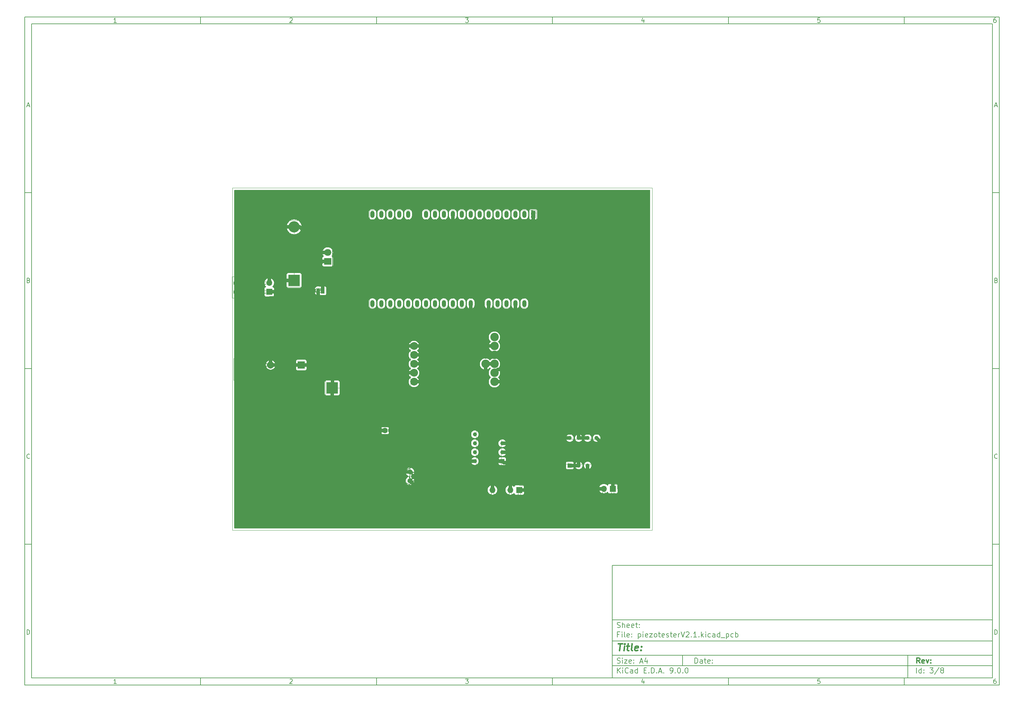
<source format=gbr>
%TF.GenerationSoftware,KiCad,Pcbnew,9.0.0*%
%TF.CreationDate,2025-11-10T15:06:58+01:00*%
%TF.ProjectId,piezotesterV2.1,7069657a-6f74-4657-9374-657256322e31,rev?*%
%TF.SameCoordinates,Original*%
%TF.FileFunction,Legend,Top*%
%TF.FilePolarity,Positive*%
%FSLAX46Y46*%
G04 Gerber Fmt 4.6, Leading zero omitted, Abs format (unit mm)*
G04 Created by KiCad (PCBNEW 9.0.0) date 2025-11-10 15:06:58*
%MOMM*%
%LPD*%
G01*
G04 APERTURE LIST*
G04 Aperture macros list*
%AMRoundRect*
0 Rectangle with rounded corners*
0 $1 Rounding radius*
0 $2 $3 $4 $5 $6 $7 $8 $9 X,Y pos of 4 corners*
0 Add a 4 corners polygon primitive as box body*
4,1,4,$2,$3,$4,$5,$6,$7,$8,$9,$2,$3,0*
0 Add four circle primitives for the rounded corners*
1,1,$1+$1,$2,$3*
1,1,$1+$1,$4,$5*
1,1,$1+$1,$6,$7*
1,1,$1+$1,$8,$9*
0 Add four rect primitives between the rounded corners*
20,1,$1+$1,$2,$3,$4,$5,0*
20,1,$1+$1,$4,$5,$6,$7,0*
20,1,$1+$1,$6,$7,$8,$9,0*
20,1,$1+$1,$8,$9,$2,$3,0*%
G04 Aperture macros list end*
%ADD10C,0.100000*%
%ADD11C,0.150000*%
%ADD12C,0.300000*%
%ADD13C,0.400000*%
%ADD14C,0.750000*%
%ADD15C,0.254000*%
%ADD16C,0.120000*%
%ADD17C,0.200000*%
%ADD18C,1.400000*%
%TA.AperFunction,ComponentPad*%
%ADD19C,2.200000*%
%TD*%
%TA.AperFunction,ComponentPad*%
%ADD20C,2.000000*%
%TD*%
%TA.AperFunction,ComponentPad*%
%ADD21O,3.200000X3.200000*%
%TD*%
%TA.AperFunction,ComponentPad*%
%ADD22R,3.200000X3.200000*%
%TD*%
%TA.AperFunction,ComponentPad*%
%ADD23O,1.050000X1.500000*%
%TD*%
%TA.AperFunction,ComponentPad*%
%ADD24R,1.050000X1.500000*%
%TD*%
%TA.AperFunction,ComponentPad*%
%ADD25O,2.000000X1.905000*%
%TD*%
%TA.AperFunction,ComponentPad*%
%ADD26R,2.000000X1.905000*%
%TD*%
%TA.AperFunction,ComponentPad*%
%ADD27O,1.700000X1.700000*%
%TD*%
%TA.AperFunction,ComponentPad*%
%ADD28R,1.700000X1.700000*%
%TD*%
%TA.AperFunction,ComponentPad*%
%ADD29O,1.200000X2.000000*%
%TD*%
%TA.AperFunction,ComponentPad*%
%ADD30R,1.200000X2.000000*%
%TD*%
%TA.AperFunction,ComponentPad*%
%ADD31C,1.159000*%
%TD*%
%TA.AperFunction,ComponentPad*%
%ADD32R,1.159000X1.159000*%
%TD*%
%TA.AperFunction,ComponentPad*%
%ADD33C,1.600000*%
%TD*%
%TA.AperFunction,ComponentPad*%
%ADD34R,1.600000X1.600000*%
%TD*%
%TA.AperFunction,ComponentPad*%
%ADD35C,1.400000*%
%TD*%
%TA.AperFunction,ComponentPad*%
%ADD36R,2.000000X2.000000*%
%TD*%
%TA.AperFunction,ViaPad*%
%ADD37C,0.600000*%
%TD*%
%TA.AperFunction,ViaPad*%
%ADD38C,4.100000*%
%TD*%
%ADD39C,2.200000*%
%ADD40C,2.000000*%
%ADD41O,3.200000X3.200000*%
%ADD42R,3.200000X3.200000*%
%ADD43O,1.050000X1.500000*%
%ADD44R,1.050000X1.500000*%
%ADD45O,2.000000X1.905000*%
%ADD46R,2.000000X1.905000*%
%ADD47O,1.700000X1.700000*%
%ADD48R,1.700000X1.700000*%
%ADD49O,1.200000X2.000000*%
%ADD50R,1.200000X2.000000*%
%ADD51C,1.159000*%
%ADD52R,1.159000X1.159000*%
%ADD53C,1.600000*%
%ADD54R,1.600000X1.600000*%
%ADD55R,2.000000X2.000000*%
%TA.AperFunction,SMDPad,CuDef*%
%ADD56RoundRect,0.250000X0.625000X-0.312500X0.625000X0.312500X-0.625000X0.312500X-0.625000X-0.312500X0*%
%TD*%
%TA.AperFunction,SMDPad,CuDef*%
%ADD57RoundRect,0.250000X-0.325000X-0.650000X0.325000X-0.650000X0.325000X0.650000X-0.325000X0.650000X0*%
%TD*%
%TA.AperFunction,SMDPad,CuDef*%
%ADD58RoundRect,0.250000X0.312500X0.625000X-0.312500X0.625000X-0.312500X-0.625000X0.312500X-0.625000X0*%
%TD*%
%TA.AperFunction,SMDPad,CuDef*%
%ADD59RoundRect,0.250000X-0.312500X-0.625000X0.312500X-0.625000X0.312500X0.625000X-0.312500X0.625000X0*%
%TD*%
%TA.AperFunction,SMDPad,CuDef*%
%ADD60RoundRect,0.250000X0.325000X0.650000X-0.325000X0.650000X-0.325000X-0.650000X0.325000X-0.650000X0*%
%TD*%
%TA.AperFunction,SMDPad,CuDef*%
%ADD61RoundRect,0.250000X-0.625000X0.312500X-0.625000X-0.312500X0.625000X-0.312500X0.625000X0.312500X0*%
%TD*%
%TA.AperFunction,SMDPad,CuDef*%
%ADD62RoundRect,0.250000X-0.650000X0.325000X-0.650000X-0.325000X0.650000X-0.325000X0.650000X0.325000X0*%
%TD*%
%TA.AperFunction,SMDPad,CuDef*%
%ADD63R,2.900000X5.400000*%
%TD*%
%TA.AperFunction,SMDPad,CuDef*%
%ADD64R,1.020000X2.160000*%
%TD*%
%TA.AperFunction,SMDPad,CuDef*%
%ADD65R,8.330000X6.990000*%
%TD*%
%TA.AperFunction,SMDPad,CuDef*%
%ADD66R,1.235000X1.910000*%
%TD*%
%TA.AperFunction,SMDPad,CuDef*%
%ADD67RoundRect,0.250000X0.650000X-0.325000X0.650000X0.325000X-0.650000X0.325000X-0.650000X-0.325000X0*%
%TD*%
%TA.AperFunction,Conductor*%
%ADD68C,1.000000*%
%TD*%
%TA.AperFunction,Conductor*%
%ADD69C,2.000000*%
%TD*%
%ADD70RoundRect,0.250000X0.625000X-0.312500X0.625000X0.312500X-0.625000X0.312500X-0.625000X-0.312500X0*%
%ADD71RoundRect,0.250000X-0.325000X-0.650000X0.325000X-0.650000X0.325000X0.650000X-0.325000X0.650000X0*%
%ADD72C,2.403200*%
%ADD73C,2.203200*%
%ADD74RoundRect,0.250000X0.312500X0.625000X-0.312500X0.625000X-0.312500X-0.625000X0.312500X-0.625000X0*%
%ADD75RoundRect,0.250000X-0.312500X-0.625000X0.312500X-0.625000X0.312500X0.625000X-0.312500X0.625000X0*%
%ADD76RoundRect,0.250000X0.325000X0.650000X-0.325000X0.650000X-0.325000X-0.650000X0.325000X-0.650000X0*%
%ADD77RoundRect,0.250000X-0.625000X0.312500X-0.625000X-0.312500X0.625000X-0.312500X0.625000X0.312500X0*%
%ADD78RoundRect,0.250000X-0.650000X0.325000X-0.650000X-0.325000X0.650000X-0.325000X0.650000X0.325000X0*%
%ADD79R,2.900000X5.400000*%
%ADD80R,1.020000X2.160000*%
%ADD81R,8.330000X6.990000*%
%ADD82R,1.235000X1.910000*%
%ADD83RoundRect,0.250000X0.650000X-0.325000X0.650000X0.325000X-0.650000X0.325000X-0.650000X-0.325000X0*%
%ADD84C,0.380000*%
%ADD85C,0.050000*%
%TA.AperFunction,Profile*%
%ADD86C,0.050000*%
%TD*%
G04 APERTURE END LIST*
D10*
D11*
X177002200Y-166007200D02*
X285002200Y-166007200D01*
X285002200Y-198007200D01*
X177002200Y-198007200D01*
X177002200Y-166007200D01*
D10*
D11*
X10000000Y-10000000D02*
X287002200Y-10000000D01*
X287002200Y-200007200D01*
X10000000Y-200007200D01*
X10000000Y-10000000D01*
D10*
D11*
X12000000Y-12000000D02*
X285002200Y-12000000D01*
X285002200Y-198007200D01*
X12000000Y-198007200D01*
X12000000Y-12000000D01*
D10*
D11*
X60000000Y-12000000D02*
X60000000Y-10000000D01*
D10*
D11*
X110000000Y-12000000D02*
X110000000Y-10000000D01*
D10*
D11*
X160000000Y-12000000D02*
X160000000Y-10000000D01*
D10*
D11*
X210000000Y-12000000D02*
X210000000Y-10000000D01*
D10*
D11*
X260000000Y-12000000D02*
X260000000Y-10000000D01*
D10*
D11*
X36089160Y-11593604D02*
X35346303Y-11593604D01*
X35717731Y-11593604D02*
X35717731Y-10293604D01*
X35717731Y-10293604D02*
X35593922Y-10479319D01*
X35593922Y-10479319D02*
X35470112Y-10603128D01*
X35470112Y-10603128D02*
X35346303Y-10665033D01*
D10*
D11*
X85346303Y-10417414D02*
X85408207Y-10355509D01*
X85408207Y-10355509D02*
X85532017Y-10293604D01*
X85532017Y-10293604D02*
X85841541Y-10293604D01*
X85841541Y-10293604D02*
X85965350Y-10355509D01*
X85965350Y-10355509D02*
X86027255Y-10417414D01*
X86027255Y-10417414D02*
X86089160Y-10541223D01*
X86089160Y-10541223D02*
X86089160Y-10665033D01*
X86089160Y-10665033D02*
X86027255Y-10850747D01*
X86027255Y-10850747D02*
X85284398Y-11593604D01*
X85284398Y-11593604D02*
X86089160Y-11593604D01*
D10*
D11*
X135284398Y-10293604D02*
X136089160Y-10293604D01*
X136089160Y-10293604D02*
X135655826Y-10788842D01*
X135655826Y-10788842D02*
X135841541Y-10788842D01*
X135841541Y-10788842D02*
X135965350Y-10850747D01*
X135965350Y-10850747D02*
X136027255Y-10912652D01*
X136027255Y-10912652D02*
X136089160Y-11036461D01*
X136089160Y-11036461D02*
X136089160Y-11345985D01*
X136089160Y-11345985D02*
X136027255Y-11469795D01*
X136027255Y-11469795D02*
X135965350Y-11531700D01*
X135965350Y-11531700D02*
X135841541Y-11593604D01*
X135841541Y-11593604D02*
X135470112Y-11593604D01*
X135470112Y-11593604D02*
X135346303Y-11531700D01*
X135346303Y-11531700D02*
X135284398Y-11469795D01*
D10*
D11*
X185965350Y-10726938D02*
X185965350Y-11593604D01*
X185655826Y-10231700D02*
X185346303Y-11160271D01*
X185346303Y-11160271D02*
X186151064Y-11160271D01*
D10*
D11*
X236027255Y-10293604D02*
X235408207Y-10293604D01*
X235408207Y-10293604D02*
X235346303Y-10912652D01*
X235346303Y-10912652D02*
X235408207Y-10850747D01*
X235408207Y-10850747D02*
X235532017Y-10788842D01*
X235532017Y-10788842D02*
X235841541Y-10788842D01*
X235841541Y-10788842D02*
X235965350Y-10850747D01*
X235965350Y-10850747D02*
X236027255Y-10912652D01*
X236027255Y-10912652D02*
X236089160Y-11036461D01*
X236089160Y-11036461D02*
X236089160Y-11345985D01*
X236089160Y-11345985D02*
X236027255Y-11469795D01*
X236027255Y-11469795D02*
X235965350Y-11531700D01*
X235965350Y-11531700D02*
X235841541Y-11593604D01*
X235841541Y-11593604D02*
X235532017Y-11593604D01*
X235532017Y-11593604D02*
X235408207Y-11531700D01*
X235408207Y-11531700D02*
X235346303Y-11469795D01*
D10*
D11*
X285965350Y-10293604D02*
X285717731Y-10293604D01*
X285717731Y-10293604D02*
X285593922Y-10355509D01*
X285593922Y-10355509D02*
X285532017Y-10417414D01*
X285532017Y-10417414D02*
X285408207Y-10603128D01*
X285408207Y-10603128D02*
X285346303Y-10850747D01*
X285346303Y-10850747D02*
X285346303Y-11345985D01*
X285346303Y-11345985D02*
X285408207Y-11469795D01*
X285408207Y-11469795D02*
X285470112Y-11531700D01*
X285470112Y-11531700D02*
X285593922Y-11593604D01*
X285593922Y-11593604D02*
X285841541Y-11593604D01*
X285841541Y-11593604D02*
X285965350Y-11531700D01*
X285965350Y-11531700D02*
X286027255Y-11469795D01*
X286027255Y-11469795D02*
X286089160Y-11345985D01*
X286089160Y-11345985D02*
X286089160Y-11036461D01*
X286089160Y-11036461D02*
X286027255Y-10912652D01*
X286027255Y-10912652D02*
X285965350Y-10850747D01*
X285965350Y-10850747D02*
X285841541Y-10788842D01*
X285841541Y-10788842D02*
X285593922Y-10788842D01*
X285593922Y-10788842D02*
X285470112Y-10850747D01*
X285470112Y-10850747D02*
X285408207Y-10912652D01*
X285408207Y-10912652D02*
X285346303Y-11036461D01*
D10*
D11*
X60000000Y-198007200D02*
X60000000Y-200007200D01*
D10*
D11*
X110000000Y-198007200D02*
X110000000Y-200007200D01*
D10*
D11*
X160000000Y-198007200D02*
X160000000Y-200007200D01*
D10*
D11*
X210000000Y-198007200D02*
X210000000Y-200007200D01*
D10*
D11*
X260000000Y-198007200D02*
X260000000Y-200007200D01*
D10*
D11*
X36089160Y-199600804D02*
X35346303Y-199600804D01*
X35717731Y-199600804D02*
X35717731Y-198300804D01*
X35717731Y-198300804D02*
X35593922Y-198486519D01*
X35593922Y-198486519D02*
X35470112Y-198610328D01*
X35470112Y-198610328D02*
X35346303Y-198672233D01*
D10*
D11*
X85346303Y-198424614D02*
X85408207Y-198362709D01*
X85408207Y-198362709D02*
X85532017Y-198300804D01*
X85532017Y-198300804D02*
X85841541Y-198300804D01*
X85841541Y-198300804D02*
X85965350Y-198362709D01*
X85965350Y-198362709D02*
X86027255Y-198424614D01*
X86027255Y-198424614D02*
X86089160Y-198548423D01*
X86089160Y-198548423D02*
X86089160Y-198672233D01*
X86089160Y-198672233D02*
X86027255Y-198857947D01*
X86027255Y-198857947D02*
X85284398Y-199600804D01*
X85284398Y-199600804D02*
X86089160Y-199600804D01*
D10*
D11*
X135284398Y-198300804D02*
X136089160Y-198300804D01*
X136089160Y-198300804D02*
X135655826Y-198796042D01*
X135655826Y-198796042D02*
X135841541Y-198796042D01*
X135841541Y-198796042D02*
X135965350Y-198857947D01*
X135965350Y-198857947D02*
X136027255Y-198919852D01*
X136027255Y-198919852D02*
X136089160Y-199043661D01*
X136089160Y-199043661D02*
X136089160Y-199353185D01*
X136089160Y-199353185D02*
X136027255Y-199476995D01*
X136027255Y-199476995D02*
X135965350Y-199538900D01*
X135965350Y-199538900D02*
X135841541Y-199600804D01*
X135841541Y-199600804D02*
X135470112Y-199600804D01*
X135470112Y-199600804D02*
X135346303Y-199538900D01*
X135346303Y-199538900D02*
X135284398Y-199476995D01*
D10*
D11*
X185965350Y-198734138D02*
X185965350Y-199600804D01*
X185655826Y-198238900D02*
X185346303Y-199167471D01*
X185346303Y-199167471D02*
X186151064Y-199167471D01*
D10*
D11*
X236027255Y-198300804D02*
X235408207Y-198300804D01*
X235408207Y-198300804D02*
X235346303Y-198919852D01*
X235346303Y-198919852D02*
X235408207Y-198857947D01*
X235408207Y-198857947D02*
X235532017Y-198796042D01*
X235532017Y-198796042D02*
X235841541Y-198796042D01*
X235841541Y-198796042D02*
X235965350Y-198857947D01*
X235965350Y-198857947D02*
X236027255Y-198919852D01*
X236027255Y-198919852D02*
X236089160Y-199043661D01*
X236089160Y-199043661D02*
X236089160Y-199353185D01*
X236089160Y-199353185D02*
X236027255Y-199476995D01*
X236027255Y-199476995D02*
X235965350Y-199538900D01*
X235965350Y-199538900D02*
X235841541Y-199600804D01*
X235841541Y-199600804D02*
X235532017Y-199600804D01*
X235532017Y-199600804D02*
X235408207Y-199538900D01*
X235408207Y-199538900D02*
X235346303Y-199476995D01*
D10*
D11*
X285965350Y-198300804D02*
X285717731Y-198300804D01*
X285717731Y-198300804D02*
X285593922Y-198362709D01*
X285593922Y-198362709D02*
X285532017Y-198424614D01*
X285532017Y-198424614D02*
X285408207Y-198610328D01*
X285408207Y-198610328D02*
X285346303Y-198857947D01*
X285346303Y-198857947D02*
X285346303Y-199353185D01*
X285346303Y-199353185D02*
X285408207Y-199476995D01*
X285408207Y-199476995D02*
X285470112Y-199538900D01*
X285470112Y-199538900D02*
X285593922Y-199600804D01*
X285593922Y-199600804D02*
X285841541Y-199600804D01*
X285841541Y-199600804D02*
X285965350Y-199538900D01*
X285965350Y-199538900D02*
X286027255Y-199476995D01*
X286027255Y-199476995D02*
X286089160Y-199353185D01*
X286089160Y-199353185D02*
X286089160Y-199043661D01*
X286089160Y-199043661D02*
X286027255Y-198919852D01*
X286027255Y-198919852D02*
X285965350Y-198857947D01*
X285965350Y-198857947D02*
X285841541Y-198796042D01*
X285841541Y-198796042D02*
X285593922Y-198796042D01*
X285593922Y-198796042D02*
X285470112Y-198857947D01*
X285470112Y-198857947D02*
X285408207Y-198919852D01*
X285408207Y-198919852D02*
X285346303Y-199043661D01*
D10*
D11*
X10000000Y-60000000D02*
X12000000Y-60000000D01*
D10*
D11*
X10000000Y-110000000D02*
X12000000Y-110000000D01*
D10*
D11*
X10000000Y-160000000D02*
X12000000Y-160000000D01*
D10*
D11*
X10690476Y-35222176D02*
X11309523Y-35222176D01*
X10566666Y-35593604D02*
X10999999Y-34293604D01*
X10999999Y-34293604D02*
X11433333Y-35593604D01*
D10*
D11*
X11092857Y-84912652D02*
X11278571Y-84974557D01*
X11278571Y-84974557D02*
X11340476Y-85036461D01*
X11340476Y-85036461D02*
X11402380Y-85160271D01*
X11402380Y-85160271D02*
X11402380Y-85345985D01*
X11402380Y-85345985D02*
X11340476Y-85469795D01*
X11340476Y-85469795D02*
X11278571Y-85531700D01*
X11278571Y-85531700D02*
X11154761Y-85593604D01*
X11154761Y-85593604D02*
X10659523Y-85593604D01*
X10659523Y-85593604D02*
X10659523Y-84293604D01*
X10659523Y-84293604D02*
X11092857Y-84293604D01*
X11092857Y-84293604D02*
X11216666Y-84355509D01*
X11216666Y-84355509D02*
X11278571Y-84417414D01*
X11278571Y-84417414D02*
X11340476Y-84541223D01*
X11340476Y-84541223D02*
X11340476Y-84665033D01*
X11340476Y-84665033D02*
X11278571Y-84788842D01*
X11278571Y-84788842D02*
X11216666Y-84850747D01*
X11216666Y-84850747D02*
X11092857Y-84912652D01*
X11092857Y-84912652D02*
X10659523Y-84912652D01*
D10*
D11*
X11402380Y-135469795D02*
X11340476Y-135531700D01*
X11340476Y-135531700D02*
X11154761Y-135593604D01*
X11154761Y-135593604D02*
X11030952Y-135593604D01*
X11030952Y-135593604D02*
X10845238Y-135531700D01*
X10845238Y-135531700D02*
X10721428Y-135407890D01*
X10721428Y-135407890D02*
X10659523Y-135284080D01*
X10659523Y-135284080D02*
X10597619Y-135036461D01*
X10597619Y-135036461D02*
X10597619Y-134850747D01*
X10597619Y-134850747D02*
X10659523Y-134603128D01*
X10659523Y-134603128D02*
X10721428Y-134479319D01*
X10721428Y-134479319D02*
X10845238Y-134355509D01*
X10845238Y-134355509D02*
X11030952Y-134293604D01*
X11030952Y-134293604D02*
X11154761Y-134293604D01*
X11154761Y-134293604D02*
X11340476Y-134355509D01*
X11340476Y-134355509D02*
X11402380Y-134417414D01*
D10*
D11*
X10659523Y-185593604D02*
X10659523Y-184293604D01*
X10659523Y-184293604D02*
X10969047Y-184293604D01*
X10969047Y-184293604D02*
X11154761Y-184355509D01*
X11154761Y-184355509D02*
X11278571Y-184479319D01*
X11278571Y-184479319D02*
X11340476Y-184603128D01*
X11340476Y-184603128D02*
X11402380Y-184850747D01*
X11402380Y-184850747D02*
X11402380Y-185036461D01*
X11402380Y-185036461D02*
X11340476Y-185284080D01*
X11340476Y-185284080D02*
X11278571Y-185407890D01*
X11278571Y-185407890D02*
X11154761Y-185531700D01*
X11154761Y-185531700D02*
X10969047Y-185593604D01*
X10969047Y-185593604D02*
X10659523Y-185593604D01*
D10*
D11*
X287002200Y-60000000D02*
X285002200Y-60000000D01*
D10*
D11*
X287002200Y-110000000D02*
X285002200Y-110000000D01*
D10*
D11*
X287002200Y-160000000D02*
X285002200Y-160000000D01*
D10*
D11*
X285692676Y-35222176D02*
X286311723Y-35222176D01*
X285568866Y-35593604D02*
X286002199Y-34293604D01*
X286002199Y-34293604D02*
X286435533Y-35593604D01*
D10*
D11*
X286095057Y-84912652D02*
X286280771Y-84974557D01*
X286280771Y-84974557D02*
X286342676Y-85036461D01*
X286342676Y-85036461D02*
X286404580Y-85160271D01*
X286404580Y-85160271D02*
X286404580Y-85345985D01*
X286404580Y-85345985D02*
X286342676Y-85469795D01*
X286342676Y-85469795D02*
X286280771Y-85531700D01*
X286280771Y-85531700D02*
X286156961Y-85593604D01*
X286156961Y-85593604D02*
X285661723Y-85593604D01*
X285661723Y-85593604D02*
X285661723Y-84293604D01*
X285661723Y-84293604D02*
X286095057Y-84293604D01*
X286095057Y-84293604D02*
X286218866Y-84355509D01*
X286218866Y-84355509D02*
X286280771Y-84417414D01*
X286280771Y-84417414D02*
X286342676Y-84541223D01*
X286342676Y-84541223D02*
X286342676Y-84665033D01*
X286342676Y-84665033D02*
X286280771Y-84788842D01*
X286280771Y-84788842D02*
X286218866Y-84850747D01*
X286218866Y-84850747D02*
X286095057Y-84912652D01*
X286095057Y-84912652D02*
X285661723Y-84912652D01*
D10*
D11*
X286404580Y-135469795D02*
X286342676Y-135531700D01*
X286342676Y-135531700D02*
X286156961Y-135593604D01*
X286156961Y-135593604D02*
X286033152Y-135593604D01*
X286033152Y-135593604D02*
X285847438Y-135531700D01*
X285847438Y-135531700D02*
X285723628Y-135407890D01*
X285723628Y-135407890D02*
X285661723Y-135284080D01*
X285661723Y-135284080D02*
X285599819Y-135036461D01*
X285599819Y-135036461D02*
X285599819Y-134850747D01*
X285599819Y-134850747D02*
X285661723Y-134603128D01*
X285661723Y-134603128D02*
X285723628Y-134479319D01*
X285723628Y-134479319D02*
X285847438Y-134355509D01*
X285847438Y-134355509D02*
X286033152Y-134293604D01*
X286033152Y-134293604D02*
X286156961Y-134293604D01*
X286156961Y-134293604D02*
X286342676Y-134355509D01*
X286342676Y-134355509D02*
X286404580Y-134417414D01*
D10*
D11*
X285661723Y-185593604D02*
X285661723Y-184293604D01*
X285661723Y-184293604D02*
X285971247Y-184293604D01*
X285971247Y-184293604D02*
X286156961Y-184355509D01*
X286156961Y-184355509D02*
X286280771Y-184479319D01*
X286280771Y-184479319D02*
X286342676Y-184603128D01*
X286342676Y-184603128D02*
X286404580Y-184850747D01*
X286404580Y-184850747D02*
X286404580Y-185036461D01*
X286404580Y-185036461D02*
X286342676Y-185284080D01*
X286342676Y-185284080D02*
X286280771Y-185407890D01*
X286280771Y-185407890D02*
X286156961Y-185531700D01*
X286156961Y-185531700D02*
X285971247Y-185593604D01*
X285971247Y-185593604D02*
X285661723Y-185593604D01*
D10*
D11*
X200458026Y-193793328D02*
X200458026Y-192293328D01*
X200458026Y-192293328D02*
X200815169Y-192293328D01*
X200815169Y-192293328D02*
X201029455Y-192364757D01*
X201029455Y-192364757D02*
X201172312Y-192507614D01*
X201172312Y-192507614D02*
X201243741Y-192650471D01*
X201243741Y-192650471D02*
X201315169Y-192936185D01*
X201315169Y-192936185D02*
X201315169Y-193150471D01*
X201315169Y-193150471D02*
X201243741Y-193436185D01*
X201243741Y-193436185D02*
X201172312Y-193579042D01*
X201172312Y-193579042D02*
X201029455Y-193721900D01*
X201029455Y-193721900D02*
X200815169Y-193793328D01*
X200815169Y-193793328D02*
X200458026Y-193793328D01*
X202600884Y-193793328D02*
X202600884Y-193007614D01*
X202600884Y-193007614D02*
X202529455Y-192864757D01*
X202529455Y-192864757D02*
X202386598Y-192793328D01*
X202386598Y-192793328D02*
X202100884Y-192793328D01*
X202100884Y-192793328D02*
X201958026Y-192864757D01*
X202600884Y-193721900D02*
X202458026Y-193793328D01*
X202458026Y-193793328D02*
X202100884Y-193793328D01*
X202100884Y-193793328D02*
X201958026Y-193721900D01*
X201958026Y-193721900D02*
X201886598Y-193579042D01*
X201886598Y-193579042D02*
X201886598Y-193436185D01*
X201886598Y-193436185D02*
X201958026Y-193293328D01*
X201958026Y-193293328D02*
X202100884Y-193221900D01*
X202100884Y-193221900D02*
X202458026Y-193221900D01*
X202458026Y-193221900D02*
X202600884Y-193150471D01*
X203100884Y-192793328D02*
X203672312Y-192793328D01*
X203315169Y-192293328D02*
X203315169Y-193579042D01*
X203315169Y-193579042D02*
X203386598Y-193721900D01*
X203386598Y-193721900D02*
X203529455Y-193793328D01*
X203529455Y-193793328D02*
X203672312Y-193793328D01*
X204743741Y-193721900D02*
X204600884Y-193793328D01*
X204600884Y-193793328D02*
X204315170Y-193793328D01*
X204315170Y-193793328D02*
X204172312Y-193721900D01*
X204172312Y-193721900D02*
X204100884Y-193579042D01*
X204100884Y-193579042D02*
X204100884Y-193007614D01*
X204100884Y-193007614D02*
X204172312Y-192864757D01*
X204172312Y-192864757D02*
X204315170Y-192793328D01*
X204315170Y-192793328D02*
X204600884Y-192793328D01*
X204600884Y-192793328D02*
X204743741Y-192864757D01*
X204743741Y-192864757D02*
X204815170Y-193007614D01*
X204815170Y-193007614D02*
X204815170Y-193150471D01*
X204815170Y-193150471D02*
X204100884Y-193293328D01*
X205458026Y-193650471D02*
X205529455Y-193721900D01*
X205529455Y-193721900D02*
X205458026Y-193793328D01*
X205458026Y-193793328D02*
X205386598Y-193721900D01*
X205386598Y-193721900D02*
X205458026Y-193650471D01*
X205458026Y-193650471D02*
X205458026Y-193793328D01*
X205458026Y-192864757D02*
X205529455Y-192936185D01*
X205529455Y-192936185D02*
X205458026Y-193007614D01*
X205458026Y-193007614D02*
X205386598Y-192936185D01*
X205386598Y-192936185D02*
X205458026Y-192864757D01*
X205458026Y-192864757D02*
X205458026Y-193007614D01*
D10*
D11*
X177002200Y-194507200D02*
X285002200Y-194507200D01*
D10*
D11*
X178458026Y-196593328D02*
X178458026Y-195093328D01*
X179315169Y-196593328D02*
X178672312Y-195736185D01*
X179315169Y-195093328D02*
X178458026Y-195950471D01*
X179958026Y-196593328D02*
X179958026Y-195593328D01*
X179958026Y-195093328D02*
X179886598Y-195164757D01*
X179886598Y-195164757D02*
X179958026Y-195236185D01*
X179958026Y-195236185D02*
X180029455Y-195164757D01*
X180029455Y-195164757D02*
X179958026Y-195093328D01*
X179958026Y-195093328D02*
X179958026Y-195236185D01*
X181529455Y-196450471D02*
X181458027Y-196521900D01*
X181458027Y-196521900D02*
X181243741Y-196593328D01*
X181243741Y-196593328D02*
X181100884Y-196593328D01*
X181100884Y-196593328D02*
X180886598Y-196521900D01*
X180886598Y-196521900D02*
X180743741Y-196379042D01*
X180743741Y-196379042D02*
X180672312Y-196236185D01*
X180672312Y-196236185D02*
X180600884Y-195950471D01*
X180600884Y-195950471D02*
X180600884Y-195736185D01*
X180600884Y-195736185D02*
X180672312Y-195450471D01*
X180672312Y-195450471D02*
X180743741Y-195307614D01*
X180743741Y-195307614D02*
X180886598Y-195164757D01*
X180886598Y-195164757D02*
X181100884Y-195093328D01*
X181100884Y-195093328D02*
X181243741Y-195093328D01*
X181243741Y-195093328D02*
X181458027Y-195164757D01*
X181458027Y-195164757D02*
X181529455Y-195236185D01*
X182815170Y-196593328D02*
X182815170Y-195807614D01*
X182815170Y-195807614D02*
X182743741Y-195664757D01*
X182743741Y-195664757D02*
X182600884Y-195593328D01*
X182600884Y-195593328D02*
X182315170Y-195593328D01*
X182315170Y-195593328D02*
X182172312Y-195664757D01*
X182815170Y-196521900D02*
X182672312Y-196593328D01*
X182672312Y-196593328D02*
X182315170Y-196593328D01*
X182315170Y-196593328D02*
X182172312Y-196521900D01*
X182172312Y-196521900D02*
X182100884Y-196379042D01*
X182100884Y-196379042D02*
X182100884Y-196236185D01*
X182100884Y-196236185D02*
X182172312Y-196093328D01*
X182172312Y-196093328D02*
X182315170Y-196021900D01*
X182315170Y-196021900D02*
X182672312Y-196021900D01*
X182672312Y-196021900D02*
X182815170Y-195950471D01*
X184172313Y-196593328D02*
X184172313Y-195093328D01*
X184172313Y-196521900D02*
X184029455Y-196593328D01*
X184029455Y-196593328D02*
X183743741Y-196593328D01*
X183743741Y-196593328D02*
X183600884Y-196521900D01*
X183600884Y-196521900D02*
X183529455Y-196450471D01*
X183529455Y-196450471D02*
X183458027Y-196307614D01*
X183458027Y-196307614D02*
X183458027Y-195879042D01*
X183458027Y-195879042D02*
X183529455Y-195736185D01*
X183529455Y-195736185D02*
X183600884Y-195664757D01*
X183600884Y-195664757D02*
X183743741Y-195593328D01*
X183743741Y-195593328D02*
X184029455Y-195593328D01*
X184029455Y-195593328D02*
X184172313Y-195664757D01*
X186029455Y-195807614D02*
X186529455Y-195807614D01*
X186743741Y-196593328D02*
X186029455Y-196593328D01*
X186029455Y-196593328D02*
X186029455Y-195093328D01*
X186029455Y-195093328D02*
X186743741Y-195093328D01*
X187386598Y-196450471D02*
X187458027Y-196521900D01*
X187458027Y-196521900D02*
X187386598Y-196593328D01*
X187386598Y-196593328D02*
X187315170Y-196521900D01*
X187315170Y-196521900D02*
X187386598Y-196450471D01*
X187386598Y-196450471D02*
X187386598Y-196593328D01*
X188100884Y-196593328D02*
X188100884Y-195093328D01*
X188100884Y-195093328D02*
X188458027Y-195093328D01*
X188458027Y-195093328D02*
X188672313Y-195164757D01*
X188672313Y-195164757D02*
X188815170Y-195307614D01*
X188815170Y-195307614D02*
X188886599Y-195450471D01*
X188886599Y-195450471D02*
X188958027Y-195736185D01*
X188958027Y-195736185D02*
X188958027Y-195950471D01*
X188958027Y-195950471D02*
X188886599Y-196236185D01*
X188886599Y-196236185D02*
X188815170Y-196379042D01*
X188815170Y-196379042D02*
X188672313Y-196521900D01*
X188672313Y-196521900D02*
X188458027Y-196593328D01*
X188458027Y-196593328D02*
X188100884Y-196593328D01*
X189600884Y-196450471D02*
X189672313Y-196521900D01*
X189672313Y-196521900D02*
X189600884Y-196593328D01*
X189600884Y-196593328D02*
X189529456Y-196521900D01*
X189529456Y-196521900D02*
X189600884Y-196450471D01*
X189600884Y-196450471D02*
X189600884Y-196593328D01*
X190243742Y-196164757D02*
X190958028Y-196164757D01*
X190100885Y-196593328D02*
X190600885Y-195093328D01*
X190600885Y-195093328D02*
X191100885Y-196593328D01*
X191600884Y-196450471D02*
X191672313Y-196521900D01*
X191672313Y-196521900D02*
X191600884Y-196593328D01*
X191600884Y-196593328D02*
X191529456Y-196521900D01*
X191529456Y-196521900D02*
X191600884Y-196450471D01*
X191600884Y-196450471D02*
X191600884Y-196593328D01*
X193529456Y-196593328D02*
X193815170Y-196593328D01*
X193815170Y-196593328D02*
X193958027Y-196521900D01*
X193958027Y-196521900D02*
X194029456Y-196450471D01*
X194029456Y-196450471D02*
X194172313Y-196236185D01*
X194172313Y-196236185D02*
X194243742Y-195950471D01*
X194243742Y-195950471D02*
X194243742Y-195379042D01*
X194243742Y-195379042D02*
X194172313Y-195236185D01*
X194172313Y-195236185D02*
X194100885Y-195164757D01*
X194100885Y-195164757D02*
X193958027Y-195093328D01*
X193958027Y-195093328D02*
X193672313Y-195093328D01*
X193672313Y-195093328D02*
X193529456Y-195164757D01*
X193529456Y-195164757D02*
X193458027Y-195236185D01*
X193458027Y-195236185D02*
X193386599Y-195379042D01*
X193386599Y-195379042D02*
X193386599Y-195736185D01*
X193386599Y-195736185D02*
X193458027Y-195879042D01*
X193458027Y-195879042D02*
X193529456Y-195950471D01*
X193529456Y-195950471D02*
X193672313Y-196021900D01*
X193672313Y-196021900D02*
X193958027Y-196021900D01*
X193958027Y-196021900D02*
X194100885Y-195950471D01*
X194100885Y-195950471D02*
X194172313Y-195879042D01*
X194172313Y-195879042D02*
X194243742Y-195736185D01*
X194886598Y-196450471D02*
X194958027Y-196521900D01*
X194958027Y-196521900D02*
X194886598Y-196593328D01*
X194886598Y-196593328D02*
X194815170Y-196521900D01*
X194815170Y-196521900D02*
X194886598Y-196450471D01*
X194886598Y-196450471D02*
X194886598Y-196593328D01*
X195886599Y-195093328D02*
X196029456Y-195093328D01*
X196029456Y-195093328D02*
X196172313Y-195164757D01*
X196172313Y-195164757D02*
X196243742Y-195236185D01*
X196243742Y-195236185D02*
X196315170Y-195379042D01*
X196315170Y-195379042D02*
X196386599Y-195664757D01*
X196386599Y-195664757D02*
X196386599Y-196021900D01*
X196386599Y-196021900D02*
X196315170Y-196307614D01*
X196315170Y-196307614D02*
X196243742Y-196450471D01*
X196243742Y-196450471D02*
X196172313Y-196521900D01*
X196172313Y-196521900D02*
X196029456Y-196593328D01*
X196029456Y-196593328D02*
X195886599Y-196593328D01*
X195886599Y-196593328D02*
X195743742Y-196521900D01*
X195743742Y-196521900D02*
X195672313Y-196450471D01*
X195672313Y-196450471D02*
X195600884Y-196307614D01*
X195600884Y-196307614D02*
X195529456Y-196021900D01*
X195529456Y-196021900D02*
X195529456Y-195664757D01*
X195529456Y-195664757D02*
X195600884Y-195379042D01*
X195600884Y-195379042D02*
X195672313Y-195236185D01*
X195672313Y-195236185D02*
X195743742Y-195164757D01*
X195743742Y-195164757D02*
X195886599Y-195093328D01*
X197029455Y-196450471D02*
X197100884Y-196521900D01*
X197100884Y-196521900D02*
X197029455Y-196593328D01*
X197029455Y-196593328D02*
X196958027Y-196521900D01*
X196958027Y-196521900D02*
X197029455Y-196450471D01*
X197029455Y-196450471D02*
X197029455Y-196593328D01*
X198029456Y-195093328D02*
X198172313Y-195093328D01*
X198172313Y-195093328D02*
X198315170Y-195164757D01*
X198315170Y-195164757D02*
X198386599Y-195236185D01*
X198386599Y-195236185D02*
X198458027Y-195379042D01*
X198458027Y-195379042D02*
X198529456Y-195664757D01*
X198529456Y-195664757D02*
X198529456Y-196021900D01*
X198529456Y-196021900D02*
X198458027Y-196307614D01*
X198458027Y-196307614D02*
X198386599Y-196450471D01*
X198386599Y-196450471D02*
X198315170Y-196521900D01*
X198315170Y-196521900D02*
X198172313Y-196593328D01*
X198172313Y-196593328D02*
X198029456Y-196593328D01*
X198029456Y-196593328D02*
X197886599Y-196521900D01*
X197886599Y-196521900D02*
X197815170Y-196450471D01*
X197815170Y-196450471D02*
X197743741Y-196307614D01*
X197743741Y-196307614D02*
X197672313Y-196021900D01*
X197672313Y-196021900D02*
X197672313Y-195664757D01*
X197672313Y-195664757D02*
X197743741Y-195379042D01*
X197743741Y-195379042D02*
X197815170Y-195236185D01*
X197815170Y-195236185D02*
X197886599Y-195164757D01*
X197886599Y-195164757D02*
X198029456Y-195093328D01*
D10*
D11*
X177002200Y-191507200D02*
X285002200Y-191507200D01*
D10*
D12*
X264413853Y-193785528D02*
X263913853Y-193071242D01*
X263556710Y-193785528D02*
X263556710Y-192285528D01*
X263556710Y-192285528D02*
X264128139Y-192285528D01*
X264128139Y-192285528D02*
X264270996Y-192356957D01*
X264270996Y-192356957D02*
X264342425Y-192428385D01*
X264342425Y-192428385D02*
X264413853Y-192571242D01*
X264413853Y-192571242D02*
X264413853Y-192785528D01*
X264413853Y-192785528D02*
X264342425Y-192928385D01*
X264342425Y-192928385D02*
X264270996Y-192999814D01*
X264270996Y-192999814D02*
X264128139Y-193071242D01*
X264128139Y-193071242D02*
X263556710Y-193071242D01*
X265628139Y-193714100D02*
X265485282Y-193785528D01*
X265485282Y-193785528D02*
X265199568Y-193785528D01*
X265199568Y-193785528D02*
X265056710Y-193714100D01*
X265056710Y-193714100D02*
X264985282Y-193571242D01*
X264985282Y-193571242D02*
X264985282Y-192999814D01*
X264985282Y-192999814D02*
X265056710Y-192856957D01*
X265056710Y-192856957D02*
X265199568Y-192785528D01*
X265199568Y-192785528D02*
X265485282Y-192785528D01*
X265485282Y-192785528D02*
X265628139Y-192856957D01*
X265628139Y-192856957D02*
X265699568Y-192999814D01*
X265699568Y-192999814D02*
X265699568Y-193142671D01*
X265699568Y-193142671D02*
X264985282Y-193285528D01*
X266199567Y-192785528D02*
X266556710Y-193785528D01*
X266556710Y-193785528D02*
X266913853Y-192785528D01*
X267485281Y-193642671D02*
X267556710Y-193714100D01*
X267556710Y-193714100D02*
X267485281Y-193785528D01*
X267485281Y-193785528D02*
X267413853Y-193714100D01*
X267413853Y-193714100D02*
X267485281Y-193642671D01*
X267485281Y-193642671D02*
X267485281Y-193785528D01*
X267485281Y-192856957D02*
X267556710Y-192928385D01*
X267556710Y-192928385D02*
X267485281Y-192999814D01*
X267485281Y-192999814D02*
X267413853Y-192928385D01*
X267413853Y-192928385D02*
X267485281Y-192856957D01*
X267485281Y-192856957D02*
X267485281Y-192999814D01*
D10*
D11*
X178386598Y-193721900D02*
X178600884Y-193793328D01*
X178600884Y-193793328D02*
X178958026Y-193793328D01*
X178958026Y-193793328D02*
X179100884Y-193721900D01*
X179100884Y-193721900D02*
X179172312Y-193650471D01*
X179172312Y-193650471D02*
X179243741Y-193507614D01*
X179243741Y-193507614D02*
X179243741Y-193364757D01*
X179243741Y-193364757D02*
X179172312Y-193221900D01*
X179172312Y-193221900D02*
X179100884Y-193150471D01*
X179100884Y-193150471D02*
X178958026Y-193079042D01*
X178958026Y-193079042D02*
X178672312Y-193007614D01*
X178672312Y-193007614D02*
X178529455Y-192936185D01*
X178529455Y-192936185D02*
X178458026Y-192864757D01*
X178458026Y-192864757D02*
X178386598Y-192721900D01*
X178386598Y-192721900D02*
X178386598Y-192579042D01*
X178386598Y-192579042D02*
X178458026Y-192436185D01*
X178458026Y-192436185D02*
X178529455Y-192364757D01*
X178529455Y-192364757D02*
X178672312Y-192293328D01*
X178672312Y-192293328D02*
X179029455Y-192293328D01*
X179029455Y-192293328D02*
X179243741Y-192364757D01*
X179886597Y-193793328D02*
X179886597Y-192793328D01*
X179886597Y-192293328D02*
X179815169Y-192364757D01*
X179815169Y-192364757D02*
X179886597Y-192436185D01*
X179886597Y-192436185D02*
X179958026Y-192364757D01*
X179958026Y-192364757D02*
X179886597Y-192293328D01*
X179886597Y-192293328D02*
X179886597Y-192436185D01*
X180458026Y-192793328D02*
X181243741Y-192793328D01*
X181243741Y-192793328D02*
X180458026Y-193793328D01*
X180458026Y-193793328D02*
X181243741Y-193793328D01*
X182386598Y-193721900D02*
X182243741Y-193793328D01*
X182243741Y-193793328D02*
X181958027Y-193793328D01*
X181958027Y-193793328D02*
X181815169Y-193721900D01*
X181815169Y-193721900D02*
X181743741Y-193579042D01*
X181743741Y-193579042D02*
X181743741Y-193007614D01*
X181743741Y-193007614D02*
X181815169Y-192864757D01*
X181815169Y-192864757D02*
X181958027Y-192793328D01*
X181958027Y-192793328D02*
X182243741Y-192793328D01*
X182243741Y-192793328D02*
X182386598Y-192864757D01*
X182386598Y-192864757D02*
X182458027Y-193007614D01*
X182458027Y-193007614D02*
X182458027Y-193150471D01*
X182458027Y-193150471D02*
X181743741Y-193293328D01*
X183100883Y-193650471D02*
X183172312Y-193721900D01*
X183172312Y-193721900D02*
X183100883Y-193793328D01*
X183100883Y-193793328D02*
X183029455Y-193721900D01*
X183029455Y-193721900D02*
X183100883Y-193650471D01*
X183100883Y-193650471D02*
X183100883Y-193793328D01*
X183100883Y-192864757D02*
X183172312Y-192936185D01*
X183172312Y-192936185D02*
X183100883Y-193007614D01*
X183100883Y-193007614D02*
X183029455Y-192936185D01*
X183029455Y-192936185D02*
X183100883Y-192864757D01*
X183100883Y-192864757D02*
X183100883Y-193007614D01*
X184886598Y-193364757D02*
X185600884Y-193364757D01*
X184743741Y-193793328D02*
X185243741Y-192293328D01*
X185243741Y-192293328D02*
X185743741Y-193793328D01*
X186886598Y-192793328D02*
X186886598Y-193793328D01*
X186529455Y-192221900D02*
X186172312Y-193293328D01*
X186172312Y-193293328D02*
X187100883Y-193293328D01*
D10*
D11*
X263458026Y-196593328D02*
X263458026Y-195093328D01*
X264815170Y-196593328D02*
X264815170Y-195093328D01*
X264815170Y-196521900D02*
X264672312Y-196593328D01*
X264672312Y-196593328D02*
X264386598Y-196593328D01*
X264386598Y-196593328D02*
X264243741Y-196521900D01*
X264243741Y-196521900D02*
X264172312Y-196450471D01*
X264172312Y-196450471D02*
X264100884Y-196307614D01*
X264100884Y-196307614D02*
X264100884Y-195879042D01*
X264100884Y-195879042D02*
X264172312Y-195736185D01*
X264172312Y-195736185D02*
X264243741Y-195664757D01*
X264243741Y-195664757D02*
X264386598Y-195593328D01*
X264386598Y-195593328D02*
X264672312Y-195593328D01*
X264672312Y-195593328D02*
X264815170Y-195664757D01*
X265529455Y-196450471D02*
X265600884Y-196521900D01*
X265600884Y-196521900D02*
X265529455Y-196593328D01*
X265529455Y-196593328D02*
X265458027Y-196521900D01*
X265458027Y-196521900D02*
X265529455Y-196450471D01*
X265529455Y-196450471D02*
X265529455Y-196593328D01*
X265529455Y-195664757D02*
X265600884Y-195736185D01*
X265600884Y-195736185D02*
X265529455Y-195807614D01*
X265529455Y-195807614D02*
X265458027Y-195736185D01*
X265458027Y-195736185D02*
X265529455Y-195664757D01*
X265529455Y-195664757D02*
X265529455Y-195807614D01*
X267243741Y-195093328D02*
X268172313Y-195093328D01*
X268172313Y-195093328D02*
X267672313Y-195664757D01*
X267672313Y-195664757D02*
X267886598Y-195664757D01*
X267886598Y-195664757D02*
X268029456Y-195736185D01*
X268029456Y-195736185D02*
X268100884Y-195807614D01*
X268100884Y-195807614D02*
X268172313Y-195950471D01*
X268172313Y-195950471D02*
X268172313Y-196307614D01*
X268172313Y-196307614D02*
X268100884Y-196450471D01*
X268100884Y-196450471D02*
X268029456Y-196521900D01*
X268029456Y-196521900D02*
X267886598Y-196593328D01*
X267886598Y-196593328D02*
X267458027Y-196593328D01*
X267458027Y-196593328D02*
X267315170Y-196521900D01*
X267315170Y-196521900D02*
X267243741Y-196450471D01*
X269886598Y-195021900D02*
X268600884Y-196950471D01*
X270600884Y-195736185D02*
X270458027Y-195664757D01*
X270458027Y-195664757D02*
X270386598Y-195593328D01*
X270386598Y-195593328D02*
X270315170Y-195450471D01*
X270315170Y-195450471D02*
X270315170Y-195379042D01*
X270315170Y-195379042D02*
X270386598Y-195236185D01*
X270386598Y-195236185D02*
X270458027Y-195164757D01*
X270458027Y-195164757D02*
X270600884Y-195093328D01*
X270600884Y-195093328D02*
X270886598Y-195093328D01*
X270886598Y-195093328D02*
X271029456Y-195164757D01*
X271029456Y-195164757D02*
X271100884Y-195236185D01*
X271100884Y-195236185D02*
X271172313Y-195379042D01*
X271172313Y-195379042D02*
X271172313Y-195450471D01*
X271172313Y-195450471D02*
X271100884Y-195593328D01*
X271100884Y-195593328D02*
X271029456Y-195664757D01*
X271029456Y-195664757D02*
X270886598Y-195736185D01*
X270886598Y-195736185D02*
X270600884Y-195736185D01*
X270600884Y-195736185D02*
X270458027Y-195807614D01*
X270458027Y-195807614D02*
X270386598Y-195879042D01*
X270386598Y-195879042D02*
X270315170Y-196021900D01*
X270315170Y-196021900D02*
X270315170Y-196307614D01*
X270315170Y-196307614D02*
X270386598Y-196450471D01*
X270386598Y-196450471D02*
X270458027Y-196521900D01*
X270458027Y-196521900D02*
X270600884Y-196593328D01*
X270600884Y-196593328D02*
X270886598Y-196593328D01*
X270886598Y-196593328D02*
X271029456Y-196521900D01*
X271029456Y-196521900D02*
X271100884Y-196450471D01*
X271100884Y-196450471D02*
X271172313Y-196307614D01*
X271172313Y-196307614D02*
X271172313Y-196021900D01*
X271172313Y-196021900D02*
X271100884Y-195879042D01*
X271100884Y-195879042D02*
X271029456Y-195807614D01*
X271029456Y-195807614D02*
X270886598Y-195736185D01*
D10*
D11*
X177002200Y-187507200D02*
X285002200Y-187507200D01*
D10*
D13*
X178693928Y-188211638D02*
X179836785Y-188211638D01*
X179015357Y-190211638D02*
X179265357Y-188211638D01*
X180253452Y-190211638D02*
X180420119Y-188878304D01*
X180503452Y-188211638D02*
X180396309Y-188306876D01*
X180396309Y-188306876D02*
X180479643Y-188402114D01*
X180479643Y-188402114D02*
X180586786Y-188306876D01*
X180586786Y-188306876D02*
X180503452Y-188211638D01*
X180503452Y-188211638D02*
X180479643Y-188402114D01*
X181086786Y-188878304D02*
X181848690Y-188878304D01*
X181455833Y-188211638D02*
X181241548Y-189925923D01*
X181241548Y-189925923D02*
X181312976Y-190116400D01*
X181312976Y-190116400D02*
X181491548Y-190211638D01*
X181491548Y-190211638D02*
X181682024Y-190211638D01*
X182634405Y-190211638D02*
X182455833Y-190116400D01*
X182455833Y-190116400D02*
X182384405Y-189925923D01*
X182384405Y-189925923D02*
X182598690Y-188211638D01*
X184170119Y-190116400D02*
X183967738Y-190211638D01*
X183967738Y-190211638D02*
X183586785Y-190211638D01*
X183586785Y-190211638D02*
X183408214Y-190116400D01*
X183408214Y-190116400D02*
X183336785Y-189925923D01*
X183336785Y-189925923D02*
X183432024Y-189164019D01*
X183432024Y-189164019D02*
X183551071Y-188973542D01*
X183551071Y-188973542D02*
X183753452Y-188878304D01*
X183753452Y-188878304D02*
X184134404Y-188878304D01*
X184134404Y-188878304D02*
X184312976Y-188973542D01*
X184312976Y-188973542D02*
X184384404Y-189164019D01*
X184384404Y-189164019D02*
X184360595Y-189354495D01*
X184360595Y-189354495D02*
X183384404Y-189544971D01*
X185134405Y-190021161D02*
X185217738Y-190116400D01*
X185217738Y-190116400D02*
X185110595Y-190211638D01*
X185110595Y-190211638D02*
X185027262Y-190116400D01*
X185027262Y-190116400D02*
X185134405Y-190021161D01*
X185134405Y-190021161D02*
X185110595Y-190211638D01*
X185265357Y-188973542D02*
X185348690Y-189068780D01*
X185348690Y-189068780D02*
X185241548Y-189164019D01*
X185241548Y-189164019D02*
X185158214Y-189068780D01*
X185158214Y-189068780D02*
X185265357Y-188973542D01*
X185265357Y-188973542D02*
X185241548Y-189164019D01*
D10*
D11*
X178958026Y-185607614D02*
X178458026Y-185607614D01*
X178458026Y-186393328D02*
X178458026Y-184893328D01*
X178458026Y-184893328D02*
X179172312Y-184893328D01*
X179743740Y-186393328D02*
X179743740Y-185393328D01*
X179743740Y-184893328D02*
X179672312Y-184964757D01*
X179672312Y-184964757D02*
X179743740Y-185036185D01*
X179743740Y-185036185D02*
X179815169Y-184964757D01*
X179815169Y-184964757D02*
X179743740Y-184893328D01*
X179743740Y-184893328D02*
X179743740Y-185036185D01*
X180672312Y-186393328D02*
X180529455Y-186321900D01*
X180529455Y-186321900D02*
X180458026Y-186179042D01*
X180458026Y-186179042D02*
X180458026Y-184893328D01*
X181815169Y-186321900D02*
X181672312Y-186393328D01*
X181672312Y-186393328D02*
X181386598Y-186393328D01*
X181386598Y-186393328D02*
X181243740Y-186321900D01*
X181243740Y-186321900D02*
X181172312Y-186179042D01*
X181172312Y-186179042D02*
X181172312Y-185607614D01*
X181172312Y-185607614D02*
X181243740Y-185464757D01*
X181243740Y-185464757D02*
X181386598Y-185393328D01*
X181386598Y-185393328D02*
X181672312Y-185393328D01*
X181672312Y-185393328D02*
X181815169Y-185464757D01*
X181815169Y-185464757D02*
X181886598Y-185607614D01*
X181886598Y-185607614D02*
X181886598Y-185750471D01*
X181886598Y-185750471D02*
X181172312Y-185893328D01*
X182529454Y-186250471D02*
X182600883Y-186321900D01*
X182600883Y-186321900D02*
X182529454Y-186393328D01*
X182529454Y-186393328D02*
X182458026Y-186321900D01*
X182458026Y-186321900D02*
X182529454Y-186250471D01*
X182529454Y-186250471D02*
X182529454Y-186393328D01*
X182529454Y-185464757D02*
X182600883Y-185536185D01*
X182600883Y-185536185D02*
X182529454Y-185607614D01*
X182529454Y-185607614D02*
X182458026Y-185536185D01*
X182458026Y-185536185D02*
X182529454Y-185464757D01*
X182529454Y-185464757D02*
X182529454Y-185607614D01*
X184386597Y-185393328D02*
X184386597Y-186893328D01*
X184386597Y-185464757D02*
X184529455Y-185393328D01*
X184529455Y-185393328D02*
X184815169Y-185393328D01*
X184815169Y-185393328D02*
X184958026Y-185464757D01*
X184958026Y-185464757D02*
X185029455Y-185536185D01*
X185029455Y-185536185D02*
X185100883Y-185679042D01*
X185100883Y-185679042D02*
X185100883Y-186107614D01*
X185100883Y-186107614D02*
X185029455Y-186250471D01*
X185029455Y-186250471D02*
X184958026Y-186321900D01*
X184958026Y-186321900D02*
X184815169Y-186393328D01*
X184815169Y-186393328D02*
X184529455Y-186393328D01*
X184529455Y-186393328D02*
X184386597Y-186321900D01*
X185743740Y-186393328D02*
X185743740Y-185393328D01*
X185743740Y-184893328D02*
X185672312Y-184964757D01*
X185672312Y-184964757D02*
X185743740Y-185036185D01*
X185743740Y-185036185D02*
X185815169Y-184964757D01*
X185815169Y-184964757D02*
X185743740Y-184893328D01*
X185743740Y-184893328D02*
X185743740Y-185036185D01*
X187029455Y-186321900D02*
X186886598Y-186393328D01*
X186886598Y-186393328D02*
X186600884Y-186393328D01*
X186600884Y-186393328D02*
X186458026Y-186321900D01*
X186458026Y-186321900D02*
X186386598Y-186179042D01*
X186386598Y-186179042D02*
X186386598Y-185607614D01*
X186386598Y-185607614D02*
X186458026Y-185464757D01*
X186458026Y-185464757D02*
X186600884Y-185393328D01*
X186600884Y-185393328D02*
X186886598Y-185393328D01*
X186886598Y-185393328D02*
X187029455Y-185464757D01*
X187029455Y-185464757D02*
X187100884Y-185607614D01*
X187100884Y-185607614D02*
X187100884Y-185750471D01*
X187100884Y-185750471D02*
X186386598Y-185893328D01*
X187600883Y-185393328D02*
X188386598Y-185393328D01*
X188386598Y-185393328D02*
X187600883Y-186393328D01*
X187600883Y-186393328D02*
X188386598Y-186393328D01*
X189172312Y-186393328D02*
X189029455Y-186321900D01*
X189029455Y-186321900D02*
X188958026Y-186250471D01*
X188958026Y-186250471D02*
X188886598Y-186107614D01*
X188886598Y-186107614D02*
X188886598Y-185679042D01*
X188886598Y-185679042D02*
X188958026Y-185536185D01*
X188958026Y-185536185D02*
X189029455Y-185464757D01*
X189029455Y-185464757D02*
X189172312Y-185393328D01*
X189172312Y-185393328D02*
X189386598Y-185393328D01*
X189386598Y-185393328D02*
X189529455Y-185464757D01*
X189529455Y-185464757D02*
X189600884Y-185536185D01*
X189600884Y-185536185D02*
X189672312Y-185679042D01*
X189672312Y-185679042D02*
X189672312Y-186107614D01*
X189672312Y-186107614D02*
X189600884Y-186250471D01*
X189600884Y-186250471D02*
X189529455Y-186321900D01*
X189529455Y-186321900D02*
X189386598Y-186393328D01*
X189386598Y-186393328D02*
X189172312Y-186393328D01*
X190100884Y-185393328D02*
X190672312Y-185393328D01*
X190315169Y-184893328D02*
X190315169Y-186179042D01*
X190315169Y-186179042D02*
X190386598Y-186321900D01*
X190386598Y-186321900D02*
X190529455Y-186393328D01*
X190529455Y-186393328D02*
X190672312Y-186393328D01*
X191743741Y-186321900D02*
X191600884Y-186393328D01*
X191600884Y-186393328D02*
X191315170Y-186393328D01*
X191315170Y-186393328D02*
X191172312Y-186321900D01*
X191172312Y-186321900D02*
X191100884Y-186179042D01*
X191100884Y-186179042D02*
X191100884Y-185607614D01*
X191100884Y-185607614D02*
X191172312Y-185464757D01*
X191172312Y-185464757D02*
X191315170Y-185393328D01*
X191315170Y-185393328D02*
X191600884Y-185393328D01*
X191600884Y-185393328D02*
X191743741Y-185464757D01*
X191743741Y-185464757D02*
X191815170Y-185607614D01*
X191815170Y-185607614D02*
X191815170Y-185750471D01*
X191815170Y-185750471D02*
X191100884Y-185893328D01*
X192386598Y-186321900D02*
X192529455Y-186393328D01*
X192529455Y-186393328D02*
X192815169Y-186393328D01*
X192815169Y-186393328D02*
X192958026Y-186321900D01*
X192958026Y-186321900D02*
X193029455Y-186179042D01*
X193029455Y-186179042D02*
X193029455Y-186107614D01*
X193029455Y-186107614D02*
X192958026Y-185964757D01*
X192958026Y-185964757D02*
X192815169Y-185893328D01*
X192815169Y-185893328D02*
X192600884Y-185893328D01*
X192600884Y-185893328D02*
X192458026Y-185821900D01*
X192458026Y-185821900D02*
X192386598Y-185679042D01*
X192386598Y-185679042D02*
X192386598Y-185607614D01*
X192386598Y-185607614D02*
X192458026Y-185464757D01*
X192458026Y-185464757D02*
X192600884Y-185393328D01*
X192600884Y-185393328D02*
X192815169Y-185393328D01*
X192815169Y-185393328D02*
X192958026Y-185464757D01*
X193458027Y-185393328D02*
X194029455Y-185393328D01*
X193672312Y-184893328D02*
X193672312Y-186179042D01*
X193672312Y-186179042D02*
X193743741Y-186321900D01*
X193743741Y-186321900D02*
X193886598Y-186393328D01*
X193886598Y-186393328D02*
X194029455Y-186393328D01*
X195100884Y-186321900D02*
X194958027Y-186393328D01*
X194958027Y-186393328D02*
X194672313Y-186393328D01*
X194672313Y-186393328D02*
X194529455Y-186321900D01*
X194529455Y-186321900D02*
X194458027Y-186179042D01*
X194458027Y-186179042D02*
X194458027Y-185607614D01*
X194458027Y-185607614D02*
X194529455Y-185464757D01*
X194529455Y-185464757D02*
X194672313Y-185393328D01*
X194672313Y-185393328D02*
X194958027Y-185393328D01*
X194958027Y-185393328D02*
X195100884Y-185464757D01*
X195100884Y-185464757D02*
X195172313Y-185607614D01*
X195172313Y-185607614D02*
X195172313Y-185750471D01*
X195172313Y-185750471D02*
X194458027Y-185893328D01*
X195815169Y-186393328D02*
X195815169Y-185393328D01*
X195815169Y-185679042D02*
X195886598Y-185536185D01*
X195886598Y-185536185D02*
X195958027Y-185464757D01*
X195958027Y-185464757D02*
X196100884Y-185393328D01*
X196100884Y-185393328D02*
X196243741Y-185393328D01*
X196529455Y-184893328D02*
X197029455Y-186393328D01*
X197029455Y-186393328D02*
X197529455Y-184893328D01*
X197958026Y-185036185D02*
X198029454Y-184964757D01*
X198029454Y-184964757D02*
X198172312Y-184893328D01*
X198172312Y-184893328D02*
X198529454Y-184893328D01*
X198529454Y-184893328D02*
X198672312Y-184964757D01*
X198672312Y-184964757D02*
X198743740Y-185036185D01*
X198743740Y-185036185D02*
X198815169Y-185179042D01*
X198815169Y-185179042D02*
X198815169Y-185321900D01*
X198815169Y-185321900D02*
X198743740Y-185536185D01*
X198743740Y-185536185D02*
X197886597Y-186393328D01*
X197886597Y-186393328D02*
X198815169Y-186393328D01*
X199458025Y-186250471D02*
X199529454Y-186321900D01*
X199529454Y-186321900D02*
X199458025Y-186393328D01*
X199458025Y-186393328D02*
X199386597Y-186321900D01*
X199386597Y-186321900D02*
X199458025Y-186250471D01*
X199458025Y-186250471D02*
X199458025Y-186393328D01*
X200958026Y-186393328D02*
X200100883Y-186393328D01*
X200529454Y-186393328D02*
X200529454Y-184893328D01*
X200529454Y-184893328D02*
X200386597Y-185107614D01*
X200386597Y-185107614D02*
X200243740Y-185250471D01*
X200243740Y-185250471D02*
X200100883Y-185321900D01*
X201600882Y-186250471D02*
X201672311Y-186321900D01*
X201672311Y-186321900D02*
X201600882Y-186393328D01*
X201600882Y-186393328D02*
X201529454Y-186321900D01*
X201529454Y-186321900D02*
X201600882Y-186250471D01*
X201600882Y-186250471D02*
X201600882Y-186393328D01*
X202315168Y-186393328D02*
X202315168Y-184893328D01*
X202458026Y-185821900D02*
X202886597Y-186393328D01*
X202886597Y-185393328D02*
X202315168Y-185964757D01*
X203529454Y-186393328D02*
X203529454Y-185393328D01*
X203529454Y-184893328D02*
X203458026Y-184964757D01*
X203458026Y-184964757D02*
X203529454Y-185036185D01*
X203529454Y-185036185D02*
X203600883Y-184964757D01*
X203600883Y-184964757D02*
X203529454Y-184893328D01*
X203529454Y-184893328D02*
X203529454Y-185036185D01*
X204886598Y-186321900D02*
X204743740Y-186393328D01*
X204743740Y-186393328D02*
X204458026Y-186393328D01*
X204458026Y-186393328D02*
X204315169Y-186321900D01*
X204315169Y-186321900D02*
X204243740Y-186250471D01*
X204243740Y-186250471D02*
X204172312Y-186107614D01*
X204172312Y-186107614D02*
X204172312Y-185679042D01*
X204172312Y-185679042D02*
X204243740Y-185536185D01*
X204243740Y-185536185D02*
X204315169Y-185464757D01*
X204315169Y-185464757D02*
X204458026Y-185393328D01*
X204458026Y-185393328D02*
X204743740Y-185393328D01*
X204743740Y-185393328D02*
X204886598Y-185464757D01*
X206172312Y-186393328D02*
X206172312Y-185607614D01*
X206172312Y-185607614D02*
X206100883Y-185464757D01*
X206100883Y-185464757D02*
X205958026Y-185393328D01*
X205958026Y-185393328D02*
X205672312Y-185393328D01*
X205672312Y-185393328D02*
X205529454Y-185464757D01*
X206172312Y-186321900D02*
X206029454Y-186393328D01*
X206029454Y-186393328D02*
X205672312Y-186393328D01*
X205672312Y-186393328D02*
X205529454Y-186321900D01*
X205529454Y-186321900D02*
X205458026Y-186179042D01*
X205458026Y-186179042D02*
X205458026Y-186036185D01*
X205458026Y-186036185D02*
X205529454Y-185893328D01*
X205529454Y-185893328D02*
X205672312Y-185821900D01*
X205672312Y-185821900D02*
X206029454Y-185821900D01*
X206029454Y-185821900D02*
X206172312Y-185750471D01*
X207529455Y-186393328D02*
X207529455Y-184893328D01*
X207529455Y-186321900D02*
X207386597Y-186393328D01*
X207386597Y-186393328D02*
X207100883Y-186393328D01*
X207100883Y-186393328D02*
X206958026Y-186321900D01*
X206958026Y-186321900D02*
X206886597Y-186250471D01*
X206886597Y-186250471D02*
X206815169Y-186107614D01*
X206815169Y-186107614D02*
X206815169Y-185679042D01*
X206815169Y-185679042D02*
X206886597Y-185536185D01*
X206886597Y-185536185D02*
X206958026Y-185464757D01*
X206958026Y-185464757D02*
X207100883Y-185393328D01*
X207100883Y-185393328D02*
X207386597Y-185393328D01*
X207386597Y-185393328D02*
X207529455Y-185464757D01*
X207886598Y-186536185D02*
X209029455Y-186536185D01*
X209386597Y-185393328D02*
X209386597Y-186893328D01*
X209386597Y-185464757D02*
X209529455Y-185393328D01*
X209529455Y-185393328D02*
X209815169Y-185393328D01*
X209815169Y-185393328D02*
X209958026Y-185464757D01*
X209958026Y-185464757D02*
X210029455Y-185536185D01*
X210029455Y-185536185D02*
X210100883Y-185679042D01*
X210100883Y-185679042D02*
X210100883Y-186107614D01*
X210100883Y-186107614D02*
X210029455Y-186250471D01*
X210029455Y-186250471D02*
X209958026Y-186321900D01*
X209958026Y-186321900D02*
X209815169Y-186393328D01*
X209815169Y-186393328D02*
X209529455Y-186393328D01*
X209529455Y-186393328D02*
X209386597Y-186321900D01*
X211386598Y-186321900D02*
X211243740Y-186393328D01*
X211243740Y-186393328D02*
X210958026Y-186393328D01*
X210958026Y-186393328D02*
X210815169Y-186321900D01*
X210815169Y-186321900D02*
X210743740Y-186250471D01*
X210743740Y-186250471D02*
X210672312Y-186107614D01*
X210672312Y-186107614D02*
X210672312Y-185679042D01*
X210672312Y-185679042D02*
X210743740Y-185536185D01*
X210743740Y-185536185D02*
X210815169Y-185464757D01*
X210815169Y-185464757D02*
X210958026Y-185393328D01*
X210958026Y-185393328D02*
X211243740Y-185393328D01*
X211243740Y-185393328D02*
X211386598Y-185464757D01*
X212029454Y-186393328D02*
X212029454Y-184893328D01*
X212029454Y-185464757D02*
X212172312Y-185393328D01*
X212172312Y-185393328D02*
X212458026Y-185393328D01*
X212458026Y-185393328D02*
X212600883Y-185464757D01*
X212600883Y-185464757D02*
X212672312Y-185536185D01*
X212672312Y-185536185D02*
X212743740Y-185679042D01*
X212743740Y-185679042D02*
X212743740Y-186107614D01*
X212743740Y-186107614D02*
X212672312Y-186250471D01*
X212672312Y-186250471D02*
X212600883Y-186321900D01*
X212600883Y-186321900D02*
X212458026Y-186393328D01*
X212458026Y-186393328D02*
X212172312Y-186393328D01*
X212172312Y-186393328D02*
X212029454Y-186321900D01*
D10*
D11*
X177002200Y-181507200D02*
X285002200Y-181507200D01*
D10*
D11*
X178386598Y-183621900D02*
X178600884Y-183693328D01*
X178600884Y-183693328D02*
X178958026Y-183693328D01*
X178958026Y-183693328D02*
X179100884Y-183621900D01*
X179100884Y-183621900D02*
X179172312Y-183550471D01*
X179172312Y-183550471D02*
X179243741Y-183407614D01*
X179243741Y-183407614D02*
X179243741Y-183264757D01*
X179243741Y-183264757D02*
X179172312Y-183121900D01*
X179172312Y-183121900D02*
X179100884Y-183050471D01*
X179100884Y-183050471D02*
X178958026Y-182979042D01*
X178958026Y-182979042D02*
X178672312Y-182907614D01*
X178672312Y-182907614D02*
X178529455Y-182836185D01*
X178529455Y-182836185D02*
X178458026Y-182764757D01*
X178458026Y-182764757D02*
X178386598Y-182621900D01*
X178386598Y-182621900D02*
X178386598Y-182479042D01*
X178386598Y-182479042D02*
X178458026Y-182336185D01*
X178458026Y-182336185D02*
X178529455Y-182264757D01*
X178529455Y-182264757D02*
X178672312Y-182193328D01*
X178672312Y-182193328D02*
X179029455Y-182193328D01*
X179029455Y-182193328D02*
X179243741Y-182264757D01*
X179886597Y-183693328D02*
X179886597Y-182193328D01*
X180529455Y-183693328D02*
X180529455Y-182907614D01*
X180529455Y-182907614D02*
X180458026Y-182764757D01*
X180458026Y-182764757D02*
X180315169Y-182693328D01*
X180315169Y-182693328D02*
X180100883Y-182693328D01*
X180100883Y-182693328D02*
X179958026Y-182764757D01*
X179958026Y-182764757D02*
X179886597Y-182836185D01*
X181815169Y-183621900D02*
X181672312Y-183693328D01*
X181672312Y-183693328D02*
X181386598Y-183693328D01*
X181386598Y-183693328D02*
X181243740Y-183621900D01*
X181243740Y-183621900D02*
X181172312Y-183479042D01*
X181172312Y-183479042D02*
X181172312Y-182907614D01*
X181172312Y-182907614D02*
X181243740Y-182764757D01*
X181243740Y-182764757D02*
X181386598Y-182693328D01*
X181386598Y-182693328D02*
X181672312Y-182693328D01*
X181672312Y-182693328D02*
X181815169Y-182764757D01*
X181815169Y-182764757D02*
X181886598Y-182907614D01*
X181886598Y-182907614D02*
X181886598Y-183050471D01*
X181886598Y-183050471D02*
X181172312Y-183193328D01*
X183100883Y-183621900D02*
X182958026Y-183693328D01*
X182958026Y-183693328D02*
X182672312Y-183693328D01*
X182672312Y-183693328D02*
X182529454Y-183621900D01*
X182529454Y-183621900D02*
X182458026Y-183479042D01*
X182458026Y-183479042D02*
X182458026Y-182907614D01*
X182458026Y-182907614D02*
X182529454Y-182764757D01*
X182529454Y-182764757D02*
X182672312Y-182693328D01*
X182672312Y-182693328D02*
X182958026Y-182693328D01*
X182958026Y-182693328D02*
X183100883Y-182764757D01*
X183100883Y-182764757D02*
X183172312Y-182907614D01*
X183172312Y-182907614D02*
X183172312Y-183050471D01*
X183172312Y-183050471D02*
X182458026Y-183193328D01*
X183600883Y-182693328D02*
X184172311Y-182693328D01*
X183815168Y-182193328D02*
X183815168Y-183479042D01*
X183815168Y-183479042D02*
X183886597Y-183621900D01*
X183886597Y-183621900D02*
X184029454Y-183693328D01*
X184029454Y-183693328D02*
X184172311Y-183693328D01*
X184672311Y-183550471D02*
X184743740Y-183621900D01*
X184743740Y-183621900D02*
X184672311Y-183693328D01*
X184672311Y-183693328D02*
X184600883Y-183621900D01*
X184600883Y-183621900D02*
X184672311Y-183550471D01*
X184672311Y-183550471D02*
X184672311Y-183693328D01*
X184672311Y-182764757D02*
X184743740Y-182836185D01*
X184743740Y-182836185D02*
X184672311Y-182907614D01*
X184672311Y-182907614D02*
X184600883Y-182836185D01*
X184600883Y-182836185D02*
X184672311Y-182764757D01*
X184672311Y-182764757D02*
X184672311Y-182907614D01*
D10*
D11*
X197002200Y-191507200D02*
X197002200Y-194507200D01*
D10*
D11*
X261002200Y-191507200D02*
X261002200Y-198007200D01*
D14*
X81207706Y-148593857D02*
X81207706Y-145593857D01*
X81207706Y-145593857D02*
X82350563Y-145593857D01*
X82350563Y-145593857D02*
X82636278Y-145736714D01*
X82636278Y-145736714D02*
X82779135Y-145879571D01*
X82779135Y-145879571D02*
X82921992Y-146165285D01*
X82921992Y-146165285D02*
X82921992Y-146593857D01*
X82921992Y-146593857D02*
X82779135Y-146879571D01*
X82779135Y-146879571D02*
X82636278Y-147022428D01*
X82636278Y-147022428D02*
X82350563Y-147165285D01*
X82350563Y-147165285D02*
X81207706Y-147165285D01*
X84207706Y-148593857D02*
X84207706Y-145593857D01*
X85636277Y-147022428D02*
X86636277Y-147022428D01*
X87064849Y-148593857D02*
X85636277Y-148593857D01*
X85636277Y-148593857D02*
X85636277Y-145593857D01*
X85636277Y-145593857D02*
X87064849Y-145593857D01*
X88064849Y-145593857D02*
X90064849Y-145593857D01*
X90064849Y-145593857D02*
X88064849Y-148593857D01*
X88064849Y-148593857D02*
X90064849Y-148593857D01*
X91779135Y-145593857D02*
X92350563Y-145593857D01*
X92350563Y-145593857D02*
X92636278Y-145736714D01*
X92636278Y-145736714D02*
X92921992Y-146022428D01*
X92921992Y-146022428D02*
X93064849Y-146593857D01*
X93064849Y-146593857D02*
X93064849Y-147593857D01*
X93064849Y-147593857D02*
X92921992Y-148165285D01*
X92921992Y-148165285D02*
X92636278Y-148451000D01*
X92636278Y-148451000D02*
X92350563Y-148593857D01*
X92350563Y-148593857D02*
X91779135Y-148593857D01*
X91779135Y-148593857D02*
X91493421Y-148451000D01*
X91493421Y-148451000D02*
X91207706Y-148165285D01*
X91207706Y-148165285D02*
X91064849Y-147593857D01*
X91064849Y-147593857D02*
X91064849Y-146593857D01*
X91064849Y-146593857D02*
X91207706Y-146022428D01*
X91207706Y-146022428D02*
X91493421Y-145736714D01*
X91493421Y-145736714D02*
X91779135Y-145593857D01*
X93921992Y-145593857D02*
X95636278Y-145593857D01*
X94779135Y-148593857D02*
X94779135Y-145593857D01*
X96636277Y-147022428D02*
X97636277Y-147022428D01*
X98064849Y-148593857D02*
X96636277Y-148593857D01*
X96636277Y-148593857D02*
X96636277Y-145593857D01*
X96636277Y-145593857D02*
X98064849Y-145593857D01*
X99207706Y-148451000D02*
X99636278Y-148593857D01*
X99636278Y-148593857D02*
X100350563Y-148593857D01*
X100350563Y-148593857D02*
X100636278Y-148451000D01*
X100636278Y-148451000D02*
X100779135Y-148308142D01*
X100779135Y-148308142D02*
X100921992Y-148022428D01*
X100921992Y-148022428D02*
X100921992Y-147736714D01*
X100921992Y-147736714D02*
X100779135Y-147451000D01*
X100779135Y-147451000D02*
X100636278Y-147308142D01*
X100636278Y-147308142D02*
X100350563Y-147165285D01*
X100350563Y-147165285D02*
X99779135Y-147022428D01*
X99779135Y-147022428D02*
X99493420Y-146879571D01*
X99493420Y-146879571D02*
X99350563Y-146736714D01*
X99350563Y-146736714D02*
X99207706Y-146451000D01*
X99207706Y-146451000D02*
X99207706Y-146165285D01*
X99207706Y-146165285D02*
X99350563Y-145879571D01*
X99350563Y-145879571D02*
X99493420Y-145736714D01*
X99493420Y-145736714D02*
X99779135Y-145593857D01*
X99779135Y-145593857D02*
X100493420Y-145593857D01*
X100493420Y-145593857D02*
X100921992Y-145736714D01*
X101779135Y-145593857D02*
X103493421Y-145593857D01*
X102636278Y-148593857D02*
X102636278Y-145593857D01*
X104493420Y-147022428D02*
X105493420Y-147022428D01*
X105921992Y-148593857D02*
X104493420Y-148593857D01*
X104493420Y-148593857D02*
X104493420Y-145593857D01*
X104493420Y-145593857D02*
X105921992Y-145593857D01*
X108921992Y-148593857D02*
X107921992Y-147165285D01*
X107207706Y-148593857D02*
X107207706Y-145593857D01*
X107207706Y-145593857D02*
X108350563Y-145593857D01*
X108350563Y-145593857D02*
X108636278Y-145736714D01*
X108636278Y-145736714D02*
X108779135Y-145879571D01*
X108779135Y-145879571D02*
X108921992Y-146165285D01*
X108921992Y-146165285D02*
X108921992Y-146593857D01*
X108921992Y-146593857D02*
X108779135Y-146879571D01*
X108779135Y-146879571D02*
X108636278Y-147022428D01*
X108636278Y-147022428D02*
X108350563Y-147165285D01*
X108350563Y-147165285D02*
X107207706Y-147165285D01*
X112064849Y-145593857D02*
X113064849Y-148593857D01*
X113064849Y-148593857D02*
X114064849Y-145593857D01*
X114921992Y-145879571D02*
X115064849Y-145736714D01*
X115064849Y-145736714D02*
X115350564Y-145593857D01*
X115350564Y-145593857D02*
X116064849Y-145593857D01*
X116064849Y-145593857D02*
X116350564Y-145736714D01*
X116350564Y-145736714D02*
X116493421Y-145879571D01*
X116493421Y-145879571D02*
X116636278Y-146165285D01*
X116636278Y-146165285D02*
X116636278Y-146451000D01*
X116636278Y-146451000D02*
X116493421Y-146879571D01*
X116493421Y-146879571D02*
X114779135Y-148593857D01*
X114779135Y-148593857D02*
X116636278Y-148593857D01*
X117921992Y-148308142D02*
X118064849Y-148451000D01*
X118064849Y-148451000D02*
X117921992Y-148593857D01*
X117921992Y-148593857D02*
X117779135Y-148451000D01*
X117779135Y-148451000D02*
X117921992Y-148308142D01*
X117921992Y-148308142D02*
X117921992Y-148593857D01*
X120921992Y-148593857D02*
X119207706Y-148593857D01*
X120064849Y-148593857D02*
X120064849Y-145593857D01*
X120064849Y-145593857D02*
X119779135Y-146022428D01*
X119779135Y-146022428D02*
X119493420Y-146308142D01*
X119493420Y-146308142D02*
X119207706Y-146451000D01*
D11*
X122114819Y-129026666D02*
X121638628Y-129359999D01*
X122114819Y-129598094D02*
X121114819Y-129598094D01*
X121114819Y-129598094D02*
X121114819Y-129217142D01*
X121114819Y-129217142D02*
X121162438Y-129121904D01*
X121162438Y-129121904D02*
X121210057Y-129074285D01*
X121210057Y-129074285D02*
X121305295Y-129026666D01*
X121305295Y-129026666D02*
X121448152Y-129026666D01*
X121448152Y-129026666D02*
X121543390Y-129074285D01*
X121543390Y-129074285D02*
X121591009Y-129121904D01*
X121591009Y-129121904D02*
X121638628Y-129217142D01*
X121638628Y-129217142D02*
X121638628Y-129598094D01*
X121114819Y-128693332D02*
X121114819Y-128026666D01*
X121114819Y-128026666D02*
X122114819Y-128455237D01*
X153308333Y-120362080D02*
X153260714Y-120409700D01*
X153260714Y-120409700D02*
X153117857Y-120457319D01*
X153117857Y-120457319D02*
X153022619Y-120457319D01*
X153022619Y-120457319D02*
X152879762Y-120409700D01*
X152879762Y-120409700D02*
X152784524Y-120314461D01*
X152784524Y-120314461D02*
X152736905Y-120219223D01*
X152736905Y-120219223D02*
X152689286Y-120028747D01*
X152689286Y-120028747D02*
X152689286Y-119885890D01*
X152689286Y-119885890D02*
X152736905Y-119695414D01*
X152736905Y-119695414D02*
X152784524Y-119600176D01*
X152784524Y-119600176D02*
X152879762Y-119504938D01*
X152879762Y-119504938D02*
X153022619Y-119457319D01*
X153022619Y-119457319D02*
X153117857Y-119457319D01*
X153117857Y-119457319D02*
X153260714Y-119504938D01*
X153260714Y-119504938D02*
X153308333Y-119552557D01*
X153784524Y-120457319D02*
X153975000Y-120457319D01*
X153975000Y-120457319D02*
X154070238Y-120409700D01*
X154070238Y-120409700D02*
X154117857Y-120362080D01*
X154117857Y-120362080D02*
X154213095Y-120219223D01*
X154213095Y-120219223D02*
X154260714Y-120028747D01*
X154260714Y-120028747D02*
X154260714Y-119647795D01*
X154260714Y-119647795D02*
X154213095Y-119552557D01*
X154213095Y-119552557D02*
X154165476Y-119504938D01*
X154165476Y-119504938D02*
X154070238Y-119457319D01*
X154070238Y-119457319D02*
X153879762Y-119457319D01*
X153879762Y-119457319D02*
X153784524Y-119504938D01*
X153784524Y-119504938D02*
X153736905Y-119552557D01*
X153736905Y-119552557D02*
X153689286Y-119647795D01*
X153689286Y-119647795D02*
X153689286Y-119885890D01*
X153689286Y-119885890D02*
X153736905Y-119981128D01*
X153736905Y-119981128D02*
X153784524Y-120028747D01*
X153784524Y-120028747D02*
X153879762Y-120076366D01*
X153879762Y-120076366D02*
X154070238Y-120076366D01*
X154070238Y-120076366D02*
X154165476Y-120028747D01*
X154165476Y-120028747D02*
X154213095Y-119981128D01*
X154213095Y-119981128D02*
X154260714Y-119885890D01*
X99223333Y-94154819D02*
X98890000Y-93678628D01*
X98651905Y-94154819D02*
X98651905Y-93154819D01*
X98651905Y-93154819D02*
X99032857Y-93154819D01*
X99032857Y-93154819D02*
X99128095Y-93202438D01*
X99128095Y-93202438D02*
X99175714Y-93250057D01*
X99175714Y-93250057D02*
X99223333Y-93345295D01*
X99223333Y-93345295D02*
X99223333Y-93488152D01*
X99223333Y-93488152D02*
X99175714Y-93583390D01*
X99175714Y-93583390D02*
X99128095Y-93631009D01*
X99128095Y-93631009D02*
X99032857Y-93678628D01*
X99032857Y-93678628D02*
X98651905Y-93678628D01*
X99699524Y-94154819D02*
X99890000Y-94154819D01*
X99890000Y-94154819D02*
X99985238Y-94107200D01*
X99985238Y-94107200D02*
X100032857Y-94059580D01*
X100032857Y-94059580D02*
X100128095Y-93916723D01*
X100128095Y-93916723D02*
X100175714Y-93726247D01*
X100175714Y-93726247D02*
X100175714Y-93345295D01*
X100175714Y-93345295D02*
X100128095Y-93250057D01*
X100128095Y-93250057D02*
X100080476Y-93202438D01*
X100080476Y-93202438D02*
X99985238Y-93154819D01*
X99985238Y-93154819D02*
X99794762Y-93154819D01*
X99794762Y-93154819D02*
X99699524Y-93202438D01*
X99699524Y-93202438D02*
X99651905Y-93250057D01*
X99651905Y-93250057D02*
X99604286Y-93345295D01*
X99604286Y-93345295D02*
X99604286Y-93583390D01*
X99604286Y-93583390D02*
X99651905Y-93678628D01*
X99651905Y-93678628D02*
X99699524Y-93726247D01*
X99699524Y-93726247D02*
X99794762Y-93773866D01*
X99794762Y-93773866D02*
X99985238Y-93773866D01*
X99985238Y-93773866D02*
X100080476Y-93726247D01*
X100080476Y-93726247D02*
X100128095Y-93678628D01*
X100128095Y-93678628D02*
X100175714Y-93583390D01*
X83614642Y-100284819D02*
X83281309Y-99808628D01*
X83043214Y-100284819D02*
X83043214Y-99284819D01*
X83043214Y-99284819D02*
X83424166Y-99284819D01*
X83424166Y-99284819D02*
X83519404Y-99332438D01*
X83519404Y-99332438D02*
X83567023Y-99380057D01*
X83567023Y-99380057D02*
X83614642Y-99475295D01*
X83614642Y-99475295D02*
X83614642Y-99618152D01*
X83614642Y-99618152D02*
X83567023Y-99713390D01*
X83567023Y-99713390D02*
X83519404Y-99761009D01*
X83519404Y-99761009D02*
X83424166Y-99808628D01*
X83424166Y-99808628D02*
X83043214Y-99808628D01*
X84567023Y-100284819D02*
X83995595Y-100284819D01*
X84281309Y-100284819D02*
X84281309Y-99284819D01*
X84281309Y-99284819D02*
X84186071Y-99427676D01*
X84186071Y-99427676D02*
X84090833Y-99522914D01*
X84090833Y-99522914D02*
X83995595Y-99570533D01*
X85186071Y-99284819D02*
X85281309Y-99284819D01*
X85281309Y-99284819D02*
X85376547Y-99332438D01*
X85376547Y-99332438D02*
X85424166Y-99380057D01*
X85424166Y-99380057D02*
X85471785Y-99475295D01*
X85471785Y-99475295D02*
X85519404Y-99665771D01*
X85519404Y-99665771D02*
X85519404Y-99903866D01*
X85519404Y-99903866D02*
X85471785Y-100094342D01*
X85471785Y-100094342D02*
X85424166Y-100189580D01*
X85424166Y-100189580D02*
X85376547Y-100237200D01*
X85376547Y-100237200D02*
X85281309Y-100284819D01*
X85281309Y-100284819D02*
X85186071Y-100284819D01*
X85186071Y-100284819D02*
X85090833Y-100237200D01*
X85090833Y-100237200D02*
X85043214Y-100189580D01*
X85043214Y-100189580D02*
X84995595Y-100094342D01*
X84995595Y-100094342D02*
X84947976Y-99903866D01*
X84947976Y-99903866D02*
X84947976Y-99665771D01*
X84947976Y-99665771D02*
X84995595Y-99475295D01*
X84995595Y-99475295D02*
X85043214Y-99380057D01*
X85043214Y-99380057D02*
X85090833Y-99332438D01*
X85090833Y-99332438D02*
X85186071Y-99284819D01*
X84118333Y-98589580D02*
X84070714Y-98637200D01*
X84070714Y-98637200D02*
X83927857Y-98684819D01*
X83927857Y-98684819D02*
X83832619Y-98684819D01*
X83832619Y-98684819D02*
X83689762Y-98637200D01*
X83689762Y-98637200D02*
X83594524Y-98541961D01*
X83594524Y-98541961D02*
X83546905Y-98446723D01*
X83546905Y-98446723D02*
X83499286Y-98256247D01*
X83499286Y-98256247D02*
X83499286Y-98113390D01*
X83499286Y-98113390D02*
X83546905Y-97922914D01*
X83546905Y-97922914D02*
X83594524Y-97827676D01*
X83594524Y-97827676D02*
X83689762Y-97732438D01*
X83689762Y-97732438D02*
X83832619Y-97684819D01*
X83832619Y-97684819D02*
X83927857Y-97684819D01*
X83927857Y-97684819D02*
X84070714Y-97732438D01*
X84070714Y-97732438D02*
X84118333Y-97780057D01*
X84689762Y-98113390D02*
X84594524Y-98065771D01*
X84594524Y-98065771D02*
X84546905Y-98018152D01*
X84546905Y-98018152D02*
X84499286Y-97922914D01*
X84499286Y-97922914D02*
X84499286Y-97875295D01*
X84499286Y-97875295D02*
X84546905Y-97780057D01*
X84546905Y-97780057D02*
X84594524Y-97732438D01*
X84594524Y-97732438D02*
X84689762Y-97684819D01*
X84689762Y-97684819D02*
X84880238Y-97684819D01*
X84880238Y-97684819D02*
X84975476Y-97732438D01*
X84975476Y-97732438D02*
X85023095Y-97780057D01*
X85023095Y-97780057D02*
X85070714Y-97875295D01*
X85070714Y-97875295D02*
X85070714Y-97922914D01*
X85070714Y-97922914D02*
X85023095Y-98018152D01*
X85023095Y-98018152D02*
X84975476Y-98065771D01*
X84975476Y-98065771D02*
X84880238Y-98113390D01*
X84880238Y-98113390D02*
X84689762Y-98113390D01*
X84689762Y-98113390D02*
X84594524Y-98161009D01*
X84594524Y-98161009D02*
X84546905Y-98208628D01*
X84546905Y-98208628D02*
X84499286Y-98303866D01*
X84499286Y-98303866D02*
X84499286Y-98494342D01*
X84499286Y-98494342D02*
X84546905Y-98589580D01*
X84546905Y-98589580D02*
X84594524Y-98637200D01*
X84594524Y-98637200D02*
X84689762Y-98684819D01*
X84689762Y-98684819D02*
X84880238Y-98684819D01*
X84880238Y-98684819D02*
X84975476Y-98637200D01*
X84975476Y-98637200D02*
X85023095Y-98589580D01*
X85023095Y-98589580D02*
X85070714Y-98494342D01*
X85070714Y-98494342D02*
X85070714Y-98303866D01*
X85070714Y-98303866D02*
X85023095Y-98208628D01*
X85023095Y-98208628D02*
X84975476Y-98161009D01*
X84975476Y-98161009D02*
X84880238Y-98113390D01*
X84198333Y-94539580D02*
X84150714Y-94587200D01*
X84150714Y-94587200D02*
X84007857Y-94634819D01*
X84007857Y-94634819D02*
X83912619Y-94634819D01*
X83912619Y-94634819D02*
X83769762Y-94587200D01*
X83769762Y-94587200D02*
X83674524Y-94491961D01*
X83674524Y-94491961D02*
X83626905Y-94396723D01*
X83626905Y-94396723D02*
X83579286Y-94206247D01*
X83579286Y-94206247D02*
X83579286Y-94063390D01*
X83579286Y-94063390D02*
X83626905Y-93872914D01*
X83626905Y-93872914D02*
X83674524Y-93777676D01*
X83674524Y-93777676D02*
X83769762Y-93682438D01*
X83769762Y-93682438D02*
X83912619Y-93634819D01*
X83912619Y-93634819D02*
X84007857Y-93634819D01*
X84007857Y-93634819D02*
X84150714Y-93682438D01*
X84150714Y-93682438D02*
X84198333Y-93730057D01*
X84531667Y-93634819D02*
X85198333Y-93634819D01*
X85198333Y-93634819D02*
X84769762Y-94634819D01*
X83314819Y-78068094D02*
X82314819Y-78068094D01*
X82314819Y-78068094D02*
X82314819Y-77829999D01*
X82314819Y-77829999D02*
X82362438Y-77687142D01*
X82362438Y-77687142D02*
X82457676Y-77591904D01*
X82457676Y-77591904D02*
X82552914Y-77544285D01*
X82552914Y-77544285D02*
X82743390Y-77496666D01*
X82743390Y-77496666D02*
X82886247Y-77496666D01*
X82886247Y-77496666D02*
X83076723Y-77544285D01*
X83076723Y-77544285D02*
X83171961Y-77591904D01*
X83171961Y-77591904D02*
X83267200Y-77687142D01*
X83267200Y-77687142D02*
X83314819Y-77829999D01*
X83314819Y-77829999D02*
X83314819Y-78068094D01*
X82410057Y-77115713D02*
X82362438Y-77068094D01*
X82362438Y-77068094D02*
X82314819Y-76972856D01*
X82314819Y-76972856D02*
X82314819Y-76734761D01*
X82314819Y-76734761D02*
X82362438Y-76639523D01*
X82362438Y-76639523D02*
X82410057Y-76591904D01*
X82410057Y-76591904D02*
X82505295Y-76544285D01*
X82505295Y-76544285D02*
X82600533Y-76544285D01*
X82600533Y-76544285D02*
X82743390Y-76591904D01*
X82743390Y-76591904D02*
X83314819Y-77163332D01*
X83314819Y-77163332D02*
X83314819Y-76544285D01*
X84434819Y-85211904D02*
X83434819Y-85211904D01*
X84434819Y-84640476D02*
X83863390Y-85069047D01*
X83434819Y-84640476D02*
X84006247Y-85211904D01*
X93334761Y-91990057D02*
X93239523Y-91942438D01*
X93239523Y-91942438D02*
X93144285Y-91847200D01*
X93144285Y-91847200D02*
X93001428Y-91704342D01*
X93001428Y-91704342D02*
X92906190Y-91656723D01*
X92906190Y-91656723D02*
X92810952Y-91656723D01*
X92858571Y-91894819D02*
X92763333Y-91847200D01*
X92763333Y-91847200D02*
X92668095Y-91751961D01*
X92668095Y-91751961D02*
X92620476Y-91561485D01*
X92620476Y-91561485D02*
X92620476Y-91228152D01*
X92620476Y-91228152D02*
X92668095Y-91037676D01*
X92668095Y-91037676D02*
X92763333Y-90942438D01*
X92763333Y-90942438D02*
X92858571Y-90894819D01*
X92858571Y-90894819D02*
X93049047Y-90894819D01*
X93049047Y-90894819D02*
X93144285Y-90942438D01*
X93144285Y-90942438D02*
X93239523Y-91037676D01*
X93239523Y-91037676D02*
X93287142Y-91228152D01*
X93287142Y-91228152D02*
X93287142Y-91561485D01*
X93287142Y-91561485D02*
X93239523Y-91751961D01*
X93239523Y-91751961D02*
X93144285Y-91847200D01*
X93144285Y-91847200D02*
X93049047Y-91894819D01*
X93049047Y-91894819D02*
X92858571Y-91894819D01*
X93620476Y-90894819D02*
X94239523Y-90894819D01*
X94239523Y-90894819D02*
X93906190Y-91275771D01*
X93906190Y-91275771D02*
X94049047Y-91275771D01*
X94049047Y-91275771D02*
X94144285Y-91323390D01*
X94144285Y-91323390D02*
X94191904Y-91371009D01*
X94191904Y-91371009D02*
X94239523Y-91466247D01*
X94239523Y-91466247D02*
X94239523Y-91704342D01*
X94239523Y-91704342D02*
X94191904Y-91799580D01*
X94191904Y-91799580D02*
X94144285Y-91847200D01*
X94144285Y-91847200D02*
X94049047Y-91894819D01*
X94049047Y-91894819D02*
X93763333Y-91894819D01*
X93763333Y-91894819D02*
X93668095Y-91847200D01*
X93668095Y-91847200D02*
X93620476Y-91799580D01*
X92400057Y-77085238D02*
X92352438Y-77180476D01*
X92352438Y-77180476D02*
X92257200Y-77275714D01*
X92257200Y-77275714D02*
X92114342Y-77418571D01*
X92114342Y-77418571D02*
X92066723Y-77513809D01*
X92066723Y-77513809D02*
X92066723Y-77609047D01*
X92304819Y-77561428D02*
X92257200Y-77656666D01*
X92257200Y-77656666D02*
X92161961Y-77751904D01*
X92161961Y-77751904D02*
X91971485Y-77799523D01*
X91971485Y-77799523D02*
X91638152Y-77799523D01*
X91638152Y-77799523D02*
X91447676Y-77751904D01*
X91447676Y-77751904D02*
X91352438Y-77656666D01*
X91352438Y-77656666D02*
X91304819Y-77561428D01*
X91304819Y-77561428D02*
X91304819Y-77370952D01*
X91304819Y-77370952D02*
X91352438Y-77275714D01*
X91352438Y-77275714D02*
X91447676Y-77180476D01*
X91447676Y-77180476D02*
X91638152Y-77132857D01*
X91638152Y-77132857D02*
X91971485Y-77132857D01*
X91971485Y-77132857D02*
X92161961Y-77180476D01*
X92161961Y-77180476D02*
X92257200Y-77275714D01*
X92257200Y-77275714D02*
X92304819Y-77370952D01*
X92304819Y-77370952D02*
X92304819Y-77561428D01*
X91638152Y-76275714D02*
X92304819Y-76275714D01*
X91257200Y-76513809D02*
X91971485Y-76751904D01*
X91971485Y-76751904D02*
X91971485Y-76132857D01*
X74796666Y-89909819D02*
X74796666Y-90624104D01*
X74796666Y-90624104D02*
X74749047Y-90766961D01*
X74749047Y-90766961D02*
X74653809Y-90862200D01*
X74653809Y-90862200D02*
X74510952Y-90909819D01*
X74510952Y-90909819D02*
X74415714Y-90909819D01*
X75415714Y-90338390D02*
X75320476Y-90290771D01*
X75320476Y-90290771D02*
X75272857Y-90243152D01*
X75272857Y-90243152D02*
X75225238Y-90147914D01*
X75225238Y-90147914D02*
X75225238Y-90100295D01*
X75225238Y-90100295D02*
X75272857Y-90005057D01*
X75272857Y-90005057D02*
X75320476Y-89957438D01*
X75320476Y-89957438D02*
X75415714Y-89909819D01*
X75415714Y-89909819D02*
X75606190Y-89909819D01*
X75606190Y-89909819D02*
X75701428Y-89957438D01*
X75701428Y-89957438D02*
X75749047Y-90005057D01*
X75749047Y-90005057D02*
X75796666Y-90100295D01*
X75796666Y-90100295D02*
X75796666Y-90147914D01*
X75796666Y-90147914D02*
X75749047Y-90243152D01*
X75749047Y-90243152D02*
X75701428Y-90290771D01*
X75701428Y-90290771D02*
X75606190Y-90338390D01*
X75606190Y-90338390D02*
X75415714Y-90338390D01*
X75415714Y-90338390D02*
X75320476Y-90386009D01*
X75320476Y-90386009D02*
X75272857Y-90433628D01*
X75272857Y-90433628D02*
X75225238Y-90528866D01*
X75225238Y-90528866D02*
X75225238Y-90719342D01*
X75225238Y-90719342D02*
X75272857Y-90814580D01*
X75272857Y-90814580D02*
X75320476Y-90862200D01*
X75320476Y-90862200D02*
X75415714Y-90909819D01*
X75415714Y-90909819D02*
X75606190Y-90909819D01*
X75606190Y-90909819D02*
X75701428Y-90862200D01*
X75701428Y-90862200D02*
X75749047Y-90814580D01*
X75749047Y-90814580D02*
X75796666Y-90719342D01*
X75796666Y-90719342D02*
X75796666Y-90528866D01*
X75796666Y-90528866D02*
X75749047Y-90433628D01*
X75749047Y-90433628D02*
X75701428Y-90386009D01*
X75701428Y-90386009D02*
X75606190Y-90338390D01*
X156084819Y-79591904D02*
X156894342Y-79591904D01*
X156894342Y-79591904D02*
X156989580Y-79544285D01*
X156989580Y-79544285D02*
X157037200Y-79496666D01*
X157037200Y-79496666D02*
X157084819Y-79401428D01*
X157084819Y-79401428D02*
X157084819Y-79210952D01*
X157084819Y-79210952D02*
X157037200Y-79115714D01*
X157037200Y-79115714D02*
X156989580Y-79068095D01*
X156989580Y-79068095D02*
X156894342Y-79020476D01*
X156894342Y-79020476D02*
X156084819Y-79020476D01*
X157084819Y-78020476D02*
X157084819Y-78591904D01*
X157084819Y-78306190D02*
X156084819Y-78306190D01*
X156084819Y-78306190D02*
X156227676Y-78401428D01*
X156227676Y-78401428D02*
X156322914Y-78496666D01*
X156322914Y-78496666D02*
X156370533Y-78591904D01*
X130138095Y-78903866D02*
X130185714Y-78856247D01*
X130185714Y-78856247D02*
X130280952Y-78808628D01*
X130280952Y-78808628D02*
X130471428Y-78903866D01*
X130471428Y-78903866D02*
X130566666Y-78856247D01*
X130566666Y-78856247D02*
X130614285Y-78808628D01*
X121860633Y-87561316D02*
X121893966Y-87494649D01*
X121893966Y-87494649D02*
X121893966Y-87394649D01*
X121893966Y-87394649D02*
X121860633Y-87294649D01*
X121860633Y-87294649D02*
X121793966Y-87227983D01*
X121793966Y-87227983D02*
X121727300Y-87194649D01*
X121727300Y-87194649D02*
X121593966Y-87161316D01*
X121593966Y-87161316D02*
X121493966Y-87161316D01*
X121493966Y-87161316D02*
X121360633Y-87194649D01*
X121360633Y-87194649D02*
X121293966Y-87227983D01*
X121293966Y-87227983D02*
X121227300Y-87294649D01*
X121227300Y-87294649D02*
X121193966Y-87394649D01*
X121193966Y-87394649D02*
X121193966Y-87461316D01*
X121193966Y-87461316D02*
X121227300Y-87561316D01*
X121227300Y-87561316D02*
X121260633Y-87594649D01*
X121260633Y-87594649D02*
X121493966Y-87594649D01*
X121493966Y-87594649D02*
X121493966Y-87461316D01*
X121193966Y-87894649D02*
X121893966Y-87894649D01*
X121893966Y-87894649D02*
X121893966Y-88161316D01*
X121893966Y-88161316D02*
X121860633Y-88227983D01*
X121860633Y-88227983D02*
X121827300Y-88261316D01*
X121827300Y-88261316D02*
X121760633Y-88294649D01*
X121760633Y-88294649D02*
X121660633Y-88294649D01*
X121660633Y-88294649D02*
X121593966Y-88261316D01*
X121593966Y-88261316D02*
X121560633Y-88227983D01*
X121560633Y-88227983D02*
X121527300Y-88161316D01*
X121527300Y-88161316D02*
X121527300Y-87894649D01*
X121193966Y-88594649D02*
X121893966Y-88594649D01*
X121893966Y-89061316D02*
X121893966Y-89194649D01*
X121893966Y-89194649D02*
X121860633Y-89261316D01*
X121860633Y-89261316D02*
X121793966Y-89327982D01*
X121793966Y-89327982D02*
X121660633Y-89361316D01*
X121660633Y-89361316D02*
X121427300Y-89361316D01*
X121427300Y-89361316D02*
X121293966Y-89327982D01*
X121293966Y-89327982D02*
X121227300Y-89261316D01*
X121227300Y-89261316D02*
X121193966Y-89194649D01*
X121193966Y-89194649D02*
X121193966Y-89061316D01*
X121193966Y-89061316D02*
X121227300Y-88994649D01*
X121227300Y-88994649D02*
X121293966Y-88927982D01*
X121293966Y-88927982D02*
X121427300Y-88894649D01*
X121427300Y-88894649D02*
X121660633Y-88894649D01*
X121660633Y-88894649D02*
X121793966Y-88927982D01*
X121793966Y-88927982D02*
X121860633Y-88994649D01*
X121860633Y-88994649D02*
X121893966Y-89061316D01*
X121893966Y-89794649D02*
X121893966Y-89861315D01*
X121893966Y-89861315D02*
X121860633Y-89927982D01*
X121860633Y-89927982D02*
X121827300Y-89961315D01*
X121827300Y-89961315D02*
X121760633Y-89994649D01*
X121760633Y-89994649D02*
X121627300Y-90027982D01*
X121627300Y-90027982D02*
X121460633Y-90027982D01*
X121460633Y-90027982D02*
X121327300Y-89994649D01*
X121327300Y-89994649D02*
X121260633Y-89961315D01*
X121260633Y-89961315D02*
X121227300Y-89927982D01*
X121227300Y-89927982D02*
X121193966Y-89861315D01*
X121193966Y-89861315D02*
X121193966Y-89794649D01*
X121193966Y-89794649D02*
X121227300Y-89727982D01*
X121227300Y-89727982D02*
X121260633Y-89694649D01*
X121260633Y-89694649D02*
X121327300Y-89661315D01*
X121327300Y-89661315D02*
X121460633Y-89627982D01*
X121460633Y-89627982D02*
X121627300Y-89627982D01*
X121627300Y-89627982D02*
X121760633Y-89661315D01*
X121760633Y-89661315D02*
X121827300Y-89694649D01*
X121827300Y-89694649D02*
X121860633Y-89727982D01*
X121860633Y-89727982D02*
X121893966Y-89794649D01*
X126940633Y-68032017D02*
X126973966Y-67965350D01*
X126973966Y-67965350D02*
X126973966Y-67865350D01*
X126973966Y-67865350D02*
X126940633Y-67765350D01*
X126940633Y-67765350D02*
X126873966Y-67698684D01*
X126873966Y-67698684D02*
X126807300Y-67665350D01*
X126807300Y-67665350D02*
X126673966Y-67632017D01*
X126673966Y-67632017D02*
X126573966Y-67632017D01*
X126573966Y-67632017D02*
X126440633Y-67665350D01*
X126440633Y-67665350D02*
X126373966Y-67698684D01*
X126373966Y-67698684D02*
X126307300Y-67765350D01*
X126307300Y-67765350D02*
X126273966Y-67865350D01*
X126273966Y-67865350D02*
X126273966Y-67932017D01*
X126273966Y-67932017D02*
X126307300Y-68032017D01*
X126307300Y-68032017D02*
X126340633Y-68065350D01*
X126340633Y-68065350D02*
X126573966Y-68065350D01*
X126573966Y-68065350D02*
X126573966Y-67932017D01*
X126273966Y-68365350D02*
X126973966Y-68365350D01*
X126973966Y-68365350D02*
X126973966Y-68632017D01*
X126973966Y-68632017D02*
X126940633Y-68698684D01*
X126940633Y-68698684D02*
X126907300Y-68732017D01*
X126907300Y-68732017D02*
X126840633Y-68765350D01*
X126840633Y-68765350D02*
X126740633Y-68765350D01*
X126740633Y-68765350D02*
X126673966Y-68732017D01*
X126673966Y-68732017D02*
X126640633Y-68698684D01*
X126640633Y-68698684D02*
X126607300Y-68632017D01*
X126607300Y-68632017D02*
X126607300Y-68365350D01*
X126273966Y-69065350D02*
X126973966Y-69065350D01*
X126973966Y-69532017D02*
X126973966Y-69665350D01*
X126973966Y-69665350D02*
X126940633Y-69732017D01*
X126940633Y-69732017D02*
X126873966Y-69798683D01*
X126873966Y-69798683D02*
X126740633Y-69832017D01*
X126740633Y-69832017D02*
X126507300Y-69832017D01*
X126507300Y-69832017D02*
X126373966Y-69798683D01*
X126373966Y-69798683D02*
X126307300Y-69732017D01*
X126307300Y-69732017D02*
X126273966Y-69665350D01*
X126273966Y-69665350D02*
X126273966Y-69532017D01*
X126273966Y-69532017D02*
X126307300Y-69465350D01*
X126307300Y-69465350D02*
X126373966Y-69398683D01*
X126373966Y-69398683D02*
X126507300Y-69365350D01*
X126507300Y-69365350D02*
X126740633Y-69365350D01*
X126740633Y-69365350D02*
X126873966Y-69398683D01*
X126873966Y-69398683D02*
X126940633Y-69465350D01*
X126940633Y-69465350D02*
X126973966Y-69532017D01*
X126273966Y-70498683D02*
X126273966Y-70098683D01*
X126273966Y-70298683D02*
X126973966Y-70298683D01*
X126973966Y-70298683D02*
X126873966Y-70232016D01*
X126873966Y-70232016D02*
X126807300Y-70165350D01*
X126807300Y-70165350D02*
X126773966Y-70098683D01*
X126740633Y-71098683D02*
X126273966Y-71098683D01*
X127007300Y-70932017D02*
X126507300Y-70765350D01*
X126507300Y-70765350D02*
X126507300Y-71198683D01*
X127007300Y-71965350D02*
X126107300Y-71365350D01*
X126273966Y-72198683D02*
X126973966Y-72198683D01*
X126973966Y-72198683D02*
X126473966Y-72432017D01*
X126473966Y-72432017D02*
X126973966Y-72665350D01*
X126973966Y-72665350D02*
X126273966Y-72665350D01*
X126973966Y-72898683D02*
X126973966Y-73298683D01*
X126273966Y-73098683D02*
X126973966Y-73098683D01*
X126273966Y-73532016D02*
X126973966Y-73532016D01*
X126973966Y-73532016D02*
X126473966Y-73765350D01*
X126473966Y-73765350D02*
X126973966Y-73998683D01*
X126973966Y-73998683D02*
X126273966Y-73998683D01*
X126307300Y-74298683D02*
X126273966Y-74398683D01*
X126273966Y-74398683D02*
X126273966Y-74565350D01*
X126273966Y-74565350D02*
X126307300Y-74632016D01*
X126307300Y-74632016D02*
X126340633Y-74665350D01*
X126340633Y-74665350D02*
X126407300Y-74698683D01*
X126407300Y-74698683D02*
X126473966Y-74698683D01*
X126473966Y-74698683D02*
X126540633Y-74665350D01*
X126540633Y-74665350D02*
X126573966Y-74632016D01*
X126573966Y-74632016D02*
X126607300Y-74565350D01*
X126607300Y-74565350D02*
X126640633Y-74432016D01*
X126640633Y-74432016D02*
X126673966Y-74365350D01*
X126673966Y-74365350D02*
X126707300Y-74332016D01*
X126707300Y-74332016D02*
X126773966Y-74298683D01*
X126773966Y-74298683D02*
X126840633Y-74298683D01*
X126840633Y-74298683D02*
X126907300Y-74332016D01*
X126907300Y-74332016D02*
X126940633Y-74365350D01*
X126940633Y-74365350D02*
X126973966Y-74432016D01*
X126973966Y-74432016D02*
X126973966Y-74598683D01*
X126973966Y-74598683D02*
X126940633Y-74698683D01*
X134560633Y-86894649D02*
X134593966Y-86827982D01*
X134593966Y-86827982D02*
X134593966Y-86727982D01*
X134593966Y-86727982D02*
X134560633Y-86627982D01*
X134560633Y-86627982D02*
X134493966Y-86561316D01*
X134493966Y-86561316D02*
X134427300Y-86527982D01*
X134427300Y-86527982D02*
X134293966Y-86494649D01*
X134293966Y-86494649D02*
X134193966Y-86494649D01*
X134193966Y-86494649D02*
X134060633Y-86527982D01*
X134060633Y-86527982D02*
X133993966Y-86561316D01*
X133993966Y-86561316D02*
X133927300Y-86627982D01*
X133927300Y-86627982D02*
X133893966Y-86727982D01*
X133893966Y-86727982D02*
X133893966Y-86794649D01*
X133893966Y-86794649D02*
X133927300Y-86894649D01*
X133927300Y-86894649D02*
X133960633Y-86927982D01*
X133960633Y-86927982D02*
X134193966Y-86927982D01*
X134193966Y-86927982D02*
X134193966Y-86794649D01*
X133893966Y-87227982D02*
X134593966Y-87227982D01*
X134593966Y-87227982D02*
X134593966Y-87494649D01*
X134593966Y-87494649D02*
X134560633Y-87561316D01*
X134560633Y-87561316D02*
X134527300Y-87594649D01*
X134527300Y-87594649D02*
X134460633Y-87627982D01*
X134460633Y-87627982D02*
X134360633Y-87627982D01*
X134360633Y-87627982D02*
X134293966Y-87594649D01*
X134293966Y-87594649D02*
X134260633Y-87561316D01*
X134260633Y-87561316D02*
X134227300Y-87494649D01*
X134227300Y-87494649D02*
X134227300Y-87227982D01*
X133893966Y-87927982D02*
X134593966Y-87927982D01*
X134593966Y-88394649D02*
X134593966Y-88527982D01*
X134593966Y-88527982D02*
X134560633Y-88594649D01*
X134560633Y-88594649D02*
X134493966Y-88661315D01*
X134493966Y-88661315D02*
X134360633Y-88694649D01*
X134360633Y-88694649D02*
X134127300Y-88694649D01*
X134127300Y-88694649D02*
X133993966Y-88661315D01*
X133993966Y-88661315D02*
X133927300Y-88594649D01*
X133927300Y-88594649D02*
X133893966Y-88527982D01*
X133893966Y-88527982D02*
X133893966Y-88394649D01*
X133893966Y-88394649D02*
X133927300Y-88327982D01*
X133927300Y-88327982D02*
X133993966Y-88261315D01*
X133993966Y-88261315D02*
X134127300Y-88227982D01*
X134127300Y-88227982D02*
X134360633Y-88227982D01*
X134360633Y-88227982D02*
X134493966Y-88261315D01*
X134493966Y-88261315D02*
X134560633Y-88327982D01*
X134560633Y-88327982D02*
X134593966Y-88394649D01*
X133893966Y-89361315D02*
X133893966Y-88961315D01*
X133893966Y-89161315D02*
X134593966Y-89161315D01*
X134593966Y-89161315D02*
X134493966Y-89094648D01*
X134493966Y-89094648D02*
X134427300Y-89027982D01*
X134427300Y-89027982D02*
X134393966Y-88961315D01*
X134293966Y-89761315D02*
X134327300Y-89694649D01*
X134327300Y-89694649D02*
X134360633Y-89661315D01*
X134360633Y-89661315D02*
X134427300Y-89627982D01*
X134427300Y-89627982D02*
X134460633Y-89627982D01*
X134460633Y-89627982D02*
X134527300Y-89661315D01*
X134527300Y-89661315D02*
X134560633Y-89694649D01*
X134560633Y-89694649D02*
X134593966Y-89761315D01*
X134593966Y-89761315D02*
X134593966Y-89894649D01*
X134593966Y-89894649D02*
X134560633Y-89961315D01*
X134560633Y-89961315D02*
X134527300Y-89994649D01*
X134527300Y-89994649D02*
X134460633Y-90027982D01*
X134460633Y-90027982D02*
X134427300Y-90027982D01*
X134427300Y-90027982D02*
X134360633Y-89994649D01*
X134360633Y-89994649D02*
X134327300Y-89961315D01*
X134327300Y-89961315D02*
X134293966Y-89894649D01*
X134293966Y-89894649D02*
X134293966Y-89761315D01*
X134293966Y-89761315D02*
X134260633Y-89694649D01*
X134260633Y-89694649D02*
X134227300Y-89661315D01*
X134227300Y-89661315D02*
X134160633Y-89627982D01*
X134160633Y-89627982D02*
X134027300Y-89627982D01*
X134027300Y-89627982D02*
X133960633Y-89661315D01*
X133960633Y-89661315D02*
X133927300Y-89694649D01*
X133927300Y-89694649D02*
X133893966Y-89761315D01*
X133893966Y-89761315D02*
X133893966Y-89894649D01*
X133893966Y-89894649D02*
X133927300Y-89961315D01*
X133927300Y-89961315D02*
X133960633Y-89994649D01*
X133960633Y-89994649D02*
X134027300Y-90027982D01*
X134027300Y-90027982D02*
X134160633Y-90027982D01*
X134160633Y-90027982D02*
X134227300Y-89994649D01*
X134227300Y-89994649D02*
X134260633Y-89961315D01*
X134260633Y-89961315D02*
X134293966Y-89894649D01*
X111100633Y-68065350D02*
X111067300Y-68032017D01*
X111067300Y-68032017D02*
X111033966Y-67932017D01*
X111033966Y-67932017D02*
X111033966Y-67865350D01*
X111033966Y-67865350D02*
X111067300Y-67765350D01*
X111067300Y-67765350D02*
X111133966Y-67698684D01*
X111133966Y-67698684D02*
X111200633Y-67665350D01*
X111200633Y-67665350D02*
X111333966Y-67632017D01*
X111333966Y-67632017D02*
X111433966Y-67632017D01*
X111433966Y-67632017D02*
X111567300Y-67665350D01*
X111567300Y-67665350D02*
X111633966Y-67698684D01*
X111633966Y-67698684D02*
X111700633Y-67765350D01*
X111700633Y-67765350D02*
X111733966Y-67865350D01*
X111733966Y-67865350D02*
X111733966Y-67932017D01*
X111733966Y-67932017D02*
X111700633Y-68032017D01*
X111700633Y-68032017D02*
X111667300Y-68065350D01*
X111033966Y-68365350D02*
X111733966Y-68365350D01*
X111733966Y-68365350D02*
X111233966Y-68598684D01*
X111233966Y-68598684D02*
X111733966Y-68832017D01*
X111733966Y-68832017D02*
X111033966Y-68832017D01*
X111033966Y-69165350D02*
X111733966Y-69165350D01*
X111733966Y-69165350D02*
X111733966Y-69332017D01*
X111733966Y-69332017D02*
X111700633Y-69432017D01*
X111700633Y-69432017D02*
X111633966Y-69498684D01*
X111633966Y-69498684D02*
X111567300Y-69532017D01*
X111567300Y-69532017D02*
X111433966Y-69565350D01*
X111433966Y-69565350D02*
X111333966Y-69565350D01*
X111333966Y-69565350D02*
X111200633Y-69532017D01*
X111200633Y-69532017D02*
X111133966Y-69498684D01*
X111133966Y-69498684D02*
X111067300Y-69432017D01*
X111067300Y-69432017D02*
X111033966Y-69332017D01*
X111033966Y-69332017D02*
X111033966Y-69165350D01*
X132020633Y-68032017D02*
X132053966Y-67965350D01*
X132053966Y-67965350D02*
X132053966Y-67865350D01*
X132053966Y-67865350D02*
X132020633Y-67765350D01*
X132020633Y-67765350D02*
X131953966Y-67698684D01*
X131953966Y-67698684D02*
X131887300Y-67665350D01*
X131887300Y-67665350D02*
X131753966Y-67632017D01*
X131753966Y-67632017D02*
X131653966Y-67632017D01*
X131653966Y-67632017D02*
X131520633Y-67665350D01*
X131520633Y-67665350D02*
X131453966Y-67698684D01*
X131453966Y-67698684D02*
X131387300Y-67765350D01*
X131387300Y-67765350D02*
X131353966Y-67865350D01*
X131353966Y-67865350D02*
X131353966Y-67932017D01*
X131353966Y-67932017D02*
X131387300Y-68032017D01*
X131387300Y-68032017D02*
X131420633Y-68065350D01*
X131420633Y-68065350D02*
X131653966Y-68065350D01*
X131653966Y-68065350D02*
X131653966Y-67932017D01*
X131353966Y-68365350D02*
X132053966Y-68365350D01*
X132053966Y-68365350D02*
X132053966Y-68632017D01*
X132053966Y-68632017D02*
X132020633Y-68698684D01*
X132020633Y-68698684D02*
X131987300Y-68732017D01*
X131987300Y-68732017D02*
X131920633Y-68765350D01*
X131920633Y-68765350D02*
X131820633Y-68765350D01*
X131820633Y-68765350D02*
X131753966Y-68732017D01*
X131753966Y-68732017D02*
X131720633Y-68698684D01*
X131720633Y-68698684D02*
X131687300Y-68632017D01*
X131687300Y-68632017D02*
X131687300Y-68365350D01*
X131353966Y-69065350D02*
X132053966Y-69065350D01*
X132053966Y-69532017D02*
X132053966Y-69665350D01*
X132053966Y-69665350D02*
X132020633Y-69732017D01*
X132020633Y-69732017D02*
X131953966Y-69798683D01*
X131953966Y-69798683D02*
X131820633Y-69832017D01*
X131820633Y-69832017D02*
X131587300Y-69832017D01*
X131587300Y-69832017D02*
X131453966Y-69798683D01*
X131453966Y-69798683D02*
X131387300Y-69732017D01*
X131387300Y-69732017D02*
X131353966Y-69665350D01*
X131353966Y-69665350D02*
X131353966Y-69532017D01*
X131353966Y-69532017D02*
X131387300Y-69465350D01*
X131387300Y-69465350D02*
X131453966Y-69398683D01*
X131453966Y-69398683D02*
X131587300Y-69365350D01*
X131587300Y-69365350D02*
X131820633Y-69365350D01*
X131820633Y-69365350D02*
X131953966Y-69398683D01*
X131953966Y-69398683D02*
X132020633Y-69465350D01*
X132020633Y-69465350D02*
X132053966Y-69532017D01*
X131987300Y-70098683D02*
X132020633Y-70132016D01*
X132020633Y-70132016D02*
X132053966Y-70198683D01*
X132053966Y-70198683D02*
X132053966Y-70365350D01*
X132053966Y-70365350D02*
X132020633Y-70432016D01*
X132020633Y-70432016D02*
X131987300Y-70465350D01*
X131987300Y-70465350D02*
X131920633Y-70498683D01*
X131920633Y-70498683D02*
X131853966Y-70498683D01*
X131853966Y-70498683D02*
X131753966Y-70465350D01*
X131753966Y-70465350D02*
X131353966Y-70065350D01*
X131353966Y-70065350D02*
X131353966Y-70498683D01*
X132053966Y-71098683D02*
X132053966Y-70965350D01*
X132053966Y-70965350D02*
X132020633Y-70898683D01*
X132020633Y-70898683D02*
X131987300Y-70865350D01*
X131987300Y-70865350D02*
X131887300Y-70798683D01*
X131887300Y-70798683D02*
X131753966Y-70765350D01*
X131753966Y-70765350D02*
X131487300Y-70765350D01*
X131487300Y-70765350D02*
X131420633Y-70798683D01*
X131420633Y-70798683D02*
X131387300Y-70832017D01*
X131387300Y-70832017D02*
X131353966Y-70898683D01*
X131353966Y-70898683D02*
X131353966Y-71032017D01*
X131353966Y-71032017D02*
X131387300Y-71098683D01*
X131387300Y-71098683D02*
X131420633Y-71132017D01*
X131420633Y-71132017D02*
X131487300Y-71165350D01*
X131487300Y-71165350D02*
X131653966Y-71165350D01*
X131653966Y-71165350D02*
X131720633Y-71132017D01*
X131720633Y-71132017D02*
X131753966Y-71098683D01*
X131753966Y-71098683D02*
X131787300Y-71032017D01*
X131787300Y-71032017D02*
X131787300Y-70898683D01*
X131787300Y-70898683D02*
X131753966Y-70832017D01*
X131753966Y-70832017D02*
X131720633Y-70798683D01*
X131720633Y-70798683D02*
X131653966Y-70765350D01*
X144720633Y-83361316D02*
X144753966Y-83294649D01*
X144753966Y-83294649D02*
X144753966Y-83194649D01*
X144753966Y-83194649D02*
X144720633Y-83094649D01*
X144720633Y-83094649D02*
X144653966Y-83027983D01*
X144653966Y-83027983D02*
X144587300Y-82994649D01*
X144587300Y-82994649D02*
X144453966Y-82961316D01*
X144453966Y-82961316D02*
X144353966Y-82961316D01*
X144353966Y-82961316D02*
X144220633Y-82994649D01*
X144220633Y-82994649D02*
X144153966Y-83027983D01*
X144153966Y-83027983D02*
X144087300Y-83094649D01*
X144087300Y-83094649D02*
X144053966Y-83194649D01*
X144053966Y-83194649D02*
X144053966Y-83261316D01*
X144053966Y-83261316D02*
X144087300Y-83361316D01*
X144087300Y-83361316D02*
X144120633Y-83394649D01*
X144120633Y-83394649D02*
X144353966Y-83394649D01*
X144353966Y-83394649D02*
X144353966Y-83261316D01*
X144053966Y-83694649D02*
X144753966Y-83694649D01*
X144753966Y-83694649D02*
X144753966Y-83961316D01*
X144753966Y-83961316D02*
X144720633Y-84027983D01*
X144720633Y-84027983D02*
X144687300Y-84061316D01*
X144687300Y-84061316D02*
X144620633Y-84094649D01*
X144620633Y-84094649D02*
X144520633Y-84094649D01*
X144520633Y-84094649D02*
X144453966Y-84061316D01*
X144453966Y-84061316D02*
X144420633Y-84027983D01*
X144420633Y-84027983D02*
X144387300Y-83961316D01*
X144387300Y-83961316D02*
X144387300Y-83694649D01*
X144053966Y-84394649D02*
X144753966Y-84394649D01*
X144753966Y-84861316D02*
X144753966Y-84994649D01*
X144753966Y-84994649D02*
X144720633Y-85061316D01*
X144720633Y-85061316D02*
X144653966Y-85127982D01*
X144653966Y-85127982D02*
X144520633Y-85161316D01*
X144520633Y-85161316D02*
X144287300Y-85161316D01*
X144287300Y-85161316D02*
X144153966Y-85127982D01*
X144153966Y-85127982D02*
X144087300Y-85061316D01*
X144087300Y-85061316D02*
X144053966Y-84994649D01*
X144053966Y-84994649D02*
X144053966Y-84861316D01*
X144053966Y-84861316D02*
X144087300Y-84794649D01*
X144087300Y-84794649D02*
X144153966Y-84727982D01*
X144153966Y-84727982D02*
X144287300Y-84694649D01*
X144287300Y-84694649D02*
X144520633Y-84694649D01*
X144520633Y-84694649D02*
X144653966Y-84727982D01*
X144653966Y-84727982D02*
X144720633Y-84794649D01*
X144720633Y-84794649D02*
X144753966Y-84861316D01*
X144753966Y-85394649D02*
X144753966Y-85827982D01*
X144753966Y-85827982D02*
X144487300Y-85594649D01*
X144487300Y-85594649D02*
X144487300Y-85694649D01*
X144487300Y-85694649D02*
X144453966Y-85761315D01*
X144453966Y-85761315D02*
X144420633Y-85794649D01*
X144420633Y-85794649D02*
X144353966Y-85827982D01*
X144353966Y-85827982D02*
X144187300Y-85827982D01*
X144187300Y-85827982D02*
X144120633Y-85794649D01*
X144120633Y-85794649D02*
X144087300Y-85761315D01*
X144087300Y-85761315D02*
X144053966Y-85694649D01*
X144053966Y-85694649D02*
X144053966Y-85494649D01*
X144053966Y-85494649D02*
X144087300Y-85427982D01*
X144087300Y-85427982D02*
X144120633Y-85394649D01*
X144787300Y-86627982D02*
X143887300Y-86027982D01*
X144753966Y-86861315D02*
X144187300Y-86861315D01*
X144187300Y-86861315D02*
X144120633Y-86894649D01*
X144120633Y-86894649D02*
X144087300Y-86927982D01*
X144087300Y-86927982D02*
X144053966Y-86994649D01*
X144053966Y-86994649D02*
X144053966Y-87127982D01*
X144053966Y-87127982D02*
X144087300Y-87194649D01*
X144087300Y-87194649D02*
X144120633Y-87227982D01*
X144120633Y-87227982D02*
X144187300Y-87261315D01*
X144187300Y-87261315D02*
X144753966Y-87261315D01*
X144753966Y-87727982D02*
X144753966Y-87794648D01*
X144753966Y-87794648D02*
X144720633Y-87861315D01*
X144720633Y-87861315D02*
X144687300Y-87894648D01*
X144687300Y-87894648D02*
X144620633Y-87927982D01*
X144620633Y-87927982D02*
X144487300Y-87961315D01*
X144487300Y-87961315D02*
X144320633Y-87961315D01*
X144320633Y-87961315D02*
X144187300Y-87927982D01*
X144187300Y-87927982D02*
X144120633Y-87894648D01*
X144120633Y-87894648D02*
X144087300Y-87861315D01*
X144087300Y-87861315D02*
X144053966Y-87794648D01*
X144053966Y-87794648D02*
X144053966Y-87727982D01*
X144053966Y-87727982D02*
X144087300Y-87661315D01*
X144087300Y-87661315D02*
X144120633Y-87627982D01*
X144120633Y-87627982D02*
X144187300Y-87594648D01*
X144187300Y-87594648D02*
X144320633Y-87561315D01*
X144320633Y-87561315D02*
X144487300Y-87561315D01*
X144487300Y-87561315D02*
X144620633Y-87594648D01*
X144620633Y-87594648D02*
X144687300Y-87627982D01*
X144687300Y-87627982D02*
X144720633Y-87661315D01*
X144720633Y-87661315D02*
X144753966Y-87727982D01*
X144053966Y-88661315D02*
X144387300Y-88427982D01*
X144053966Y-88261315D02*
X144753966Y-88261315D01*
X144753966Y-88261315D02*
X144753966Y-88527982D01*
X144753966Y-88527982D02*
X144720633Y-88594649D01*
X144720633Y-88594649D02*
X144687300Y-88627982D01*
X144687300Y-88627982D02*
X144620633Y-88661315D01*
X144620633Y-88661315D02*
X144520633Y-88661315D01*
X144520633Y-88661315D02*
X144453966Y-88627982D01*
X144453966Y-88627982D02*
X144420633Y-88594649D01*
X144420633Y-88594649D02*
X144387300Y-88527982D01*
X144387300Y-88527982D02*
X144387300Y-88261315D01*
X144753966Y-88894649D02*
X144053966Y-89361315D01*
X144753966Y-89361315D02*
X144053966Y-88894649D01*
X144053966Y-89627982D02*
X144753966Y-89627982D01*
X144753966Y-89627982D02*
X144753966Y-89794649D01*
X144753966Y-89794649D02*
X144720633Y-89894649D01*
X144720633Y-89894649D02*
X144653966Y-89961316D01*
X144653966Y-89961316D02*
X144587300Y-89994649D01*
X144587300Y-89994649D02*
X144453966Y-90027982D01*
X144453966Y-90027982D02*
X144353966Y-90027982D01*
X144353966Y-90027982D02*
X144220633Y-89994649D01*
X144220633Y-89994649D02*
X144153966Y-89961316D01*
X144153966Y-89961316D02*
X144087300Y-89894649D01*
X144087300Y-89894649D02*
X144053966Y-89794649D01*
X144053966Y-89794649D02*
X144053966Y-89627982D01*
X111033966Y-88961315D02*
X111733966Y-88961315D01*
X111733966Y-88961315D02*
X111733966Y-89127982D01*
X111733966Y-89127982D02*
X111700633Y-89227982D01*
X111700633Y-89227982D02*
X111633966Y-89294649D01*
X111633966Y-89294649D02*
X111567300Y-89327982D01*
X111567300Y-89327982D02*
X111433966Y-89361315D01*
X111433966Y-89361315D02*
X111333966Y-89361315D01*
X111333966Y-89361315D02*
X111200633Y-89327982D01*
X111200633Y-89327982D02*
X111133966Y-89294649D01*
X111133966Y-89294649D02*
X111067300Y-89227982D01*
X111067300Y-89227982D02*
X111033966Y-89127982D01*
X111033966Y-89127982D02*
X111033966Y-88961315D01*
X111733966Y-89794649D02*
X111733966Y-89861315D01*
X111733966Y-89861315D02*
X111700633Y-89927982D01*
X111700633Y-89927982D02*
X111667300Y-89961315D01*
X111667300Y-89961315D02*
X111600633Y-89994649D01*
X111600633Y-89994649D02*
X111467300Y-90027982D01*
X111467300Y-90027982D02*
X111300633Y-90027982D01*
X111300633Y-90027982D02*
X111167300Y-89994649D01*
X111167300Y-89994649D02*
X111100633Y-89961315D01*
X111100633Y-89961315D02*
X111067300Y-89927982D01*
X111067300Y-89927982D02*
X111033966Y-89861315D01*
X111033966Y-89861315D02*
X111033966Y-89794649D01*
X111033966Y-89794649D02*
X111067300Y-89727982D01*
X111067300Y-89727982D02*
X111100633Y-89694649D01*
X111100633Y-89694649D02*
X111167300Y-89661315D01*
X111167300Y-89661315D02*
X111300633Y-89627982D01*
X111300633Y-89627982D02*
X111467300Y-89627982D01*
X111467300Y-89627982D02*
X111600633Y-89661315D01*
X111600633Y-89661315D02*
X111667300Y-89694649D01*
X111667300Y-89694649D02*
X111700633Y-89727982D01*
X111700633Y-89727982D02*
X111733966Y-89794649D01*
X142180633Y-86894649D02*
X142213966Y-86827982D01*
X142213966Y-86827982D02*
X142213966Y-86727982D01*
X142213966Y-86727982D02*
X142180633Y-86627982D01*
X142180633Y-86627982D02*
X142113966Y-86561316D01*
X142113966Y-86561316D02*
X142047300Y-86527982D01*
X142047300Y-86527982D02*
X141913966Y-86494649D01*
X141913966Y-86494649D02*
X141813966Y-86494649D01*
X141813966Y-86494649D02*
X141680633Y-86527982D01*
X141680633Y-86527982D02*
X141613966Y-86561316D01*
X141613966Y-86561316D02*
X141547300Y-86627982D01*
X141547300Y-86627982D02*
X141513966Y-86727982D01*
X141513966Y-86727982D02*
X141513966Y-86794649D01*
X141513966Y-86794649D02*
X141547300Y-86894649D01*
X141547300Y-86894649D02*
X141580633Y-86927982D01*
X141580633Y-86927982D02*
X141813966Y-86927982D01*
X141813966Y-86927982D02*
X141813966Y-86794649D01*
X141513966Y-87227982D02*
X142213966Y-87227982D01*
X142213966Y-87227982D02*
X142213966Y-87494649D01*
X142213966Y-87494649D02*
X142180633Y-87561316D01*
X142180633Y-87561316D02*
X142147300Y-87594649D01*
X142147300Y-87594649D02*
X142080633Y-87627982D01*
X142080633Y-87627982D02*
X141980633Y-87627982D01*
X141980633Y-87627982D02*
X141913966Y-87594649D01*
X141913966Y-87594649D02*
X141880633Y-87561316D01*
X141880633Y-87561316D02*
X141847300Y-87494649D01*
X141847300Y-87494649D02*
X141847300Y-87227982D01*
X141513966Y-87927982D02*
X142213966Y-87927982D01*
X142213966Y-88394649D02*
X142213966Y-88527982D01*
X142213966Y-88527982D02*
X142180633Y-88594649D01*
X142180633Y-88594649D02*
X142113966Y-88661315D01*
X142113966Y-88661315D02*
X141980633Y-88694649D01*
X141980633Y-88694649D02*
X141747300Y-88694649D01*
X141747300Y-88694649D02*
X141613966Y-88661315D01*
X141613966Y-88661315D02*
X141547300Y-88594649D01*
X141547300Y-88594649D02*
X141513966Y-88527982D01*
X141513966Y-88527982D02*
X141513966Y-88394649D01*
X141513966Y-88394649D02*
X141547300Y-88327982D01*
X141547300Y-88327982D02*
X141613966Y-88261315D01*
X141613966Y-88261315D02*
X141747300Y-88227982D01*
X141747300Y-88227982D02*
X141980633Y-88227982D01*
X141980633Y-88227982D02*
X142113966Y-88261315D01*
X142113966Y-88261315D02*
X142180633Y-88327982D01*
X142180633Y-88327982D02*
X142213966Y-88394649D01*
X142147300Y-88961315D02*
X142180633Y-88994648D01*
X142180633Y-88994648D02*
X142213966Y-89061315D01*
X142213966Y-89061315D02*
X142213966Y-89227982D01*
X142213966Y-89227982D02*
X142180633Y-89294648D01*
X142180633Y-89294648D02*
X142147300Y-89327982D01*
X142147300Y-89327982D02*
X142080633Y-89361315D01*
X142080633Y-89361315D02*
X142013966Y-89361315D01*
X142013966Y-89361315D02*
X141913966Y-89327982D01*
X141913966Y-89327982D02*
X141513966Y-88927982D01*
X141513966Y-88927982D02*
X141513966Y-89361315D01*
X141513966Y-90027982D02*
X141513966Y-89627982D01*
X141513966Y-89827982D02*
X142213966Y-89827982D01*
X142213966Y-89827982D02*
X142113966Y-89761315D01*
X142113966Y-89761315D02*
X142047300Y-89694649D01*
X142047300Y-89694649D02*
X142013966Y-89627982D01*
X113573966Y-67665350D02*
X114273966Y-67665350D01*
X114273966Y-67665350D02*
X114273966Y-67832017D01*
X114273966Y-67832017D02*
X114240633Y-67932017D01*
X114240633Y-67932017D02*
X114173966Y-67998684D01*
X114173966Y-67998684D02*
X114107300Y-68032017D01*
X114107300Y-68032017D02*
X113973966Y-68065350D01*
X113973966Y-68065350D02*
X113873966Y-68065350D01*
X113873966Y-68065350D02*
X113740633Y-68032017D01*
X113740633Y-68032017D02*
X113673966Y-67998684D01*
X113673966Y-67998684D02*
X113607300Y-67932017D01*
X113607300Y-67932017D02*
X113573966Y-67832017D01*
X113573966Y-67832017D02*
X113573966Y-67665350D01*
X114273966Y-68298684D02*
X114273966Y-68732017D01*
X114273966Y-68732017D02*
X114007300Y-68498684D01*
X114007300Y-68498684D02*
X114007300Y-68598684D01*
X114007300Y-68598684D02*
X113973966Y-68665350D01*
X113973966Y-68665350D02*
X113940633Y-68698684D01*
X113940633Y-68698684D02*
X113873966Y-68732017D01*
X113873966Y-68732017D02*
X113707300Y-68732017D01*
X113707300Y-68732017D02*
X113640633Y-68698684D01*
X113640633Y-68698684D02*
X113607300Y-68665350D01*
X113607300Y-68665350D02*
X113573966Y-68598684D01*
X113573966Y-68598684D02*
X113573966Y-68398684D01*
X113573966Y-68398684D02*
X113607300Y-68332017D01*
X113607300Y-68332017D02*
X113640633Y-68298684D01*
X124400633Y-68032017D02*
X124433966Y-67965350D01*
X124433966Y-67965350D02*
X124433966Y-67865350D01*
X124433966Y-67865350D02*
X124400633Y-67765350D01*
X124400633Y-67765350D02*
X124333966Y-67698684D01*
X124333966Y-67698684D02*
X124267300Y-67665350D01*
X124267300Y-67665350D02*
X124133966Y-67632017D01*
X124133966Y-67632017D02*
X124033966Y-67632017D01*
X124033966Y-67632017D02*
X123900633Y-67665350D01*
X123900633Y-67665350D02*
X123833966Y-67698684D01*
X123833966Y-67698684D02*
X123767300Y-67765350D01*
X123767300Y-67765350D02*
X123733966Y-67865350D01*
X123733966Y-67865350D02*
X123733966Y-67932017D01*
X123733966Y-67932017D02*
X123767300Y-68032017D01*
X123767300Y-68032017D02*
X123800633Y-68065350D01*
X123800633Y-68065350D02*
X124033966Y-68065350D01*
X124033966Y-68065350D02*
X124033966Y-67932017D01*
X123733966Y-68365350D02*
X124433966Y-68365350D01*
X124433966Y-68365350D02*
X124433966Y-68632017D01*
X124433966Y-68632017D02*
X124400633Y-68698684D01*
X124400633Y-68698684D02*
X124367300Y-68732017D01*
X124367300Y-68732017D02*
X124300633Y-68765350D01*
X124300633Y-68765350D02*
X124200633Y-68765350D01*
X124200633Y-68765350D02*
X124133966Y-68732017D01*
X124133966Y-68732017D02*
X124100633Y-68698684D01*
X124100633Y-68698684D02*
X124067300Y-68632017D01*
X124067300Y-68632017D02*
X124067300Y-68365350D01*
X123733966Y-69065350D02*
X124433966Y-69065350D01*
X124433966Y-69532017D02*
X124433966Y-69665350D01*
X124433966Y-69665350D02*
X124400633Y-69732017D01*
X124400633Y-69732017D02*
X124333966Y-69798683D01*
X124333966Y-69798683D02*
X124200633Y-69832017D01*
X124200633Y-69832017D02*
X123967300Y-69832017D01*
X123967300Y-69832017D02*
X123833966Y-69798683D01*
X123833966Y-69798683D02*
X123767300Y-69732017D01*
X123767300Y-69732017D02*
X123733966Y-69665350D01*
X123733966Y-69665350D02*
X123733966Y-69532017D01*
X123733966Y-69532017D02*
X123767300Y-69465350D01*
X123767300Y-69465350D02*
X123833966Y-69398683D01*
X123833966Y-69398683D02*
X123967300Y-69365350D01*
X123967300Y-69365350D02*
X124200633Y-69365350D01*
X124200633Y-69365350D02*
X124333966Y-69398683D01*
X124333966Y-69398683D02*
X124400633Y-69465350D01*
X124400633Y-69465350D02*
X124433966Y-69532017D01*
X123733966Y-70498683D02*
X123733966Y-70098683D01*
X123733966Y-70298683D02*
X124433966Y-70298683D01*
X124433966Y-70298683D02*
X124333966Y-70232016D01*
X124333966Y-70232016D02*
X124267300Y-70165350D01*
X124267300Y-70165350D02*
X124233966Y-70098683D01*
X124367300Y-70765350D02*
X124400633Y-70798683D01*
X124400633Y-70798683D02*
X124433966Y-70865350D01*
X124433966Y-70865350D02*
X124433966Y-71032017D01*
X124433966Y-71032017D02*
X124400633Y-71098683D01*
X124400633Y-71098683D02*
X124367300Y-71132017D01*
X124367300Y-71132017D02*
X124300633Y-71165350D01*
X124300633Y-71165350D02*
X124233966Y-71165350D01*
X124233966Y-71165350D02*
X124133966Y-71132017D01*
X124133966Y-71132017D02*
X123733966Y-70732017D01*
X123733966Y-70732017D02*
X123733966Y-71165350D01*
X124467300Y-71965350D02*
X123567300Y-71365350D01*
X123733966Y-72198683D02*
X124433966Y-72198683D01*
X124433966Y-72198683D02*
X123933966Y-72432017D01*
X123933966Y-72432017D02*
X124433966Y-72665350D01*
X124433966Y-72665350D02*
X123733966Y-72665350D01*
X124433966Y-72898683D02*
X124433966Y-73298683D01*
X123733966Y-73098683D02*
X124433966Y-73098683D01*
X123733966Y-73532016D02*
X124433966Y-73532016D01*
X124433966Y-73532016D02*
X124433966Y-73698683D01*
X124433966Y-73698683D02*
X124400633Y-73798683D01*
X124400633Y-73798683D02*
X124333966Y-73865350D01*
X124333966Y-73865350D02*
X124267300Y-73898683D01*
X124267300Y-73898683D02*
X124133966Y-73932016D01*
X124133966Y-73932016D02*
X124033966Y-73932016D01*
X124033966Y-73932016D02*
X123900633Y-73898683D01*
X123900633Y-73898683D02*
X123833966Y-73865350D01*
X123833966Y-73865350D02*
X123767300Y-73798683D01*
X123767300Y-73798683D02*
X123733966Y-73698683D01*
X123733966Y-73698683D02*
X123733966Y-73532016D01*
X123733966Y-74232016D02*
X124433966Y-74232016D01*
X108560633Y-88761315D02*
X108527300Y-88727982D01*
X108527300Y-88727982D02*
X108493966Y-88627982D01*
X108493966Y-88627982D02*
X108493966Y-88561315D01*
X108493966Y-88561315D02*
X108527300Y-88461315D01*
X108527300Y-88461315D02*
X108593966Y-88394649D01*
X108593966Y-88394649D02*
X108660633Y-88361315D01*
X108660633Y-88361315D02*
X108793966Y-88327982D01*
X108793966Y-88327982D02*
X108893966Y-88327982D01*
X108893966Y-88327982D02*
X109027300Y-88361315D01*
X109027300Y-88361315D02*
X109093966Y-88394649D01*
X109093966Y-88394649D02*
X109160633Y-88461315D01*
X109160633Y-88461315D02*
X109193966Y-88561315D01*
X109193966Y-88561315D02*
X109193966Y-88627982D01*
X109193966Y-88627982D02*
X109160633Y-88727982D01*
X109160633Y-88727982D02*
X109127300Y-88761315D01*
X108493966Y-89394649D02*
X108493966Y-89061315D01*
X108493966Y-89061315D02*
X109193966Y-89061315D01*
X108493966Y-89627982D02*
X109193966Y-89627982D01*
X108493966Y-90027982D02*
X108893966Y-89727982D01*
X109193966Y-90027982D02*
X108793966Y-89627982D01*
X152340633Y-86894649D02*
X152373966Y-86827982D01*
X152373966Y-86827982D02*
X152373966Y-86727982D01*
X152373966Y-86727982D02*
X152340633Y-86627982D01*
X152340633Y-86627982D02*
X152273966Y-86561316D01*
X152273966Y-86561316D02*
X152207300Y-86527982D01*
X152207300Y-86527982D02*
X152073966Y-86494649D01*
X152073966Y-86494649D02*
X151973966Y-86494649D01*
X151973966Y-86494649D02*
X151840633Y-86527982D01*
X151840633Y-86527982D02*
X151773966Y-86561316D01*
X151773966Y-86561316D02*
X151707300Y-86627982D01*
X151707300Y-86627982D02*
X151673966Y-86727982D01*
X151673966Y-86727982D02*
X151673966Y-86794649D01*
X151673966Y-86794649D02*
X151707300Y-86894649D01*
X151707300Y-86894649D02*
X151740633Y-86927982D01*
X151740633Y-86927982D02*
X151973966Y-86927982D01*
X151973966Y-86927982D02*
X151973966Y-86794649D01*
X151673966Y-87227982D02*
X152373966Y-87227982D01*
X152373966Y-87227982D02*
X152373966Y-87494649D01*
X152373966Y-87494649D02*
X152340633Y-87561316D01*
X152340633Y-87561316D02*
X152307300Y-87594649D01*
X152307300Y-87594649D02*
X152240633Y-87627982D01*
X152240633Y-87627982D02*
X152140633Y-87627982D01*
X152140633Y-87627982D02*
X152073966Y-87594649D01*
X152073966Y-87594649D02*
X152040633Y-87561316D01*
X152040633Y-87561316D02*
X152007300Y-87494649D01*
X152007300Y-87494649D02*
X152007300Y-87227982D01*
X151673966Y-87927982D02*
X152373966Y-87927982D01*
X152373966Y-88394649D02*
X152373966Y-88527982D01*
X152373966Y-88527982D02*
X152340633Y-88594649D01*
X152340633Y-88594649D02*
X152273966Y-88661315D01*
X152273966Y-88661315D02*
X152140633Y-88694649D01*
X152140633Y-88694649D02*
X151907300Y-88694649D01*
X151907300Y-88694649D02*
X151773966Y-88661315D01*
X151773966Y-88661315D02*
X151707300Y-88594649D01*
X151707300Y-88594649D02*
X151673966Y-88527982D01*
X151673966Y-88527982D02*
X151673966Y-88394649D01*
X151673966Y-88394649D02*
X151707300Y-88327982D01*
X151707300Y-88327982D02*
X151773966Y-88261315D01*
X151773966Y-88261315D02*
X151907300Y-88227982D01*
X151907300Y-88227982D02*
X152140633Y-88227982D01*
X152140633Y-88227982D02*
X152273966Y-88261315D01*
X152273966Y-88261315D02*
X152340633Y-88327982D01*
X152340633Y-88327982D02*
X152373966Y-88394649D01*
X152307300Y-88961315D02*
X152340633Y-88994648D01*
X152340633Y-88994648D02*
X152373966Y-89061315D01*
X152373966Y-89061315D02*
X152373966Y-89227982D01*
X152373966Y-89227982D02*
X152340633Y-89294648D01*
X152340633Y-89294648D02*
X152307300Y-89327982D01*
X152307300Y-89327982D02*
X152240633Y-89361315D01*
X152240633Y-89361315D02*
X152173966Y-89361315D01*
X152173966Y-89361315D02*
X152073966Y-89327982D01*
X152073966Y-89327982D02*
X151673966Y-88927982D01*
X151673966Y-88927982D02*
X151673966Y-89361315D01*
X152373966Y-89594649D02*
X152373966Y-90027982D01*
X152373966Y-90027982D02*
X152107300Y-89794649D01*
X152107300Y-89794649D02*
X152107300Y-89894649D01*
X152107300Y-89894649D02*
X152073966Y-89961315D01*
X152073966Y-89961315D02*
X152040633Y-89994649D01*
X152040633Y-89994649D02*
X151973966Y-90027982D01*
X151973966Y-90027982D02*
X151807300Y-90027982D01*
X151807300Y-90027982D02*
X151740633Y-89994649D01*
X151740633Y-89994649D02*
X151707300Y-89961315D01*
X151707300Y-89961315D02*
X151673966Y-89894649D01*
X151673966Y-89894649D02*
X151673966Y-89694649D01*
X151673966Y-89694649D02*
X151707300Y-89627982D01*
X151707300Y-89627982D02*
X151740633Y-89594649D01*
X129480633Y-68032017D02*
X129513966Y-67965350D01*
X129513966Y-67965350D02*
X129513966Y-67865350D01*
X129513966Y-67865350D02*
X129480633Y-67765350D01*
X129480633Y-67765350D02*
X129413966Y-67698684D01*
X129413966Y-67698684D02*
X129347300Y-67665350D01*
X129347300Y-67665350D02*
X129213966Y-67632017D01*
X129213966Y-67632017D02*
X129113966Y-67632017D01*
X129113966Y-67632017D02*
X128980633Y-67665350D01*
X128980633Y-67665350D02*
X128913966Y-67698684D01*
X128913966Y-67698684D02*
X128847300Y-67765350D01*
X128847300Y-67765350D02*
X128813966Y-67865350D01*
X128813966Y-67865350D02*
X128813966Y-67932017D01*
X128813966Y-67932017D02*
X128847300Y-68032017D01*
X128847300Y-68032017D02*
X128880633Y-68065350D01*
X128880633Y-68065350D02*
X129113966Y-68065350D01*
X129113966Y-68065350D02*
X129113966Y-67932017D01*
X128813966Y-68365350D02*
X129513966Y-68365350D01*
X129513966Y-68365350D02*
X129513966Y-68632017D01*
X129513966Y-68632017D02*
X129480633Y-68698684D01*
X129480633Y-68698684D02*
X129447300Y-68732017D01*
X129447300Y-68732017D02*
X129380633Y-68765350D01*
X129380633Y-68765350D02*
X129280633Y-68765350D01*
X129280633Y-68765350D02*
X129213966Y-68732017D01*
X129213966Y-68732017D02*
X129180633Y-68698684D01*
X129180633Y-68698684D02*
X129147300Y-68632017D01*
X129147300Y-68632017D02*
X129147300Y-68365350D01*
X128813966Y-69065350D02*
X129513966Y-69065350D01*
X129513966Y-69532017D02*
X129513966Y-69665350D01*
X129513966Y-69665350D02*
X129480633Y-69732017D01*
X129480633Y-69732017D02*
X129413966Y-69798683D01*
X129413966Y-69798683D02*
X129280633Y-69832017D01*
X129280633Y-69832017D02*
X129047300Y-69832017D01*
X129047300Y-69832017D02*
X128913966Y-69798683D01*
X128913966Y-69798683D02*
X128847300Y-69732017D01*
X128847300Y-69732017D02*
X128813966Y-69665350D01*
X128813966Y-69665350D02*
X128813966Y-69532017D01*
X128813966Y-69532017D02*
X128847300Y-69465350D01*
X128847300Y-69465350D02*
X128913966Y-69398683D01*
X128913966Y-69398683D02*
X129047300Y-69365350D01*
X129047300Y-69365350D02*
X129280633Y-69365350D01*
X129280633Y-69365350D02*
X129413966Y-69398683D01*
X129413966Y-69398683D02*
X129480633Y-69465350D01*
X129480633Y-69465350D02*
X129513966Y-69532017D01*
X129447300Y-70098683D02*
X129480633Y-70132016D01*
X129480633Y-70132016D02*
X129513966Y-70198683D01*
X129513966Y-70198683D02*
X129513966Y-70365350D01*
X129513966Y-70365350D02*
X129480633Y-70432016D01*
X129480633Y-70432016D02*
X129447300Y-70465350D01*
X129447300Y-70465350D02*
X129380633Y-70498683D01*
X129380633Y-70498683D02*
X129313966Y-70498683D01*
X129313966Y-70498683D02*
X129213966Y-70465350D01*
X129213966Y-70465350D02*
X128813966Y-70065350D01*
X128813966Y-70065350D02*
X128813966Y-70498683D01*
X129513966Y-70732017D02*
X129513966Y-71198683D01*
X129513966Y-71198683D02*
X128813966Y-70898683D01*
X132020633Y-87561316D02*
X132053966Y-87494649D01*
X132053966Y-87494649D02*
X132053966Y-87394649D01*
X132053966Y-87394649D02*
X132020633Y-87294649D01*
X132020633Y-87294649D02*
X131953966Y-87227983D01*
X131953966Y-87227983D02*
X131887300Y-87194649D01*
X131887300Y-87194649D02*
X131753966Y-87161316D01*
X131753966Y-87161316D02*
X131653966Y-87161316D01*
X131653966Y-87161316D02*
X131520633Y-87194649D01*
X131520633Y-87194649D02*
X131453966Y-87227983D01*
X131453966Y-87227983D02*
X131387300Y-87294649D01*
X131387300Y-87294649D02*
X131353966Y-87394649D01*
X131353966Y-87394649D02*
X131353966Y-87461316D01*
X131353966Y-87461316D02*
X131387300Y-87561316D01*
X131387300Y-87561316D02*
X131420633Y-87594649D01*
X131420633Y-87594649D02*
X131653966Y-87594649D01*
X131653966Y-87594649D02*
X131653966Y-87461316D01*
X131353966Y-87894649D02*
X132053966Y-87894649D01*
X132053966Y-87894649D02*
X132053966Y-88161316D01*
X132053966Y-88161316D02*
X132020633Y-88227983D01*
X132020633Y-88227983D02*
X131987300Y-88261316D01*
X131987300Y-88261316D02*
X131920633Y-88294649D01*
X131920633Y-88294649D02*
X131820633Y-88294649D01*
X131820633Y-88294649D02*
X131753966Y-88261316D01*
X131753966Y-88261316D02*
X131720633Y-88227983D01*
X131720633Y-88227983D02*
X131687300Y-88161316D01*
X131687300Y-88161316D02*
X131687300Y-87894649D01*
X131353966Y-88594649D02*
X132053966Y-88594649D01*
X132053966Y-89061316D02*
X132053966Y-89194649D01*
X132053966Y-89194649D02*
X132020633Y-89261316D01*
X132020633Y-89261316D02*
X131953966Y-89327982D01*
X131953966Y-89327982D02*
X131820633Y-89361316D01*
X131820633Y-89361316D02*
X131587300Y-89361316D01*
X131587300Y-89361316D02*
X131453966Y-89327982D01*
X131453966Y-89327982D02*
X131387300Y-89261316D01*
X131387300Y-89261316D02*
X131353966Y-89194649D01*
X131353966Y-89194649D02*
X131353966Y-89061316D01*
X131353966Y-89061316D02*
X131387300Y-88994649D01*
X131387300Y-88994649D02*
X131453966Y-88927982D01*
X131453966Y-88927982D02*
X131587300Y-88894649D01*
X131587300Y-88894649D02*
X131820633Y-88894649D01*
X131820633Y-88894649D02*
X131953966Y-88927982D01*
X131953966Y-88927982D02*
X132020633Y-88994649D01*
X132020633Y-88994649D02*
X132053966Y-89061316D01*
X132053966Y-89994649D02*
X132053966Y-89661315D01*
X132053966Y-89661315D02*
X131720633Y-89627982D01*
X131720633Y-89627982D02*
X131753966Y-89661315D01*
X131753966Y-89661315D02*
X131787300Y-89727982D01*
X131787300Y-89727982D02*
X131787300Y-89894649D01*
X131787300Y-89894649D02*
X131753966Y-89961315D01*
X131753966Y-89961315D02*
X131720633Y-89994649D01*
X131720633Y-89994649D02*
X131653966Y-90027982D01*
X131653966Y-90027982D02*
X131487300Y-90027982D01*
X131487300Y-90027982D02*
X131420633Y-89994649D01*
X131420633Y-89994649D02*
X131387300Y-89961315D01*
X131387300Y-89961315D02*
X131353966Y-89894649D01*
X131353966Y-89894649D02*
X131353966Y-89727982D01*
X131353966Y-89727982D02*
X131387300Y-89661315D01*
X131387300Y-89661315D02*
X131420633Y-89627982D01*
X124400633Y-87561316D02*
X124433966Y-87494649D01*
X124433966Y-87494649D02*
X124433966Y-87394649D01*
X124433966Y-87394649D02*
X124400633Y-87294649D01*
X124400633Y-87294649D02*
X124333966Y-87227983D01*
X124333966Y-87227983D02*
X124267300Y-87194649D01*
X124267300Y-87194649D02*
X124133966Y-87161316D01*
X124133966Y-87161316D02*
X124033966Y-87161316D01*
X124033966Y-87161316D02*
X123900633Y-87194649D01*
X123900633Y-87194649D02*
X123833966Y-87227983D01*
X123833966Y-87227983D02*
X123767300Y-87294649D01*
X123767300Y-87294649D02*
X123733966Y-87394649D01*
X123733966Y-87394649D02*
X123733966Y-87461316D01*
X123733966Y-87461316D02*
X123767300Y-87561316D01*
X123767300Y-87561316D02*
X123800633Y-87594649D01*
X123800633Y-87594649D02*
X124033966Y-87594649D01*
X124033966Y-87594649D02*
X124033966Y-87461316D01*
X123733966Y-87894649D02*
X124433966Y-87894649D01*
X124433966Y-87894649D02*
X124433966Y-88161316D01*
X124433966Y-88161316D02*
X124400633Y-88227983D01*
X124400633Y-88227983D02*
X124367300Y-88261316D01*
X124367300Y-88261316D02*
X124300633Y-88294649D01*
X124300633Y-88294649D02*
X124200633Y-88294649D01*
X124200633Y-88294649D02*
X124133966Y-88261316D01*
X124133966Y-88261316D02*
X124100633Y-88227983D01*
X124100633Y-88227983D02*
X124067300Y-88161316D01*
X124067300Y-88161316D02*
X124067300Y-87894649D01*
X123733966Y-88594649D02*
X124433966Y-88594649D01*
X124433966Y-89061316D02*
X124433966Y-89194649D01*
X124433966Y-89194649D02*
X124400633Y-89261316D01*
X124400633Y-89261316D02*
X124333966Y-89327982D01*
X124333966Y-89327982D02*
X124200633Y-89361316D01*
X124200633Y-89361316D02*
X123967300Y-89361316D01*
X123967300Y-89361316D02*
X123833966Y-89327982D01*
X123833966Y-89327982D02*
X123767300Y-89261316D01*
X123767300Y-89261316D02*
X123733966Y-89194649D01*
X123733966Y-89194649D02*
X123733966Y-89061316D01*
X123733966Y-89061316D02*
X123767300Y-88994649D01*
X123767300Y-88994649D02*
X123833966Y-88927982D01*
X123833966Y-88927982D02*
X123967300Y-88894649D01*
X123967300Y-88894649D02*
X124200633Y-88894649D01*
X124200633Y-88894649D02*
X124333966Y-88927982D01*
X124333966Y-88927982D02*
X124400633Y-88994649D01*
X124400633Y-88994649D02*
X124433966Y-89061316D01*
X124200633Y-89961315D02*
X123733966Y-89961315D01*
X124467300Y-89794649D02*
X123967300Y-89627982D01*
X123967300Y-89627982D02*
X123967300Y-90061315D01*
X137100633Y-68032017D02*
X137133966Y-67965350D01*
X137133966Y-67965350D02*
X137133966Y-67865350D01*
X137133966Y-67865350D02*
X137100633Y-67765350D01*
X137100633Y-67765350D02*
X137033966Y-67698684D01*
X137033966Y-67698684D02*
X136967300Y-67665350D01*
X136967300Y-67665350D02*
X136833966Y-67632017D01*
X136833966Y-67632017D02*
X136733966Y-67632017D01*
X136733966Y-67632017D02*
X136600633Y-67665350D01*
X136600633Y-67665350D02*
X136533966Y-67698684D01*
X136533966Y-67698684D02*
X136467300Y-67765350D01*
X136467300Y-67765350D02*
X136433966Y-67865350D01*
X136433966Y-67865350D02*
X136433966Y-67932017D01*
X136433966Y-67932017D02*
X136467300Y-68032017D01*
X136467300Y-68032017D02*
X136500633Y-68065350D01*
X136500633Y-68065350D02*
X136733966Y-68065350D01*
X136733966Y-68065350D02*
X136733966Y-67932017D01*
X136433966Y-68365350D02*
X137133966Y-68365350D01*
X137133966Y-68365350D02*
X137133966Y-68632017D01*
X137133966Y-68632017D02*
X137100633Y-68698684D01*
X137100633Y-68698684D02*
X137067300Y-68732017D01*
X137067300Y-68732017D02*
X137000633Y-68765350D01*
X137000633Y-68765350D02*
X136900633Y-68765350D01*
X136900633Y-68765350D02*
X136833966Y-68732017D01*
X136833966Y-68732017D02*
X136800633Y-68698684D01*
X136800633Y-68698684D02*
X136767300Y-68632017D01*
X136767300Y-68632017D02*
X136767300Y-68365350D01*
X136433966Y-69065350D02*
X137133966Y-69065350D01*
X137133966Y-69532017D02*
X137133966Y-69665350D01*
X137133966Y-69665350D02*
X137100633Y-69732017D01*
X137100633Y-69732017D02*
X137033966Y-69798683D01*
X137033966Y-69798683D02*
X136900633Y-69832017D01*
X136900633Y-69832017D02*
X136667300Y-69832017D01*
X136667300Y-69832017D02*
X136533966Y-69798683D01*
X136533966Y-69798683D02*
X136467300Y-69732017D01*
X136467300Y-69732017D02*
X136433966Y-69665350D01*
X136433966Y-69665350D02*
X136433966Y-69532017D01*
X136433966Y-69532017D02*
X136467300Y-69465350D01*
X136467300Y-69465350D02*
X136533966Y-69398683D01*
X136533966Y-69398683D02*
X136667300Y-69365350D01*
X136667300Y-69365350D02*
X136900633Y-69365350D01*
X136900633Y-69365350D02*
X137033966Y-69398683D01*
X137033966Y-69398683D02*
X137100633Y-69465350D01*
X137100633Y-69465350D02*
X137133966Y-69532017D01*
X137133966Y-70065350D02*
X137133966Y-70498683D01*
X137133966Y-70498683D02*
X136867300Y-70265350D01*
X136867300Y-70265350D02*
X136867300Y-70365350D01*
X136867300Y-70365350D02*
X136833966Y-70432016D01*
X136833966Y-70432016D02*
X136800633Y-70465350D01*
X136800633Y-70465350D02*
X136733966Y-70498683D01*
X136733966Y-70498683D02*
X136567300Y-70498683D01*
X136567300Y-70498683D02*
X136500633Y-70465350D01*
X136500633Y-70465350D02*
X136467300Y-70432016D01*
X136467300Y-70432016D02*
X136433966Y-70365350D01*
X136433966Y-70365350D02*
X136433966Y-70165350D01*
X136433966Y-70165350D02*
X136467300Y-70098683D01*
X136467300Y-70098683D02*
X136500633Y-70065350D01*
X137133966Y-70732017D02*
X137133966Y-71165350D01*
X137133966Y-71165350D02*
X136867300Y-70932017D01*
X136867300Y-70932017D02*
X136867300Y-71032017D01*
X136867300Y-71032017D02*
X136833966Y-71098683D01*
X136833966Y-71098683D02*
X136800633Y-71132017D01*
X136800633Y-71132017D02*
X136733966Y-71165350D01*
X136733966Y-71165350D02*
X136567300Y-71165350D01*
X136567300Y-71165350D02*
X136500633Y-71132017D01*
X136500633Y-71132017D02*
X136467300Y-71098683D01*
X136467300Y-71098683D02*
X136433966Y-71032017D01*
X136433966Y-71032017D02*
X136433966Y-70832017D01*
X136433966Y-70832017D02*
X136467300Y-70765350D01*
X136467300Y-70765350D02*
X136500633Y-70732017D01*
X144720633Y-68032017D02*
X144753966Y-67965350D01*
X144753966Y-67965350D02*
X144753966Y-67865350D01*
X144753966Y-67865350D02*
X144720633Y-67765350D01*
X144720633Y-67765350D02*
X144653966Y-67698684D01*
X144653966Y-67698684D02*
X144587300Y-67665350D01*
X144587300Y-67665350D02*
X144453966Y-67632017D01*
X144453966Y-67632017D02*
X144353966Y-67632017D01*
X144353966Y-67632017D02*
X144220633Y-67665350D01*
X144220633Y-67665350D02*
X144153966Y-67698684D01*
X144153966Y-67698684D02*
X144087300Y-67765350D01*
X144087300Y-67765350D02*
X144053966Y-67865350D01*
X144053966Y-67865350D02*
X144053966Y-67932017D01*
X144053966Y-67932017D02*
X144087300Y-68032017D01*
X144087300Y-68032017D02*
X144120633Y-68065350D01*
X144120633Y-68065350D02*
X144353966Y-68065350D01*
X144353966Y-68065350D02*
X144353966Y-67932017D01*
X144053966Y-68365350D02*
X144753966Y-68365350D01*
X144753966Y-68365350D02*
X144753966Y-68632017D01*
X144753966Y-68632017D02*
X144720633Y-68698684D01*
X144720633Y-68698684D02*
X144687300Y-68732017D01*
X144687300Y-68732017D02*
X144620633Y-68765350D01*
X144620633Y-68765350D02*
X144520633Y-68765350D01*
X144520633Y-68765350D02*
X144453966Y-68732017D01*
X144453966Y-68732017D02*
X144420633Y-68698684D01*
X144420633Y-68698684D02*
X144387300Y-68632017D01*
X144387300Y-68632017D02*
X144387300Y-68365350D01*
X144053966Y-69065350D02*
X144753966Y-69065350D01*
X144753966Y-69532017D02*
X144753966Y-69665350D01*
X144753966Y-69665350D02*
X144720633Y-69732017D01*
X144720633Y-69732017D02*
X144653966Y-69798683D01*
X144653966Y-69798683D02*
X144520633Y-69832017D01*
X144520633Y-69832017D02*
X144287300Y-69832017D01*
X144287300Y-69832017D02*
X144153966Y-69798683D01*
X144153966Y-69798683D02*
X144087300Y-69732017D01*
X144087300Y-69732017D02*
X144053966Y-69665350D01*
X144053966Y-69665350D02*
X144053966Y-69532017D01*
X144053966Y-69532017D02*
X144087300Y-69465350D01*
X144087300Y-69465350D02*
X144153966Y-69398683D01*
X144153966Y-69398683D02*
X144287300Y-69365350D01*
X144287300Y-69365350D02*
X144520633Y-69365350D01*
X144520633Y-69365350D02*
X144653966Y-69398683D01*
X144653966Y-69398683D02*
X144720633Y-69465350D01*
X144720633Y-69465350D02*
X144753966Y-69532017D01*
X144753966Y-70065350D02*
X144753966Y-70498683D01*
X144753966Y-70498683D02*
X144487300Y-70265350D01*
X144487300Y-70265350D02*
X144487300Y-70365350D01*
X144487300Y-70365350D02*
X144453966Y-70432016D01*
X144453966Y-70432016D02*
X144420633Y-70465350D01*
X144420633Y-70465350D02*
X144353966Y-70498683D01*
X144353966Y-70498683D02*
X144187300Y-70498683D01*
X144187300Y-70498683D02*
X144120633Y-70465350D01*
X144120633Y-70465350D02*
X144087300Y-70432016D01*
X144087300Y-70432016D02*
X144053966Y-70365350D01*
X144053966Y-70365350D02*
X144053966Y-70165350D01*
X144053966Y-70165350D02*
X144087300Y-70098683D01*
X144087300Y-70098683D02*
X144120633Y-70065350D01*
X144520633Y-71098683D02*
X144053966Y-71098683D01*
X144787300Y-70932017D02*
X144287300Y-70765350D01*
X144287300Y-70765350D02*
X144287300Y-71198683D01*
X109103900Y-68209289D02*
X109103900Y-67733099D01*
X109103900Y-67733099D02*
X108627710Y-67685480D01*
X108627710Y-67685480D02*
X108675329Y-67733099D01*
X108675329Y-67733099D02*
X108722948Y-67828337D01*
X108722948Y-67828337D02*
X108722948Y-68066432D01*
X108722948Y-68066432D02*
X108675329Y-68161670D01*
X108675329Y-68161670D02*
X108627710Y-68209289D01*
X108627710Y-68209289D02*
X108532472Y-68256908D01*
X108532472Y-68256908D02*
X108294377Y-68256908D01*
X108294377Y-68256908D02*
X108199139Y-68209289D01*
X108199139Y-68209289D02*
X108151520Y-68161670D01*
X108151520Y-68161670D02*
X108103900Y-68066432D01*
X108103900Y-68066432D02*
X108103900Y-67828337D01*
X108103900Y-67828337D02*
X108151520Y-67733099D01*
X108151520Y-67733099D02*
X108199139Y-67685480D01*
X109103900Y-68542623D02*
X108103900Y-68875956D01*
X108103900Y-68875956D02*
X109103900Y-69209289D01*
X126940633Y-86894649D02*
X126973966Y-86827982D01*
X126973966Y-86827982D02*
X126973966Y-86727982D01*
X126973966Y-86727982D02*
X126940633Y-86627982D01*
X126940633Y-86627982D02*
X126873966Y-86561316D01*
X126873966Y-86561316D02*
X126807300Y-86527982D01*
X126807300Y-86527982D02*
X126673966Y-86494649D01*
X126673966Y-86494649D02*
X126573966Y-86494649D01*
X126573966Y-86494649D02*
X126440633Y-86527982D01*
X126440633Y-86527982D02*
X126373966Y-86561316D01*
X126373966Y-86561316D02*
X126307300Y-86627982D01*
X126307300Y-86627982D02*
X126273966Y-86727982D01*
X126273966Y-86727982D02*
X126273966Y-86794649D01*
X126273966Y-86794649D02*
X126307300Y-86894649D01*
X126307300Y-86894649D02*
X126340633Y-86927982D01*
X126340633Y-86927982D02*
X126573966Y-86927982D01*
X126573966Y-86927982D02*
X126573966Y-86794649D01*
X126273966Y-87227982D02*
X126973966Y-87227982D01*
X126973966Y-87227982D02*
X126973966Y-87494649D01*
X126973966Y-87494649D02*
X126940633Y-87561316D01*
X126940633Y-87561316D02*
X126907300Y-87594649D01*
X126907300Y-87594649D02*
X126840633Y-87627982D01*
X126840633Y-87627982D02*
X126740633Y-87627982D01*
X126740633Y-87627982D02*
X126673966Y-87594649D01*
X126673966Y-87594649D02*
X126640633Y-87561316D01*
X126640633Y-87561316D02*
X126607300Y-87494649D01*
X126607300Y-87494649D02*
X126607300Y-87227982D01*
X126273966Y-87927982D02*
X126973966Y-87927982D01*
X126973966Y-88394649D02*
X126973966Y-88527982D01*
X126973966Y-88527982D02*
X126940633Y-88594649D01*
X126940633Y-88594649D02*
X126873966Y-88661315D01*
X126873966Y-88661315D02*
X126740633Y-88694649D01*
X126740633Y-88694649D02*
X126507300Y-88694649D01*
X126507300Y-88694649D02*
X126373966Y-88661315D01*
X126373966Y-88661315D02*
X126307300Y-88594649D01*
X126307300Y-88594649D02*
X126273966Y-88527982D01*
X126273966Y-88527982D02*
X126273966Y-88394649D01*
X126273966Y-88394649D02*
X126307300Y-88327982D01*
X126307300Y-88327982D02*
X126373966Y-88261315D01*
X126373966Y-88261315D02*
X126507300Y-88227982D01*
X126507300Y-88227982D02*
X126740633Y-88227982D01*
X126740633Y-88227982D02*
X126873966Y-88261315D01*
X126873966Y-88261315D02*
X126940633Y-88327982D01*
X126940633Y-88327982D02*
X126973966Y-88394649D01*
X126273966Y-89361315D02*
X126273966Y-88961315D01*
X126273966Y-89161315D02*
X126973966Y-89161315D01*
X126973966Y-89161315D02*
X126873966Y-89094648D01*
X126873966Y-89094648D02*
X126807300Y-89027982D01*
X126807300Y-89027982D02*
X126773966Y-88961315D01*
X126973966Y-89961315D02*
X126973966Y-89827982D01*
X126973966Y-89827982D02*
X126940633Y-89761315D01*
X126940633Y-89761315D02*
X126907300Y-89727982D01*
X126907300Y-89727982D02*
X126807300Y-89661315D01*
X126807300Y-89661315D02*
X126673966Y-89627982D01*
X126673966Y-89627982D02*
X126407300Y-89627982D01*
X126407300Y-89627982D02*
X126340633Y-89661315D01*
X126340633Y-89661315D02*
X126307300Y-89694649D01*
X126307300Y-89694649D02*
X126273966Y-89761315D01*
X126273966Y-89761315D02*
X126273966Y-89894649D01*
X126273966Y-89894649D02*
X126307300Y-89961315D01*
X126307300Y-89961315D02*
X126340633Y-89994649D01*
X126340633Y-89994649D02*
X126407300Y-90027982D01*
X126407300Y-90027982D02*
X126573966Y-90027982D01*
X126573966Y-90027982D02*
X126640633Y-89994649D01*
X126640633Y-89994649D02*
X126673966Y-89961315D01*
X126673966Y-89961315D02*
X126707300Y-89894649D01*
X126707300Y-89894649D02*
X126707300Y-89761315D01*
X126707300Y-89761315D02*
X126673966Y-89694649D01*
X126673966Y-89694649D02*
X126640633Y-89661315D01*
X126640633Y-89661315D02*
X126573966Y-89627982D01*
X134560633Y-68032017D02*
X134593966Y-67965350D01*
X134593966Y-67965350D02*
X134593966Y-67865350D01*
X134593966Y-67865350D02*
X134560633Y-67765350D01*
X134560633Y-67765350D02*
X134493966Y-67698684D01*
X134493966Y-67698684D02*
X134427300Y-67665350D01*
X134427300Y-67665350D02*
X134293966Y-67632017D01*
X134293966Y-67632017D02*
X134193966Y-67632017D01*
X134193966Y-67632017D02*
X134060633Y-67665350D01*
X134060633Y-67665350D02*
X133993966Y-67698684D01*
X133993966Y-67698684D02*
X133927300Y-67765350D01*
X133927300Y-67765350D02*
X133893966Y-67865350D01*
X133893966Y-67865350D02*
X133893966Y-67932017D01*
X133893966Y-67932017D02*
X133927300Y-68032017D01*
X133927300Y-68032017D02*
X133960633Y-68065350D01*
X133960633Y-68065350D02*
X134193966Y-68065350D01*
X134193966Y-68065350D02*
X134193966Y-67932017D01*
X133893966Y-68365350D02*
X134593966Y-68365350D01*
X134593966Y-68365350D02*
X134593966Y-68632017D01*
X134593966Y-68632017D02*
X134560633Y-68698684D01*
X134560633Y-68698684D02*
X134527300Y-68732017D01*
X134527300Y-68732017D02*
X134460633Y-68765350D01*
X134460633Y-68765350D02*
X134360633Y-68765350D01*
X134360633Y-68765350D02*
X134293966Y-68732017D01*
X134293966Y-68732017D02*
X134260633Y-68698684D01*
X134260633Y-68698684D02*
X134227300Y-68632017D01*
X134227300Y-68632017D02*
X134227300Y-68365350D01*
X133893966Y-69065350D02*
X134593966Y-69065350D01*
X134593966Y-69532017D02*
X134593966Y-69665350D01*
X134593966Y-69665350D02*
X134560633Y-69732017D01*
X134560633Y-69732017D02*
X134493966Y-69798683D01*
X134493966Y-69798683D02*
X134360633Y-69832017D01*
X134360633Y-69832017D02*
X134127300Y-69832017D01*
X134127300Y-69832017D02*
X133993966Y-69798683D01*
X133993966Y-69798683D02*
X133927300Y-69732017D01*
X133927300Y-69732017D02*
X133893966Y-69665350D01*
X133893966Y-69665350D02*
X133893966Y-69532017D01*
X133893966Y-69532017D02*
X133927300Y-69465350D01*
X133927300Y-69465350D02*
X133993966Y-69398683D01*
X133993966Y-69398683D02*
X134127300Y-69365350D01*
X134127300Y-69365350D02*
X134360633Y-69365350D01*
X134360633Y-69365350D02*
X134493966Y-69398683D01*
X134493966Y-69398683D02*
X134560633Y-69465350D01*
X134560633Y-69465350D02*
X134593966Y-69532017D01*
X134527300Y-70098683D02*
X134560633Y-70132016D01*
X134560633Y-70132016D02*
X134593966Y-70198683D01*
X134593966Y-70198683D02*
X134593966Y-70365350D01*
X134593966Y-70365350D02*
X134560633Y-70432016D01*
X134560633Y-70432016D02*
X134527300Y-70465350D01*
X134527300Y-70465350D02*
X134460633Y-70498683D01*
X134460633Y-70498683D02*
X134393966Y-70498683D01*
X134393966Y-70498683D02*
X134293966Y-70465350D01*
X134293966Y-70465350D02*
X133893966Y-70065350D01*
X133893966Y-70065350D02*
X133893966Y-70498683D01*
X134593966Y-71132017D02*
X134593966Y-70798683D01*
X134593966Y-70798683D02*
X134260633Y-70765350D01*
X134260633Y-70765350D02*
X134293966Y-70798683D01*
X134293966Y-70798683D02*
X134327300Y-70865350D01*
X134327300Y-70865350D02*
X134327300Y-71032017D01*
X134327300Y-71032017D02*
X134293966Y-71098683D01*
X134293966Y-71098683D02*
X134260633Y-71132017D01*
X134260633Y-71132017D02*
X134193966Y-71165350D01*
X134193966Y-71165350D02*
X134027300Y-71165350D01*
X134027300Y-71165350D02*
X133960633Y-71132017D01*
X133960633Y-71132017D02*
X133927300Y-71098683D01*
X133927300Y-71098683D02*
X133893966Y-71032017D01*
X133893966Y-71032017D02*
X133893966Y-70865350D01*
X133893966Y-70865350D02*
X133927300Y-70798683D01*
X133927300Y-70798683D02*
X133960633Y-70765350D01*
X129480633Y-86894649D02*
X129513966Y-86827982D01*
X129513966Y-86827982D02*
X129513966Y-86727982D01*
X129513966Y-86727982D02*
X129480633Y-86627982D01*
X129480633Y-86627982D02*
X129413966Y-86561316D01*
X129413966Y-86561316D02*
X129347300Y-86527982D01*
X129347300Y-86527982D02*
X129213966Y-86494649D01*
X129213966Y-86494649D02*
X129113966Y-86494649D01*
X129113966Y-86494649D02*
X128980633Y-86527982D01*
X128980633Y-86527982D02*
X128913966Y-86561316D01*
X128913966Y-86561316D02*
X128847300Y-86627982D01*
X128847300Y-86627982D02*
X128813966Y-86727982D01*
X128813966Y-86727982D02*
X128813966Y-86794649D01*
X128813966Y-86794649D02*
X128847300Y-86894649D01*
X128847300Y-86894649D02*
X128880633Y-86927982D01*
X128880633Y-86927982D02*
X129113966Y-86927982D01*
X129113966Y-86927982D02*
X129113966Y-86794649D01*
X128813966Y-87227982D02*
X129513966Y-87227982D01*
X129513966Y-87227982D02*
X129513966Y-87494649D01*
X129513966Y-87494649D02*
X129480633Y-87561316D01*
X129480633Y-87561316D02*
X129447300Y-87594649D01*
X129447300Y-87594649D02*
X129380633Y-87627982D01*
X129380633Y-87627982D02*
X129280633Y-87627982D01*
X129280633Y-87627982D02*
X129213966Y-87594649D01*
X129213966Y-87594649D02*
X129180633Y-87561316D01*
X129180633Y-87561316D02*
X129147300Y-87494649D01*
X129147300Y-87494649D02*
X129147300Y-87227982D01*
X128813966Y-87927982D02*
X129513966Y-87927982D01*
X129513966Y-88394649D02*
X129513966Y-88527982D01*
X129513966Y-88527982D02*
X129480633Y-88594649D01*
X129480633Y-88594649D02*
X129413966Y-88661315D01*
X129413966Y-88661315D02*
X129280633Y-88694649D01*
X129280633Y-88694649D02*
X129047300Y-88694649D01*
X129047300Y-88694649D02*
X128913966Y-88661315D01*
X128913966Y-88661315D02*
X128847300Y-88594649D01*
X128847300Y-88594649D02*
X128813966Y-88527982D01*
X128813966Y-88527982D02*
X128813966Y-88394649D01*
X128813966Y-88394649D02*
X128847300Y-88327982D01*
X128847300Y-88327982D02*
X128913966Y-88261315D01*
X128913966Y-88261315D02*
X129047300Y-88227982D01*
X129047300Y-88227982D02*
X129280633Y-88227982D01*
X129280633Y-88227982D02*
X129413966Y-88261315D01*
X129413966Y-88261315D02*
X129480633Y-88327982D01*
X129480633Y-88327982D02*
X129513966Y-88394649D01*
X128813966Y-89361315D02*
X128813966Y-88961315D01*
X128813966Y-89161315D02*
X129513966Y-89161315D01*
X129513966Y-89161315D02*
X129413966Y-89094648D01*
X129413966Y-89094648D02*
X129347300Y-89027982D01*
X129347300Y-89027982D02*
X129313966Y-88961315D01*
X129513966Y-89594649D02*
X129513966Y-90061315D01*
X129513966Y-90061315D02*
X128813966Y-89761315D01*
X149833966Y-67565350D02*
X149133966Y-67798684D01*
X149133966Y-67798684D02*
X149833966Y-68032017D01*
X149133966Y-68265350D02*
X149833966Y-68265350D01*
X149833966Y-68265350D02*
X149833966Y-68532017D01*
X149833966Y-68532017D02*
X149800633Y-68598684D01*
X149800633Y-68598684D02*
X149767300Y-68632017D01*
X149767300Y-68632017D02*
X149700633Y-68665350D01*
X149700633Y-68665350D02*
X149600633Y-68665350D01*
X149600633Y-68665350D02*
X149533966Y-68632017D01*
X149533966Y-68632017D02*
X149500633Y-68598684D01*
X149500633Y-68598684D02*
X149467300Y-68532017D01*
X149467300Y-68532017D02*
X149467300Y-68265350D01*
X149867300Y-69465350D02*
X148967300Y-68865350D01*
X149800633Y-70065350D02*
X149833966Y-69998683D01*
X149833966Y-69998683D02*
X149833966Y-69898683D01*
X149833966Y-69898683D02*
X149800633Y-69798683D01*
X149800633Y-69798683D02*
X149733966Y-69732017D01*
X149733966Y-69732017D02*
X149667300Y-69698683D01*
X149667300Y-69698683D02*
X149533966Y-69665350D01*
X149533966Y-69665350D02*
X149433966Y-69665350D01*
X149433966Y-69665350D02*
X149300633Y-69698683D01*
X149300633Y-69698683D02*
X149233966Y-69732017D01*
X149233966Y-69732017D02*
X149167300Y-69798683D01*
X149167300Y-69798683D02*
X149133966Y-69898683D01*
X149133966Y-69898683D02*
X149133966Y-69965350D01*
X149133966Y-69965350D02*
X149167300Y-70065350D01*
X149167300Y-70065350D02*
X149200633Y-70098683D01*
X149200633Y-70098683D02*
X149433966Y-70098683D01*
X149433966Y-70098683D02*
X149433966Y-69965350D01*
X149133966Y-70398683D02*
X149833966Y-70398683D01*
X149833966Y-70398683D02*
X149833966Y-70665350D01*
X149833966Y-70665350D02*
X149800633Y-70732017D01*
X149800633Y-70732017D02*
X149767300Y-70765350D01*
X149767300Y-70765350D02*
X149700633Y-70798683D01*
X149700633Y-70798683D02*
X149600633Y-70798683D01*
X149600633Y-70798683D02*
X149533966Y-70765350D01*
X149533966Y-70765350D02*
X149500633Y-70732017D01*
X149500633Y-70732017D02*
X149467300Y-70665350D01*
X149467300Y-70665350D02*
X149467300Y-70398683D01*
X149133966Y-71098683D02*
X149833966Y-71098683D01*
X149833966Y-71565350D02*
X149833966Y-71698683D01*
X149833966Y-71698683D02*
X149800633Y-71765350D01*
X149800633Y-71765350D02*
X149733966Y-71832016D01*
X149733966Y-71832016D02*
X149600633Y-71865350D01*
X149600633Y-71865350D02*
X149367300Y-71865350D01*
X149367300Y-71865350D02*
X149233966Y-71832016D01*
X149233966Y-71832016D02*
X149167300Y-71765350D01*
X149167300Y-71765350D02*
X149133966Y-71698683D01*
X149133966Y-71698683D02*
X149133966Y-71565350D01*
X149133966Y-71565350D02*
X149167300Y-71498683D01*
X149167300Y-71498683D02*
X149233966Y-71432016D01*
X149233966Y-71432016D02*
X149367300Y-71398683D01*
X149367300Y-71398683D02*
X149600633Y-71398683D01*
X149600633Y-71398683D02*
X149733966Y-71432016D01*
X149733966Y-71432016D02*
X149800633Y-71498683D01*
X149800633Y-71498683D02*
X149833966Y-71565350D01*
X149833966Y-72098683D02*
X149833966Y-72532016D01*
X149833966Y-72532016D02*
X149567300Y-72298683D01*
X149567300Y-72298683D02*
X149567300Y-72398683D01*
X149567300Y-72398683D02*
X149533966Y-72465349D01*
X149533966Y-72465349D02*
X149500633Y-72498683D01*
X149500633Y-72498683D02*
X149433966Y-72532016D01*
X149433966Y-72532016D02*
X149267300Y-72532016D01*
X149267300Y-72532016D02*
X149200633Y-72498683D01*
X149200633Y-72498683D02*
X149167300Y-72465349D01*
X149167300Y-72465349D02*
X149133966Y-72398683D01*
X149133966Y-72398683D02*
X149133966Y-72198683D01*
X149133966Y-72198683D02*
X149167300Y-72132016D01*
X149167300Y-72132016D02*
X149200633Y-72098683D01*
X149833966Y-73132016D02*
X149833966Y-72998683D01*
X149833966Y-72998683D02*
X149800633Y-72932016D01*
X149800633Y-72932016D02*
X149767300Y-72898683D01*
X149767300Y-72898683D02*
X149667300Y-72832016D01*
X149667300Y-72832016D02*
X149533966Y-72798683D01*
X149533966Y-72798683D02*
X149267300Y-72798683D01*
X149267300Y-72798683D02*
X149200633Y-72832016D01*
X149200633Y-72832016D02*
X149167300Y-72865350D01*
X149167300Y-72865350D02*
X149133966Y-72932016D01*
X149133966Y-72932016D02*
X149133966Y-73065350D01*
X149133966Y-73065350D02*
X149167300Y-73132016D01*
X149167300Y-73132016D02*
X149200633Y-73165350D01*
X149200633Y-73165350D02*
X149267300Y-73198683D01*
X149267300Y-73198683D02*
X149433966Y-73198683D01*
X149433966Y-73198683D02*
X149500633Y-73165350D01*
X149500633Y-73165350D02*
X149533966Y-73132016D01*
X149533966Y-73132016D02*
X149567300Y-73065350D01*
X149567300Y-73065350D02*
X149567300Y-72932016D01*
X149567300Y-72932016D02*
X149533966Y-72865350D01*
X149533966Y-72865350D02*
X149500633Y-72832016D01*
X149500633Y-72832016D02*
X149433966Y-72798683D01*
X152061710Y-67631921D02*
X152061710Y-67965254D01*
X151537900Y-68108111D02*
X151537900Y-67631921D01*
X151537900Y-67631921D02*
X152537900Y-67631921D01*
X152537900Y-67631921D02*
X152537900Y-68108111D01*
X151537900Y-68536683D02*
X152537900Y-68536683D01*
X152537900Y-68536683D02*
X151537900Y-69108111D01*
X151537900Y-69108111D02*
X152537900Y-69108111D01*
X152585520Y-70298587D02*
X151299805Y-69441445D01*
X151537900Y-71203349D02*
X152014091Y-70870016D01*
X151537900Y-70631921D02*
X152537900Y-70631921D01*
X152537900Y-70631921D02*
X152537900Y-71012873D01*
X152537900Y-71012873D02*
X152490281Y-71108111D01*
X152490281Y-71108111D02*
X152442662Y-71155730D01*
X152442662Y-71155730D02*
X152347424Y-71203349D01*
X152347424Y-71203349D02*
X152204567Y-71203349D01*
X152204567Y-71203349D02*
X152109329Y-71155730D01*
X152109329Y-71155730D02*
X152061710Y-71108111D01*
X152061710Y-71108111D02*
X152014091Y-71012873D01*
X152014091Y-71012873D02*
X152014091Y-70631921D01*
X152061710Y-71631921D02*
X152061710Y-71965254D01*
X151537900Y-72108111D02*
X151537900Y-71631921D01*
X151537900Y-71631921D02*
X152537900Y-71631921D01*
X152537900Y-71631921D02*
X152537900Y-72108111D01*
X151585520Y-72489064D02*
X151537900Y-72631921D01*
X151537900Y-72631921D02*
X151537900Y-72870016D01*
X151537900Y-72870016D02*
X151585520Y-72965254D01*
X151585520Y-72965254D02*
X151633139Y-73012873D01*
X151633139Y-73012873D02*
X151728377Y-73060492D01*
X151728377Y-73060492D02*
X151823615Y-73060492D01*
X151823615Y-73060492D02*
X151918853Y-73012873D01*
X151918853Y-73012873D02*
X151966472Y-72965254D01*
X151966472Y-72965254D02*
X152014091Y-72870016D01*
X152014091Y-72870016D02*
X152061710Y-72679540D01*
X152061710Y-72679540D02*
X152109329Y-72584302D01*
X152109329Y-72584302D02*
X152156948Y-72536683D01*
X152156948Y-72536683D02*
X152252186Y-72489064D01*
X152252186Y-72489064D02*
X152347424Y-72489064D01*
X152347424Y-72489064D02*
X152442662Y-72536683D01*
X152442662Y-72536683D02*
X152490281Y-72584302D01*
X152490281Y-72584302D02*
X152537900Y-72679540D01*
X152537900Y-72679540D02*
X152537900Y-72917635D01*
X152537900Y-72917635D02*
X152490281Y-73060492D01*
X152061710Y-73489064D02*
X152061710Y-73822397D01*
X151537900Y-73965254D02*
X151537900Y-73489064D01*
X151537900Y-73489064D02*
X152537900Y-73489064D01*
X152537900Y-73489064D02*
X152537900Y-73965254D01*
X152537900Y-74250969D02*
X152537900Y-74822397D01*
X151537900Y-74536683D02*
X152537900Y-74536683D01*
X142180633Y-68032017D02*
X142213966Y-67965350D01*
X142213966Y-67965350D02*
X142213966Y-67865350D01*
X142213966Y-67865350D02*
X142180633Y-67765350D01*
X142180633Y-67765350D02*
X142113966Y-67698684D01*
X142113966Y-67698684D02*
X142047300Y-67665350D01*
X142047300Y-67665350D02*
X141913966Y-67632017D01*
X141913966Y-67632017D02*
X141813966Y-67632017D01*
X141813966Y-67632017D02*
X141680633Y-67665350D01*
X141680633Y-67665350D02*
X141613966Y-67698684D01*
X141613966Y-67698684D02*
X141547300Y-67765350D01*
X141547300Y-67765350D02*
X141513966Y-67865350D01*
X141513966Y-67865350D02*
X141513966Y-67932017D01*
X141513966Y-67932017D02*
X141547300Y-68032017D01*
X141547300Y-68032017D02*
X141580633Y-68065350D01*
X141580633Y-68065350D02*
X141813966Y-68065350D01*
X141813966Y-68065350D02*
X141813966Y-67932017D01*
X141513966Y-68365350D02*
X142213966Y-68365350D01*
X142213966Y-68365350D02*
X142213966Y-68632017D01*
X142213966Y-68632017D02*
X142180633Y-68698684D01*
X142180633Y-68698684D02*
X142147300Y-68732017D01*
X142147300Y-68732017D02*
X142080633Y-68765350D01*
X142080633Y-68765350D02*
X141980633Y-68765350D01*
X141980633Y-68765350D02*
X141913966Y-68732017D01*
X141913966Y-68732017D02*
X141880633Y-68698684D01*
X141880633Y-68698684D02*
X141847300Y-68632017D01*
X141847300Y-68632017D02*
X141847300Y-68365350D01*
X141513966Y-69065350D02*
X142213966Y-69065350D01*
X142213966Y-69532017D02*
X142213966Y-69665350D01*
X142213966Y-69665350D02*
X142180633Y-69732017D01*
X142180633Y-69732017D02*
X142113966Y-69798683D01*
X142113966Y-69798683D02*
X141980633Y-69832017D01*
X141980633Y-69832017D02*
X141747300Y-69832017D01*
X141747300Y-69832017D02*
X141613966Y-69798683D01*
X141613966Y-69798683D02*
X141547300Y-69732017D01*
X141547300Y-69732017D02*
X141513966Y-69665350D01*
X141513966Y-69665350D02*
X141513966Y-69532017D01*
X141513966Y-69532017D02*
X141547300Y-69465350D01*
X141547300Y-69465350D02*
X141613966Y-69398683D01*
X141613966Y-69398683D02*
X141747300Y-69365350D01*
X141747300Y-69365350D02*
X141980633Y-69365350D01*
X141980633Y-69365350D02*
X142113966Y-69398683D01*
X142113966Y-69398683D02*
X142180633Y-69465350D01*
X142180633Y-69465350D02*
X142213966Y-69532017D01*
X142213966Y-70065350D02*
X142213966Y-70498683D01*
X142213966Y-70498683D02*
X141947300Y-70265350D01*
X141947300Y-70265350D02*
X141947300Y-70365350D01*
X141947300Y-70365350D02*
X141913966Y-70432016D01*
X141913966Y-70432016D02*
X141880633Y-70465350D01*
X141880633Y-70465350D02*
X141813966Y-70498683D01*
X141813966Y-70498683D02*
X141647300Y-70498683D01*
X141647300Y-70498683D02*
X141580633Y-70465350D01*
X141580633Y-70465350D02*
X141547300Y-70432016D01*
X141547300Y-70432016D02*
X141513966Y-70365350D01*
X141513966Y-70365350D02*
X141513966Y-70165350D01*
X141513966Y-70165350D02*
X141547300Y-70098683D01*
X141547300Y-70098683D02*
X141580633Y-70065350D01*
X142213966Y-71132017D02*
X142213966Y-70798683D01*
X142213966Y-70798683D02*
X141880633Y-70765350D01*
X141880633Y-70765350D02*
X141913966Y-70798683D01*
X141913966Y-70798683D02*
X141947300Y-70865350D01*
X141947300Y-70865350D02*
X141947300Y-71032017D01*
X141947300Y-71032017D02*
X141913966Y-71098683D01*
X141913966Y-71098683D02*
X141880633Y-71132017D01*
X141880633Y-71132017D02*
X141813966Y-71165350D01*
X141813966Y-71165350D02*
X141647300Y-71165350D01*
X141647300Y-71165350D02*
X141580633Y-71132017D01*
X141580633Y-71132017D02*
X141547300Y-71098683D01*
X141547300Y-71098683D02*
X141513966Y-71032017D01*
X141513966Y-71032017D02*
X141513966Y-70865350D01*
X141513966Y-70865350D02*
X141547300Y-70798683D01*
X141547300Y-70798683D02*
X141580633Y-70765350D01*
X137100633Y-86894649D02*
X137133966Y-86827982D01*
X137133966Y-86827982D02*
X137133966Y-86727982D01*
X137133966Y-86727982D02*
X137100633Y-86627982D01*
X137100633Y-86627982D02*
X137033966Y-86561316D01*
X137033966Y-86561316D02*
X136967300Y-86527982D01*
X136967300Y-86527982D02*
X136833966Y-86494649D01*
X136833966Y-86494649D02*
X136733966Y-86494649D01*
X136733966Y-86494649D02*
X136600633Y-86527982D01*
X136600633Y-86527982D02*
X136533966Y-86561316D01*
X136533966Y-86561316D02*
X136467300Y-86627982D01*
X136467300Y-86627982D02*
X136433966Y-86727982D01*
X136433966Y-86727982D02*
X136433966Y-86794649D01*
X136433966Y-86794649D02*
X136467300Y-86894649D01*
X136467300Y-86894649D02*
X136500633Y-86927982D01*
X136500633Y-86927982D02*
X136733966Y-86927982D01*
X136733966Y-86927982D02*
X136733966Y-86794649D01*
X136433966Y-87227982D02*
X137133966Y-87227982D01*
X137133966Y-87227982D02*
X137133966Y-87494649D01*
X137133966Y-87494649D02*
X137100633Y-87561316D01*
X137100633Y-87561316D02*
X137067300Y-87594649D01*
X137067300Y-87594649D02*
X137000633Y-87627982D01*
X137000633Y-87627982D02*
X136900633Y-87627982D01*
X136900633Y-87627982D02*
X136833966Y-87594649D01*
X136833966Y-87594649D02*
X136800633Y-87561316D01*
X136800633Y-87561316D02*
X136767300Y-87494649D01*
X136767300Y-87494649D02*
X136767300Y-87227982D01*
X136433966Y-87927982D02*
X137133966Y-87927982D01*
X137133966Y-88394649D02*
X137133966Y-88527982D01*
X137133966Y-88527982D02*
X137100633Y-88594649D01*
X137100633Y-88594649D02*
X137033966Y-88661315D01*
X137033966Y-88661315D02*
X136900633Y-88694649D01*
X136900633Y-88694649D02*
X136667300Y-88694649D01*
X136667300Y-88694649D02*
X136533966Y-88661315D01*
X136533966Y-88661315D02*
X136467300Y-88594649D01*
X136467300Y-88594649D02*
X136433966Y-88527982D01*
X136433966Y-88527982D02*
X136433966Y-88394649D01*
X136433966Y-88394649D02*
X136467300Y-88327982D01*
X136467300Y-88327982D02*
X136533966Y-88261315D01*
X136533966Y-88261315D02*
X136667300Y-88227982D01*
X136667300Y-88227982D02*
X136900633Y-88227982D01*
X136900633Y-88227982D02*
X137033966Y-88261315D01*
X137033966Y-88261315D02*
X137100633Y-88327982D01*
X137100633Y-88327982D02*
X137133966Y-88394649D01*
X136433966Y-89361315D02*
X136433966Y-88961315D01*
X136433966Y-89161315D02*
X137133966Y-89161315D01*
X137133966Y-89161315D02*
X137033966Y-89094648D01*
X137033966Y-89094648D02*
X136967300Y-89027982D01*
X136967300Y-89027982D02*
X136933966Y-88961315D01*
X136433966Y-89694649D02*
X136433966Y-89827982D01*
X136433966Y-89827982D02*
X136467300Y-89894649D01*
X136467300Y-89894649D02*
X136500633Y-89927982D01*
X136500633Y-89927982D02*
X136600633Y-89994649D01*
X136600633Y-89994649D02*
X136733966Y-90027982D01*
X136733966Y-90027982D02*
X137000633Y-90027982D01*
X137000633Y-90027982D02*
X137067300Y-89994649D01*
X137067300Y-89994649D02*
X137100633Y-89961315D01*
X137100633Y-89961315D02*
X137133966Y-89894649D01*
X137133966Y-89894649D02*
X137133966Y-89761315D01*
X137133966Y-89761315D02*
X137100633Y-89694649D01*
X137100633Y-89694649D02*
X137067300Y-89661315D01*
X137067300Y-89661315D02*
X137000633Y-89627982D01*
X137000633Y-89627982D02*
X136833966Y-89627982D01*
X136833966Y-89627982D02*
X136767300Y-89661315D01*
X136767300Y-89661315D02*
X136733966Y-89694649D01*
X136733966Y-89694649D02*
X136700633Y-89761315D01*
X136700633Y-89761315D02*
X136700633Y-89894649D01*
X136700633Y-89894649D02*
X136733966Y-89961315D01*
X136733966Y-89961315D02*
X136767300Y-89994649D01*
X136767300Y-89994649D02*
X136833966Y-90027982D01*
X116780633Y-83394650D02*
X116813966Y-83327983D01*
X116813966Y-83327983D02*
X116813966Y-83227983D01*
X116813966Y-83227983D02*
X116780633Y-83127983D01*
X116780633Y-83127983D02*
X116713966Y-83061317D01*
X116713966Y-83061317D02*
X116647300Y-83027983D01*
X116647300Y-83027983D02*
X116513966Y-82994650D01*
X116513966Y-82994650D02*
X116413966Y-82994650D01*
X116413966Y-82994650D02*
X116280633Y-83027983D01*
X116280633Y-83027983D02*
X116213966Y-83061317D01*
X116213966Y-83061317D02*
X116147300Y-83127983D01*
X116147300Y-83127983D02*
X116113966Y-83227983D01*
X116113966Y-83227983D02*
X116113966Y-83294650D01*
X116113966Y-83294650D02*
X116147300Y-83394650D01*
X116147300Y-83394650D02*
X116180633Y-83427983D01*
X116180633Y-83427983D02*
X116413966Y-83427983D01*
X116413966Y-83427983D02*
X116413966Y-83294650D01*
X116113966Y-83727983D02*
X116813966Y-83727983D01*
X116813966Y-83727983D02*
X116813966Y-83994650D01*
X116813966Y-83994650D02*
X116780633Y-84061317D01*
X116780633Y-84061317D02*
X116747300Y-84094650D01*
X116747300Y-84094650D02*
X116680633Y-84127983D01*
X116680633Y-84127983D02*
X116580633Y-84127983D01*
X116580633Y-84127983D02*
X116513966Y-84094650D01*
X116513966Y-84094650D02*
X116480633Y-84061317D01*
X116480633Y-84061317D02*
X116447300Y-83994650D01*
X116447300Y-83994650D02*
X116447300Y-83727983D01*
X116113966Y-84427983D02*
X116813966Y-84427983D01*
X116813966Y-84894650D02*
X116813966Y-85027983D01*
X116813966Y-85027983D02*
X116780633Y-85094650D01*
X116780633Y-85094650D02*
X116713966Y-85161316D01*
X116713966Y-85161316D02*
X116580633Y-85194650D01*
X116580633Y-85194650D02*
X116347300Y-85194650D01*
X116347300Y-85194650D02*
X116213966Y-85161316D01*
X116213966Y-85161316D02*
X116147300Y-85094650D01*
X116147300Y-85094650D02*
X116113966Y-85027983D01*
X116113966Y-85027983D02*
X116113966Y-84894650D01*
X116113966Y-84894650D02*
X116147300Y-84827983D01*
X116147300Y-84827983D02*
X116213966Y-84761316D01*
X116213966Y-84761316D02*
X116347300Y-84727983D01*
X116347300Y-84727983D02*
X116580633Y-84727983D01*
X116580633Y-84727983D02*
X116713966Y-84761316D01*
X116713966Y-84761316D02*
X116780633Y-84827983D01*
X116780633Y-84827983D02*
X116813966Y-84894650D01*
X116113966Y-85861316D02*
X116113966Y-85461316D01*
X116113966Y-85661316D02*
X116813966Y-85661316D01*
X116813966Y-85661316D02*
X116713966Y-85594649D01*
X116713966Y-85594649D02*
X116647300Y-85527983D01*
X116647300Y-85527983D02*
X116613966Y-85461316D01*
X116813966Y-86494650D02*
X116813966Y-86161316D01*
X116813966Y-86161316D02*
X116480633Y-86127983D01*
X116480633Y-86127983D02*
X116513966Y-86161316D01*
X116513966Y-86161316D02*
X116547300Y-86227983D01*
X116547300Y-86227983D02*
X116547300Y-86394650D01*
X116547300Y-86394650D02*
X116513966Y-86461316D01*
X116513966Y-86461316D02*
X116480633Y-86494650D01*
X116480633Y-86494650D02*
X116413966Y-86527983D01*
X116413966Y-86527983D02*
X116247300Y-86527983D01*
X116247300Y-86527983D02*
X116180633Y-86494650D01*
X116180633Y-86494650D02*
X116147300Y-86461316D01*
X116147300Y-86461316D02*
X116113966Y-86394650D01*
X116113966Y-86394650D02*
X116113966Y-86227983D01*
X116113966Y-86227983D02*
X116147300Y-86161316D01*
X116147300Y-86161316D02*
X116180633Y-86127983D01*
X116847300Y-87327983D02*
X115947300Y-86727983D01*
X116113966Y-87561316D02*
X116813966Y-87561316D01*
X116813966Y-87561316D02*
X116313966Y-87794650D01*
X116313966Y-87794650D02*
X116813966Y-88027983D01*
X116813966Y-88027983D02*
X116113966Y-88027983D01*
X116813966Y-88261316D02*
X116813966Y-88661316D01*
X116113966Y-88461316D02*
X116813966Y-88461316D01*
X116113966Y-88894649D02*
X116813966Y-88894649D01*
X116813966Y-88894649D02*
X116813966Y-89061316D01*
X116813966Y-89061316D02*
X116780633Y-89161316D01*
X116780633Y-89161316D02*
X116713966Y-89227983D01*
X116713966Y-89227983D02*
X116647300Y-89261316D01*
X116647300Y-89261316D02*
X116513966Y-89294649D01*
X116513966Y-89294649D02*
X116413966Y-89294649D01*
X116413966Y-89294649D02*
X116280633Y-89261316D01*
X116280633Y-89261316D02*
X116213966Y-89227983D01*
X116213966Y-89227983D02*
X116147300Y-89161316D01*
X116147300Y-89161316D02*
X116113966Y-89061316D01*
X116113966Y-89061316D02*
X116113966Y-88894649D01*
X116813966Y-89727983D02*
X116813966Y-89861316D01*
X116813966Y-89861316D02*
X116780633Y-89927983D01*
X116780633Y-89927983D02*
X116713966Y-89994649D01*
X116713966Y-89994649D02*
X116580633Y-90027983D01*
X116580633Y-90027983D02*
X116347300Y-90027983D01*
X116347300Y-90027983D02*
X116213966Y-89994649D01*
X116213966Y-89994649D02*
X116147300Y-89927983D01*
X116147300Y-89927983D02*
X116113966Y-89861316D01*
X116113966Y-89861316D02*
X116113966Y-89727983D01*
X116113966Y-89727983D02*
X116147300Y-89661316D01*
X116147300Y-89661316D02*
X116213966Y-89594649D01*
X116213966Y-89594649D02*
X116347300Y-89561316D01*
X116347300Y-89561316D02*
X116580633Y-89561316D01*
X116580633Y-89561316D02*
X116713966Y-89594649D01*
X116713966Y-89594649D02*
X116780633Y-89661316D01*
X116780633Y-89661316D02*
X116813966Y-89727983D01*
X139787561Y-87875601D02*
X139835180Y-87780363D01*
X139835180Y-87780363D02*
X139835180Y-87637506D01*
X139835180Y-87637506D02*
X139787561Y-87494649D01*
X139787561Y-87494649D02*
X139692323Y-87399411D01*
X139692323Y-87399411D02*
X139597085Y-87351792D01*
X139597085Y-87351792D02*
X139406609Y-87304173D01*
X139406609Y-87304173D02*
X139263752Y-87304173D01*
X139263752Y-87304173D02*
X139073276Y-87351792D01*
X139073276Y-87351792D02*
X138978038Y-87399411D01*
X138978038Y-87399411D02*
X138882800Y-87494649D01*
X138882800Y-87494649D02*
X138835180Y-87637506D01*
X138835180Y-87637506D02*
X138835180Y-87732744D01*
X138835180Y-87732744D02*
X138882800Y-87875601D01*
X138882800Y-87875601D02*
X138930419Y-87923220D01*
X138930419Y-87923220D02*
X139263752Y-87923220D01*
X139263752Y-87923220D02*
X139263752Y-87732744D01*
X138835180Y-88351792D02*
X139835180Y-88351792D01*
X139835180Y-88351792D02*
X138835180Y-88923220D01*
X138835180Y-88923220D02*
X139835180Y-88923220D01*
X138835180Y-89399411D02*
X139835180Y-89399411D01*
X139835180Y-89399411D02*
X139835180Y-89637506D01*
X139835180Y-89637506D02*
X139787561Y-89780363D01*
X139787561Y-89780363D02*
X139692323Y-89875601D01*
X139692323Y-89875601D02*
X139597085Y-89923220D01*
X139597085Y-89923220D02*
X139406609Y-89970839D01*
X139406609Y-89970839D02*
X139263752Y-89970839D01*
X139263752Y-89970839D02*
X139073276Y-89923220D01*
X139073276Y-89923220D02*
X138978038Y-89875601D01*
X138978038Y-89875601D02*
X138882800Y-89780363D01*
X138882800Y-89780363D02*
X138835180Y-89637506D01*
X138835180Y-89637506D02*
X138835180Y-89399411D01*
X155075180Y-67641541D02*
X155075180Y-68260588D01*
X155075180Y-68260588D02*
X154694228Y-67927255D01*
X154694228Y-67927255D02*
X154694228Y-68070112D01*
X154694228Y-68070112D02*
X154646609Y-68165350D01*
X154646609Y-68165350D02*
X154598990Y-68212969D01*
X154598990Y-68212969D02*
X154503752Y-68260588D01*
X154503752Y-68260588D02*
X154265657Y-68260588D01*
X154265657Y-68260588D02*
X154170419Y-68212969D01*
X154170419Y-68212969D02*
X154122800Y-68165350D01*
X154122800Y-68165350D02*
X154075180Y-68070112D01*
X154075180Y-68070112D02*
X154075180Y-67784398D01*
X154075180Y-67784398D02*
X154122800Y-67689160D01*
X154122800Y-67689160D02*
X154170419Y-67641541D01*
X155075180Y-68546303D02*
X154075180Y-68879636D01*
X154075180Y-68879636D02*
X155075180Y-69212969D01*
X155075180Y-69451065D02*
X155075180Y-70070112D01*
X155075180Y-70070112D02*
X154694228Y-69736779D01*
X154694228Y-69736779D02*
X154694228Y-69879636D01*
X154694228Y-69879636D02*
X154646609Y-69974874D01*
X154646609Y-69974874D02*
X154598990Y-70022493D01*
X154598990Y-70022493D02*
X154503752Y-70070112D01*
X154503752Y-70070112D02*
X154265657Y-70070112D01*
X154265657Y-70070112D02*
X154170419Y-70022493D01*
X154170419Y-70022493D02*
X154122800Y-69974874D01*
X154122800Y-69974874D02*
X154075180Y-69879636D01*
X154075180Y-69879636D02*
X154075180Y-69593922D01*
X154075180Y-69593922D02*
X154122800Y-69498684D01*
X154122800Y-69498684D02*
X154170419Y-69451065D01*
X155027561Y-87875601D02*
X155075180Y-87780363D01*
X155075180Y-87780363D02*
X155075180Y-87637506D01*
X155075180Y-87637506D02*
X155027561Y-87494649D01*
X155027561Y-87494649D02*
X154932323Y-87399411D01*
X154932323Y-87399411D02*
X154837085Y-87351792D01*
X154837085Y-87351792D02*
X154646609Y-87304173D01*
X154646609Y-87304173D02*
X154503752Y-87304173D01*
X154503752Y-87304173D02*
X154313276Y-87351792D01*
X154313276Y-87351792D02*
X154218038Y-87399411D01*
X154218038Y-87399411D02*
X154122800Y-87494649D01*
X154122800Y-87494649D02*
X154075180Y-87637506D01*
X154075180Y-87637506D02*
X154075180Y-87732744D01*
X154075180Y-87732744D02*
X154122800Y-87875601D01*
X154122800Y-87875601D02*
X154170419Y-87923220D01*
X154170419Y-87923220D02*
X154503752Y-87923220D01*
X154503752Y-87923220D02*
X154503752Y-87732744D01*
X154075180Y-88351792D02*
X155075180Y-88351792D01*
X155075180Y-88351792D02*
X154075180Y-88923220D01*
X154075180Y-88923220D02*
X155075180Y-88923220D01*
X154075180Y-89399411D02*
X155075180Y-89399411D01*
X155075180Y-89399411D02*
X155075180Y-89637506D01*
X155075180Y-89637506D02*
X155027561Y-89780363D01*
X155027561Y-89780363D02*
X154932323Y-89875601D01*
X154932323Y-89875601D02*
X154837085Y-89923220D01*
X154837085Y-89923220D02*
X154646609Y-89970839D01*
X154646609Y-89970839D02*
X154503752Y-89970839D01*
X154503752Y-89970839D02*
X154313276Y-89923220D01*
X154313276Y-89923220D02*
X154218038Y-89875601D01*
X154218038Y-89875601D02*
X154122800Y-89780363D01*
X154122800Y-89780363D02*
X154075180Y-89637506D01*
X154075180Y-89637506D02*
X154075180Y-89399411D01*
X116113966Y-67665350D02*
X116813966Y-67665350D01*
X116813966Y-67665350D02*
X116813966Y-67832017D01*
X116813966Y-67832017D02*
X116780633Y-67932017D01*
X116780633Y-67932017D02*
X116713966Y-67998684D01*
X116713966Y-67998684D02*
X116647300Y-68032017D01*
X116647300Y-68032017D02*
X116513966Y-68065350D01*
X116513966Y-68065350D02*
X116413966Y-68065350D01*
X116413966Y-68065350D02*
X116280633Y-68032017D01*
X116280633Y-68032017D02*
X116213966Y-67998684D01*
X116213966Y-67998684D02*
X116147300Y-67932017D01*
X116147300Y-67932017D02*
X116113966Y-67832017D01*
X116113966Y-67832017D02*
X116113966Y-67665350D01*
X116747300Y-68332017D02*
X116780633Y-68365350D01*
X116780633Y-68365350D02*
X116813966Y-68432017D01*
X116813966Y-68432017D02*
X116813966Y-68598684D01*
X116813966Y-68598684D02*
X116780633Y-68665350D01*
X116780633Y-68665350D02*
X116747300Y-68698684D01*
X116747300Y-68698684D02*
X116680633Y-68732017D01*
X116680633Y-68732017D02*
X116613966Y-68732017D01*
X116613966Y-68732017D02*
X116513966Y-68698684D01*
X116513966Y-68698684D02*
X116113966Y-68298684D01*
X116113966Y-68298684D02*
X116113966Y-68732017D01*
X147260633Y-83527983D02*
X147293966Y-83461316D01*
X147293966Y-83461316D02*
X147293966Y-83361316D01*
X147293966Y-83361316D02*
X147260633Y-83261316D01*
X147260633Y-83261316D02*
X147193966Y-83194650D01*
X147193966Y-83194650D02*
X147127300Y-83161316D01*
X147127300Y-83161316D02*
X146993966Y-83127983D01*
X146993966Y-83127983D02*
X146893966Y-83127983D01*
X146893966Y-83127983D02*
X146760633Y-83161316D01*
X146760633Y-83161316D02*
X146693966Y-83194650D01*
X146693966Y-83194650D02*
X146627300Y-83261316D01*
X146627300Y-83261316D02*
X146593966Y-83361316D01*
X146593966Y-83361316D02*
X146593966Y-83427983D01*
X146593966Y-83427983D02*
X146627300Y-83527983D01*
X146627300Y-83527983D02*
X146660633Y-83561316D01*
X146660633Y-83561316D02*
X146893966Y-83561316D01*
X146893966Y-83561316D02*
X146893966Y-83427983D01*
X146593966Y-83861316D02*
X147293966Y-83861316D01*
X147293966Y-83861316D02*
X147293966Y-84127983D01*
X147293966Y-84127983D02*
X147260633Y-84194650D01*
X147260633Y-84194650D02*
X147227300Y-84227983D01*
X147227300Y-84227983D02*
X147160633Y-84261316D01*
X147160633Y-84261316D02*
X147060633Y-84261316D01*
X147060633Y-84261316D02*
X146993966Y-84227983D01*
X146993966Y-84227983D02*
X146960633Y-84194650D01*
X146960633Y-84194650D02*
X146927300Y-84127983D01*
X146927300Y-84127983D02*
X146927300Y-83861316D01*
X146593966Y-84561316D02*
X147293966Y-84561316D01*
X147293966Y-85027983D02*
X147293966Y-85161316D01*
X147293966Y-85161316D02*
X147260633Y-85227983D01*
X147260633Y-85227983D02*
X147193966Y-85294649D01*
X147193966Y-85294649D02*
X147060633Y-85327983D01*
X147060633Y-85327983D02*
X146827300Y-85327983D01*
X146827300Y-85327983D02*
X146693966Y-85294649D01*
X146693966Y-85294649D02*
X146627300Y-85227983D01*
X146627300Y-85227983D02*
X146593966Y-85161316D01*
X146593966Y-85161316D02*
X146593966Y-85027983D01*
X146593966Y-85027983D02*
X146627300Y-84961316D01*
X146627300Y-84961316D02*
X146693966Y-84894649D01*
X146693966Y-84894649D02*
X146827300Y-84861316D01*
X146827300Y-84861316D02*
X147060633Y-84861316D01*
X147060633Y-84861316D02*
X147193966Y-84894649D01*
X147193966Y-84894649D02*
X147260633Y-84961316D01*
X147260633Y-84961316D02*
X147293966Y-85027983D01*
X146593966Y-85994649D02*
X146593966Y-85594649D01*
X146593966Y-85794649D02*
X147293966Y-85794649D01*
X147293966Y-85794649D02*
X147193966Y-85727982D01*
X147193966Y-85727982D02*
X147127300Y-85661316D01*
X147127300Y-85661316D02*
X147093966Y-85594649D01*
X147327300Y-86794649D02*
X146427300Y-86194649D01*
X147293966Y-87027982D02*
X146727300Y-87027982D01*
X146727300Y-87027982D02*
X146660633Y-87061316D01*
X146660633Y-87061316D02*
X146627300Y-87094649D01*
X146627300Y-87094649D02*
X146593966Y-87161316D01*
X146593966Y-87161316D02*
X146593966Y-87294649D01*
X146593966Y-87294649D02*
X146627300Y-87361316D01*
X146627300Y-87361316D02*
X146660633Y-87394649D01*
X146660633Y-87394649D02*
X146727300Y-87427982D01*
X146727300Y-87427982D02*
X147293966Y-87427982D01*
X147293966Y-87894649D02*
X147293966Y-87961315D01*
X147293966Y-87961315D02*
X147260633Y-88027982D01*
X147260633Y-88027982D02*
X147227300Y-88061315D01*
X147227300Y-88061315D02*
X147160633Y-88094649D01*
X147160633Y-88094649D02*
X147027300Y-88127982D01*
X147027300Y-88127982D02*
X146860633Y-88127982D01*
X146860633Y-88127982D02*
X146727300Y-88094649D01*
X146727300Y-88094649D02*
X146660633Y-88061315D01*
X146660633Y-88061315D02*
X146627300Y-88027982D01*
X146627300Y-88027982D02*
X146593966Y-87961315D01*
X146593966Y-87961315D02*
X146593966Y-87894649D01*
X146593966Y-87894649D02*
X146627300Y-87827982D01*
X146627300Y-87827982D02*
X146660633Y-87794649D01*
X146660633Y-87794649D02*
X146727300Y-87761315D01*
X146727300Y-87761315D02*
X146860633Y-87727982D01*
X146860633Y-87727982D02*
X147027300Y-87727982D01*
X147027300Y-87727982D02*
X147160633Y-87761315D01*
X147160633Y-87761315D02*
X147227300Y-87794649D01*
X147227300Y-87794649D02*
X147260633Y-87827982D01*
X147260633Y-87827982D02*
X147293966Y-87894649D01*
X147293966Y-88327982D02*
X147293966Y-88727982D01*
X146593966Y-88527982D02*
X147293966Y-88527982D01*
X147293966Y-88894649D02*
X146593966Y-89361315D01*
X147293966Y-89361315D02*
X146593966Y-88894649D01*
X146593966Y-89627982D02*
X147293966Y-89627982D01*
X147293966Y-89627982D02*
X147293966Y-89794649D01*
X147293966Y-89794649D02*
X147260633Y-89894649D01*
X147260633Y-89894649D02*
X147193966Y-89961316D01*
X147193966Y-89961316D02*
X147127300Y-89994649D01*
X147127300Y-89994649D02*
X146993966Y-90027982D01*
X146993966Y-90027982D02*
X146893966Y-90027982D01*
X146893966Y-90027982D02*
X146760633Y-89994649D01*
X146760633Y-89994649D02*
X146693966Y-89961316D01*
X146693966Y-89961316D02*
X146627300Y-89894649D01*
X146627300Y-89894649D02*
X146593966Y-89794649D01*
X146593966Y-89794649D02*
X146593966Y-89627982D01*
X139640633Y-68032017D02*
X139673966Y-67965350D01*
X139673966Y-67965350D02*
X139673966Y-67865350D01*
X139673966Y-67865350D02*
X139640633Y-67765350D01*
X139640633Y-67765350D02*
X139573966Y-67698684D01*
X139573966Y-67698684D02*
X139507300Y-67665350D01*
X139507300Y-67665350D02*
X139373966Y-67632017D01*
X139373966Y-67632017D02*
X139273966Y-67632017D01*
X139273966Y-67632017D02*
X139140633Y-67665350D01*
X139140633Y-67665350D02*
X139073966Y-67698684D01*
X139073966Y-67698684D02*
X139007300Y-67765350D01*
X139007300Y-67765350D02*
X138973966Y-67865350D01*
X138973966Y-67865350D02*
X138973966Y-67932017D01*
X138973966Y-67932017D02*
X139007300Y-68032017D01*
X139007300Y-68032017D02*
X139040633Y-68065350D01*
X139040633Y-68065350D02*
X139273966Y-68065350D01*
X139273966Y-68065350D02*
X139273966Y-67932017D01*
X138973966Y-68365350D02*
X139673966Y-68365350D01*
X139673966Y-68365350D02*
X139673966Y-68632017D01*
X139673966Y-68632017D02*
X139640633Y-68698684D01*
X139640633Y-68698684D02*
X139607300Y-68732017D01*
X139607300Y-68732017D02*
X139540633Y-68765350D01*
X139540633Y-68765350D02*
X139440633Y-68765350D01*
X139440633Y-68765350D02*
X139373966Y-68732017D01*
X139373966Y-68732017D02*
X139340633Y-68698684D01*
X139340633Y-68698684D02*
X139307300Y-68632017D01*
X139307300Y-68632017D02*
X139307300Y-68365350D01*
X138973966Y-69065350D02*
X139673966Y-69065350D01*
X139673966Y-69532017D02*
X139673966Y-69665350D01*
X139673966Y-69665350D02*
X139640633Y-69732017D01*
X139640633Y-69732017D02*
X139573966Y-69798683D01*
X139573966Y-69798683D02*
X139440633Y-69832017D01*
X139440633Y-69832017D02*
X139207300Y-69832017D01*
X139207300Y-69832017D02*
X139073966Y-69798683D01*
X139073966Y-69798683D02*
X139007300Y-69732017D01*
X139007300Y-69732017D02*
X138973966Y-69665350D01*
X138973966Y-69665350D02*
X138973966Y-69532017D01*
X138973966Y-69532017D02*
X139007300Y-69465350D01*
X139007300Y-69465350D02*
X139073966Y-69398683D01*
X139073966Y-69398683D02*
X139207300Y-69365350D01*
X139207300Y-69365350D02*
X139440633Y-69365350D01*
X139440633Y-69365350D02*
X139573966Y-69398683D01*
X139573966Y-69398683D02*
X139640633Y-69465350D01*
X139640633Y-69465350D02*
X139673966Y-69532017D01*
X139673966Y-70065350D02*
X139673966Y-70498683D01*
X139673966Y-70498683D02*
X139407300Y-70265350D01*
X139407300Y-70265350D02*
X139407300Y-70365350D01*
X139407300Y-70365350D02*
X139373966Y-70432016D01*
X139373966Y-70432016D02*
X139340633Y-70465350D01*
X139340633Y-70465350D02*
X139273966Y-70498683D01*
X139273966Y-70498683D02*
X139107300Y-70498683D01*
X139107300Y-70498683D02*
X139040633Y-70465350D01*
X139040633Y-70465350D02*
X139007300Y-70432016D01*
X139007300Y-70432016D02*
X138973966Y-70365350D01*
X138973966Y-70365350D02*
X138973966Y-70165350D01*
X138973966Y-70165350D02*
X139007300Y-70098683D01*
X139007300Y-70098683D02*
X139040633Y-70065350D01*
X139607300Y-70765350D02*
X139640633Y-70798683D01*
X139640633Y-70798683D02*
X139673966Y-70865350D01*
X139673966Y-70865350D02*
X139673966Y-71032017D01*
X139673966Y-71032017D02*
X139640633Y-71098683D01*
X139640633Y-71098683D02*
X139607300Y-71132017D01*
X139607300Y-71132017D02*
X139540633Y-71165350D01*
X139540633Y-71165350D02*
X139473966Y-71165350D01*
X139473966Y-71165350D02*
X139373966Y-71132017D01*
X139373966Y-71132017D02*
X138973966Y-70732017D01*
X138973966Y-70732017D02*
X138973966Y-71165350D01*
X122007561Y-68260588D02*
X122055180Y-68165350D01*
X122055180Y-68165350D02*
X122055180Y-68022493D01*
X122055180Y-68022493D02*
X122007561Y-67879636D01*
X122007561Y-67879636D02*
X121912323Y-67784398D01*
X121912323Y-67784398D02*
X121817085Y-67736779D01*
X121817085Y-67736779D02*
X121626609Y-67689160D01*
X121626609Y-67689160D02*
X121483752Y-67689160D01*
X121483752Y-67689160D02*
X121293276Y-67736779D01*
X121293276Y-67736779D02*
X121198038Y-67784398D01*
X121198038Y-67784398D02*
X121102800Y-67879636D01*
X121102800Y-67879636D02*
X121055180Y-68022493D01*
X121055180Y-68022493D02*
X121055180Y-68117731D01*
X121055180Y-68117731D02*
X121102800Y-68260588D01*
X121102800Y-68260588D02*
X121150419Y-68308207D01*
X121150419Y-68308207D02*
X121483752Y-68308207D01*
X121483752Y-68308207D02*
X121483752Y-68117731D01*
X121055180Y-68736779D02*
X122055180Y-68736779D01*
X122055180Y-68736779D02*
X121055180Y-69308207D01*
X121055180Y-69308207D02*
X122055180Y-69308207D01*
X121055180Y-69784398D02*
X122055180Y-69784398D01*
X122055180Y-69784398D02*
X122055180Y-70022493D01*
X122055180Y-70022493D02*
X122007561Y-70165350D01*
X122007561Y-70165350D02*
X121912323Y-70260588D01*
X121912323Y-70260588D02*
X121817085Y-70308207D01*
X121817085Y-70308207D02*
X121626609Y-70355826D01*
X121626609Y-70355826D02*
X121483752Y-70355826D01*
X121483752Y-70355826D02*
X121293276Y-70308207D01*
X121293276Y-70308207D02*
X121198038Y-70260588D01*
X121198038Y-70260588D02*
X121102800Y-70165350D01*
X121102800Y-70165350D02*
X121055180Y-70022493D01*
X121055180Y-70022493D02*
X121055180Y-69784398D01*
X149800633Y-86894649D02*
X149833966Y-86827982D01*
X149833966Y-86827982D02*
X149833966Y-86727982D01*
X149833966Y-86727982D02*
X149800633Y-86627982D01*
X149800633Y-86627982D02*
X149733966Y-86561316D01*
X149733966Y-86561316D02*
X149667300Y-86527982D01*
X149667300Y-86527982D02*
X149533966Y-86494649D01*
X149533966Y-86494649D02*
X149433966Y-86494649D01*
X149433966Y-86494649D02*
X149300633Y-86527982D01*
X149300633Y-86527982D02*
X149233966Y-86561316D01*
X149233966Y-86561316D02*
X149167300Y-86627982D01*
X149167300Y-86627982D02*
X149133966Y-86727982D01*
X149133966Y-86727982D02*
X149133966Y-86794649D01*
X149133966Y-86794649D02*
X149167300Y-86894649D01*
X149167300Y-86894649D02*
X149200633Y-86927982D01*
X149200633Y-86927982D02*
X149433966Y-86927982D01*
X149433966Y-86927982D02*
X149433966Y-86794649D01*
X149133966Y-87227982D02*
X149833966Y-87227982D01*
X149833966Y-87227982D02*
X149833966Y-87494649D01*
X149833966Y-87494649D02*
X149800633Y-87561316D01*
X149800633Y-87561316D02*
X149767300Y-87594649D01*
X149767300Y-87594649D02*
X149700633Y-87627982D01*
X149700633Y-87627982D02*
X149600633Y-87627982D01*
X149600633Y-87627982D02*
X149533966Y-87594649D01*
X149533966Y-87594649D02*
X149500633Y-87561316D01*
X149500633Y-87561316D02*
X149467300Y-87494649D01*
X149467300Y-87494649D02*
X149467300Y-87227982D01*
X149133966Y-87927982D02*
X149833966Y-87927982D01*
X149833966Y-88394649D02*
X149833966Y-88527982D01*
X149833966Y-88527982D02*
X149800633Y-88594649D01*
X149800633Y-88594649D02*
X149733966Y-88661315D01*
X149733966Y-88661315D02*
X149600633Y-88694649D01*
X149600633Y-88694649D02*
X149367300Y-88694649D01*
X149367300Y-88694649D02*
X149233966Y-88661315D01*
X149233966Y-88661315D02*
X149167300Y-88594649D01*
X149167300Y-88594649D02*
X149133966Y-88527982D01*
X149133966Y-88527982D02*
X149133966Y-88394649D01*
X149133966Y-88394649D02*
X149167300Y-88327982D01*
X149167300Y-88327982D02*
X149233966Y-88261315D01*
X149233966Y-88261315D02*
X149367300Y-88227982D01*
X149367300Y-88227982D02*
X149600633Y-88227982D01*
X149600633Y-88227982D02*
X149733966Y-88261315D01*
X149733966Y-88261315D02*
X149800633Y-88327982D01*
X149800633Y-88327982D02*
X149833966Y-88394649D01*
X149767300Y-88961315D02*
X149800633Y-88994648D01*
X149800633Y-88994648D02*
X149833966Y-89061315D01*
X149833966Y-89061315D02*
X149833966Y-89227982D01*
X149833966Y-89227982D02*
X149800633Y-89294648D01*
X149800633Y-89294648D02*
X149767300Y-89327982D01*
X149767300Y-89327982D02*
X149700633Y-89361315D01*
X149700633Y-89361315D02*
X149633966Y-89361315D01*
X149633966Y-89361315D02*
X149533966Y-89327982D01*
X149533966Y-89327982D02*
X149133966Y-88927982D01*
X149133966Y-88927982D02*
X149133966Y-89361315D01*
X149767300Y-89627982D02*
X149800633Y-89661315D01*
X149800633Y-89661315D02*
X149833966Y-89727982D01*
X149833966Y-89727982D02*
X149833966Y-89894649D01*
X149833966Y-89894649D02*
X149800633Y-89961315D01*
X149800633Y-89961315D02*
X149767300Y-89994649D01*
X149767300Y-89994649D02*
X149700633Y-90027982D01*
X149700633Y-90027982D02*
X149633966Y-90027982D01*
X149633966Y-90027982D02*
X149533966Y-89994649D01*
X149533966Y-89994649D02*
X149133966Y-89594649D01*
X149133966Y-89594649D02*
X149133966Y-90027982D01*
X119320633Y-68032017D02*
X119353966Y-67965350D01*
X119353966Y-67965350D02*
X119353966Y-67865350D01*
X119353966Y-67865350D02*
X119320633Y-67765350D01*
X119320633Y-67765350D02*
X119253966Y-67698684D01*
X119253966Y-67698684D02*
X119187300Y-67665350D01*
X119187300Y-67665350D02*
X119053966Y-67632017D01*
X119053966Y-67632017D02*
X118953966Y-67632017D01*
X118953966Y-67632017D02*
X118820633Y-67665350D01*
X118820633Y-67665350D02*
X118753966Y-67698684D01*
X118753966Y-67698684D02*
X118687300Y-67765350D01*
X118687300Y-67765350D02*
X118653966Y-67865350D01*
X118653966Y-67865350D02*
X118653966Y-67932017D01*
X118653966Y-67932017D02*
X118687300Y-68032017D01*
X118687300Y-68032017D02*
X118720633Y-68065350D01*
X118720633Y-68065350D02*
X118953966Y-68065350D01*
X118953966Y-68065350D02*
X118953966Y-67932017D01*
X118653966Y-68365350D02*
X119353966Y-68365350D01*
X119353966Y-68365350D02*
X119353966Y-68632017D01*
X119353966Y-68632017D02*
X119320633Y-68698684D01*
X119320633Y-68698684D02*
X119287300Y-68732017D01*
X119287300Y-68732017D02*
X119220633Y-68765350D01*
X119220633Y-68765350D02*
X119120633Y-68765350D01*
X119120633Y-68765350D02*
X119053966Y-68732017D01*
X119053966Y-68732017D02*
X119020633Y-68698684D01*
X119020633Y-68698684D02*
X118987300Y-68632017D01*
X118987300Y-68632017D02*
X118987300Y-68365350D01*
X118653966Y-69065350D02*
X119353966Y-69065350D01*
X119353966Y-69532017D02*
X119353966Y-69665350D01*
X119353966Y-69665350D02*
X119320633Y-69732017D01*
X119320633Y-69732017D02*
X119253966Y-69798683D01*
X119253966Y-69798683D02*
X119120633Y-69832017D01*
X119120633Y-69832017D02*
X118887300Y-69832017D01*
X118887300Y-69832017D02*
X118753966Y-69798683D01*
X118753966Y-69798683D02*
X118687300Y-69732017D01*
X118687300Y-69732017D02*
X118653966Y-69665350D01*
X118653966Y-69665350D02*
X118653966Y-69532017D01*
X118653966Y-69532017D02*
X118687300Y-69465350D01*
X118687300Y-69465350D02*
X118753966Y-69398683D01*
X118753966Y-69398683D02*
X118887300Y-69365350D01*
X118887300Y-69365350D02*
X119120633Y-69365350D01*
X119120633Y-69365350D02*
X119253966Y-69398683D01*
X119253966Y-69398683D02*
X119320633Y-69465350D01*
X119320633Y-69465350D02*
X119353966Y-69532017D01*
X118653966Y-70498683D02*
X118653966Y-70098683D01*
X118653966Y-70298683D02*
X119353966Y-70298683D01*
X119353966Y-70298683D02*
X119253966Y-70232016D01*
X119253966Y-70232016D02*
X119187300Y-70165350D01*
X119187300Y-70165350D02*
X119153966Y-70098683D01*
X119353966Y-70732017D02*
X119353966Y-71165350D01*
X119353966Y-71165350D02*
X119087300Y-70932017D01*
X119087300Y-70932017D02*
X119087300Y-71032017D01*
X119087300Y-71032017D02*
X119053966Y-71098683D01*
X119053966Y-71098683D02*
X119020633Y-71132017D01*
X119020633Y-71132017D02*
X118953966Y-71165350D01*
X118953966Y-71165350D02*
X118787300Y-71165350D01*
X118787300Y-71165350D02*
X118720633Y-71132017D01*
X118720633Y-71132017D02*
X118687300Y-71098683D01*
X118687300Y-71098683D02*
X118653966Y-71032017D01*
X118653966Y-71032017D02*
X118653966Y-70832017D01*
X118653966Y-70832017D02*
X118687300Y-70765350D01*
X118687300Y-70765350D02*
X118720633Y-70732017D01*
X119387300Y-71965350D02*
X118487300Y-71365350D01*
X118653966Y-72198683D02*
X119353966Y-72198683D01*
X119353966Y-72198683D02*
X118853966Y-72432017D01*
X118853966Y-72432017D02*
X119353966Y-72665350D01*
X119353966Y-72665350D02*
X118653966Y-72665350D01*
X119353966Y-72898683D02*
X119353966Y-73298683D01*
X118653966Y-73098683D02*
X119353966Y-73098683D01*
X118720633Y-73932016D02*
X118687300Y-73898683D01*
X118687300Y-73898683D02*
X118653966Y-73798683D01*
X118653966Y-73798683D02*
X118653966Y-73732016D01*
X118653966Y-73732016D02*
X118687300Y-73632016D01*
X118687300Y-73632016D02*
X118753966Y-73565350D01*
X118753966Y-73565350D02*
X118820633Y-73532016D01*
X118820633Y-73532016D02*
X118953966Y-73498683D01*
X118953966Y-73498683D02*
X119053966Y-73498683D01*
X119053966Y-73498683D02*
X119187300Y-73532016D01*
X119187300Y-73532016D02*
X119253966Y-73565350D01*
X119253966Y-73565350D02*
X119320633Y-73632016D01*
X119320633Y-73632016D02*
X119353966Y-73732016D01*
X119353966Y-73732016D02*
X119353966Y-73798683D01*
X119353966Y-73798683D02*
X119320633Y-73898683D01*
X119320633Y-73898683D02*
X119287300Y-73932016D01*
X118653966Y-74232016D02*
X119353966Y-74232016D01*
X118653966Y-74632016D02*
X119053966Y-74332016D01*
X119353966Y-74632016D02*
X118953966Y-74232016D01*
X147293966Y-67565350D02*
X146593966Y-67798684D01*
X146593966Y-67798684D02*
X147293966Y-68032017D01*
X146593966Y-68265350D02*
X147293966Y-68265350D01*
X147293966Y-68265350D02*
X146593966Y-68665350D01*
X146593966Y-68665350D02*
X147293966Y-68665350D01*
X147327300Y-69498683D02*
X146427300Y-68898683D01*
X147260633Y-70098683D02*
X147293966Y-70032016D01*
X147293966Y-70032016D02*
X147293966Y-69932016D01*
X147293966Y-69932016D02*
X147260633Y-69832016D01*
X147260633Y-69832016D02*
X147193966Y-69765350D01*
X147193966Y-69765350D02*
X147127300Y-69732016D01*
X147127300Y-69732016D02*
X146993966Y-69698683D01*
X146993966Y-69698683D02*
X146893966Y-69698683D01*
X146893966Y-69698683D02*
X146760633Y-69732016D01*
X146760633Y-69732016D02*
X146693966Y-69765350D01*
X146693966Y-69765350D02*
X146627300Y-69832016D01*
X146627300Y-69832016D02*
X146593966Y-69932016D01*
X146593966Y-69932016D02*
X146593966Y-69998683D01*
X146593966Y-69998683D02*
X146627300Y-70098683D01*
X146627300Y-70098683D02*
X146660633Y-70132016D01*
X146660633Y-70132016D02*
X146893966Y-70132016D01*
X146893966Y-70132016D02*
X146893966Y-69998683D01*
X146593966Y-70432016D02*
X147293966Y-70432016D01*
X147293966Y-70432016D02*
X147293966Y-70698683D01*
X147293966Y-70698683D02*
X147260633Y-70765350D01*
X147260633Y-70765350D02*
X147227300Y-70798683D01*
X147227300Y-70798683D02*
X147160633Y-70832016D01*
X147160633Y-70832016D02*
X147060633Y-70832016D01*
X147060633Y-70832016D02*
X146993966Y-70798683D01*
X146993966Y-70798683D02*
X146960633Y-70765350D01*
X146960633Y-70765350D02*
X146927300Y-70698683D01*
X146927300Y-70698683D02*
X146927300Y-70432016D01*
X146593966Y-71132016D02*
X147293966Y-71132016D01*
X147293966Y-71598683D02*
X147293966Y-71732016D01*
X147293966Y-71732016D02*
X147260633Y-71798683D01*
X147260633Y-71798683D02*
X147193966Y-71865349D01*
X147193966Y-71865349D02*
X147060633Y-71898683D01*
X147060633Y-71898683D02*
X146827300Y-71898683D01*
X146827300Y-71898683D02*
X146693966Y-71865349D01*
X146693966Y-71865349D02*
X146627300Y-71798683D01*
X146627300Y-71798683D02*
X146593966Y-71732016D01*
X146593966Y-71732016D02*
X146593966Y-71598683D01*
X146593966Y-71598683D02*
X146627300Y-71532016D01*
X146627300Y-71532016D02*
X146693966Y-71465349D01*
X146693966Y-71465349D02*
X146827300Y-71432016D01*
X146827300Y-71432016D02*
X147060633Y-71432016D01*
X147060633Y-71432016D02*
X147193966Y-71465349D01*
X147193966Y-71465349D02*
X147260633Y-71532016D01*
X147260633Y-71532016D02*
X147293966Y-71598683D01*
X147293966Y-72132016D02*
X147293966Y-72565349D01*
X147293966Y-72565349D02*
X147027300Y-72332016D01*
X147027300Y-72332016D02*
X147027300Y-72432016D01*
X147027300Y-72432016D02*
X146993966Y-72498682D01*
X146993966Y-72498682D02*
X146960633Y-72532016D01*
X146960633Y-72532016D02*
X146893966Y-72565349D01*
X146893966Y-72565349D02*
X146727300Y-72565349D01*
X146727300Y-72565349D02*
X146660633Y-72532016D01*
X146660633Y-72532016D02*
X146627300Y-72498682D01*
X146627300Y-72498682D02*
X146593966Y-72432016D01*
X146593966Y-72432016D02*
X146593966Y-72232016D01*
X146593966Y-72232016D02*
X146627300Y-72165349D01*
X146627300Y-72165349D02*
X146660633Y-72132016D01*
X146593966Y-72898683D02*
X146593966Y-73032016D01*
X146593966Y-73032016D02*
X146627300Y-73098683D01*
X146627300Y-73098683D02*
X146660633Y-73132016D01*
X146660633Y-73132016D02*
X146760633Y-73198683D01*
X146760633Y-73198683D02*
X146893966Y-73232016D01*
X146893966Y-73232016D02*
X147160633Y-73232016D01*
X147160633Y-73232016D02*
X147227300Y-73198683D01*
X147227300Y-73198683D02*
X147260633Y-73165349D01*
X147260633Y-73165349D02*
X147293966Y-73098683D01*
X147293966Y-73098683D02*
X147293966Y-72965349D01*
X147293966Y-72965349D02*
X147260633Y-72898683D01*
X147260633Y-72898683D02*
X147227300Y-72865349D01*
X147227300Y-72865349D02*
X147160633Y-72832016D01*
X147160633Y-72832016D02*
X146993966Y-72832016D01*
X146993966Y-72832016D02*
X146927300Y-72865349D01*
X146927300Y-72865349D02*
X146893966Y-72898683D01*
X146893966Y-72898683D02*
X146860633Y-72965349D01*
X146860633Y-72965349D02*
X146860633Y-73098683D01*
X146860633Y-73098683D02*
X146893966Y-73165349D01*
X146893966Y-73165349D02*
X146927300Y-73198683D01*
X146927300Y-73198683D02*
X146993966Y-73232016D01*
X119320633Y-87561316D02*
X119353966Y-87494649D01*
X119353966Y-87494649D02*
X119353966Y-87394649D01*
X119353966Y-87394649D02*
X119320633Y-87294649D01*
X119320633Y-87294649D02*
X119253966Y-87227983D01*
X119253966Y-87227983D02*
X119187300Y-87194649D01*
X119187300Y-87194649D02*
X119053966Y-87161316D01*
X119053966Y-87161316D02*
X118953966Y-87161316D01*
X118953966Y-87161316D02*
X118820633Y-87194649D01*
X118820633Y-87194649D02*
X118753966Y-87227983D01*
X118753966Y-87227983D02*
X118687300Y-87294649D01*
X118687300Y-87294649D02*
X118653966Y-87394649D01*
X118653966Y-87394649D02*
X118653966Y-87461316D01*
X118653966Y-87461316D02*
X118687300Y-87561316D01*
X118687300Y-87561316D02*
X118720633Y-87594649D01*
X118720633Y-87594649D02*
X118953966Y-87594649D01*
X118953966Y-87594649D02*
X118953966Y-87461316D01*
X118653966Y-87894649D02*
X119353966Y-87894649D01*
X119353966Y-87894649D02*
X119353966Y-88161316D01*
X119353966Y-88161316D02*
X119320633Y-88227983D01*
X119320633Y-88227983D02*
X119287300Y-88261316D01*
X119287300Y-88261316D02*
X119220633Y-88294649D01*
X119220633Y-88294649D02*
X119120633Y-88294649D01*
X119120633Y-88294649D02*
X119053966Y-88261316D01*
X119053966Y-88261316D02*
X119020633Y-88227983D01*
X119020633Y-88227983D02*
X118987300Y-88161316D01*
X118987300Y-88161316D02*
X118987300Y-87894649D01*
X118653966Y-88594649D02*
X119353966Y-88594649D01*
X119353966Y-89061316D02*
X119353966Y-89194649D01*
X119353966Y-89194649D02*
X119320633Y-89261316D01*
X119320633Y-89261316D02*
X119253966Y-89327982D01*
X119253966Y-89327982D02*
X119120633Y-89361316D01*
X119120633Y-89361316D02*
X118887300Y-89361316D01*
X118887300Y-89361316D02*
X118753966Y-89327982D01*
X118753966Y-89327982D02*
X118687300Y-89261316D01*
X118687300Y-89261316D02*
X118653966Y-89194649D01*
X118653966Y-89194649D02*
X118653966Y-89061316D01*
X118653966Y-89061316D02*
X118687300Y-88994649D01*
X118687300Y-88994649D02*
X118753966Y-88927982D01*
X118753966Y-88927982D02*
X118887300Y-88894649D01*
X118887300Y-88894649D02*
X119120633Y-88894649D01*
X119120633Y-88894649D02*
X119253966Y-88927982D01*
X119253966Y-88927982D02*
X119320633Y-88994649D01*
X119320633Y-88994649D02*
X119353966Y-89061316D01*
X119287300Y-89627982D02*
X119320633Y-89661315D01*
X119320633Y-89661315D02*
X119353966Y-89727982D01*
X119353966Y-89727982D02*
X119353966Y-89894649D01*
X119353966Y-89894649D02*
X119320633Y-89961315D01*
X119320633Y-89961315D02*
X119287300Y-89994649D01*
X119287300Y-89994649D02*
X119220633Y-90027982D01*
X119220633Y-90027982D02*
X119153966Y-90027982D01*
X119153966Y-90027982D02*
X119053966Y-89994649D01*
X119053966Y-89994649D02*
X118653966Y-89594649D01*
X118653966Y-89594649D02*
X118653966Y-90027982D01*
X113573966Y-88961315D02*
X114273966Y-88961315D01*
X114273966Y-88961315D02*
X114273966Y-89127982D01*
X114273966Y-89127982D02*
X114240633Y-89227982D01*
X114240633Y-89227982D02*
X114173966Y-89294649D01*
X114173966Y-89294649D02*
X114107300Y-89327982D01*
X114107300Y-89327982D02*
X113973966Y-89361315D01*
X113973966Y-89361315D02*
X113873966Y-89361315D01*
X113873966Y-89361315D02*
X113740633Y-89327982D01*
X113740633Y-89327982D02*
X113673966Y-89294649D01*
X113673966Y-89294649D02*
X113607300Y-89227982D01*
X113607300Y-89227982D02*
X113573966Y-89127982D01*
X113573966Y-89127982D02*
X113573966Y-88961315D01*
X113573966Y-90027982D02*
X113573966Y-89627982D01*
X113573966Y-89827982D02*
X114273966Y-89827982D01*
X114273966Y-89827982D02*
X114173966Y-89761315D01*
X114173966Y-89761315D02*
X114107300Y-89694649D01*
X114107300Y-89694649D02*
X114073966Y-89627982D01*
X144120833Y-139094819D02*
X143787500Y-138618628D01*
X143549405Y-139094819D02*
X143549405Y-138094819D01*
X143549405Y-138094819D02*
X143930357Y-138094819D01*
X143930357Y-138094819D02*
X144025595Y-138142438D01*
X144025595Y-138142438D02*
X144073214Y-138190057D01*
X144073214Y-138190057D02*
X144120833Y-138285295D01*
X144120833Y-138285295D02*
X144120833Y-138428152D01*
X144120833Y-138428152D02*
X144073214Y-138523390D01*
X144073214Y-138523390D02*
X144025595Y-138571009D01*
X144025595Y-138571009D02*
X143930357Y-138618628D01*
X143930357Y-138618628D02*
X143549405Y-138618628D01*
X144501786Y-138190057D02*
X144549405Y-138142438D01*
X144549405Y-138142438D02*
X144644643Y-138094819D01*
X144644643Y-138094819D02*
X144882738Y-138094819D01*
X144882738Y-138094819D02*
X144977976Y-138142438D01*
X144977976Y-138142438D02*
X145025595Y-138190057D01*
X145025595Y-138190057D02*
X145073214Y-138285295D01*
X145073214Y-138285295D02*
X145073214Y-138380533D01*
X145073214Y-138380533D02*
X145025595Y-138523390D01*
X145025595Y-138523390D02*
X144454167Y-139094819D01*
X144454167Y-139094819D02*
X145073214Y-139094819D01*
D15*
X140585237Y-133094318D02*
X140585237Y-131824318D01*
X141915714Y-132973365D02*
X141855238Y-133033842D01*
X141855238Y-133033842D02*
X141673809Y-133094318D01*
X141673809Y-133094318D02*
X141552857Y-133094318D01*
X141552857Y-133094318D02*
X141371428Y-133033842D01*
X141371428Y-133033842D02*
X141250476Y-132912889D01*
X141250476Y-132912889D02*
X141189999Y-132791937D01*
X141189999Y-132791937D02*
X141129523Y-132550032D01*
X141129523Y-132550032D02*
X141129523Y-132368603D01*
X141129523Y-132368603D02*
X141189999Y-132126699D01*
X141189999Y-132126699D02*
X141250476Y-132005746D01*
X141250476Y-132005746D02*
X141371428Y-131884794D01*
X141371428Y-131884794D02*
X141552857Y-131824318D01*
X141552857Y-131824318D02*
X141673809Y-131824318D01*
X141673809Y-131824318D02*
X141855238Y-131884794D01*
X141855238Y-131884794D02*
X141915714Y-131945270D01*
X142399523Y-131945270D02*
X142459999Y-131884794D01*
X142459999Y-131884794D02*
X142580952Y-131824318D01*
X142580952Y-131824318D02*
X142883333Y-131824318D01*
X142883333Y-131824318D02*
X143004285Y-131884794D01*
X143004285Y-131884794D02*
X143064761Y-131945270D01*
X143064761Y-131945270D02*
X143125238Y-132066222D01*
X143125238Y-132066222D02*
X143125238Y-132187175D01*
X143125238Y-132187175D02*
X143064761Y-132368603D01*
X143064761Y-132368603D02*
X142339047Y-133094318D01*
X142339047Y-133094318D02*
X143125238Y-133094318D01*
D11*
X157844819Y-136556666D02*
X157368628Y-136889999D01*
X157844819Y-137128094D02*
X156844819Y-137128094D01*
X156844819Y-137128094D02*
X156844819Y-136747142D01*
X156844819Y-136747142D02*
X156892438Y-136651904D01*
X156892438Y-136651904D02*
X156940057Y-136604285D01*
X156940057Y-136604285D02*
X157035295Y-136556666D01*
X157035295Y-136556666D02*
X157178152Y-136556666D01*
X157178152Y-136556666D02*
X157273390Y-136604285D01*
X157273390Y-136604285D02*
X157321009Y-136651904D01*
X157321009Y-136651904D02*
X157368628Y-136747142D01*
X157368628Y-136747142D02*
X157368628Y-137128094D01*
X156844819Y-136223332D02*
X156844819Y-135604285D01*
X156844819Y-135604285D02*
X157225771Y-135937618D01*
X157225771Y-135937618D02*
X157225771Y-135794761D01*
X157225771Y-135794761D02*
X157273390Y-135699523D01*
X157273390Y-135699523D02*
X157321009Y-135651904D01*
X157321009Y-135651904D02*
X157416247Y-135604285D01*
X157416247Y-135604285D02*
X157654342Y-135604285D01*
X157654342Y-135604285D02*
X157749580Y-135651904D01*
X157749580Y-135651904D02*
X157797200Y-135699523D01*
X157797200Y-135699523D02*
X157844819Y-135794761D01*
X157844819Y-135794761D02*
X157844819Y-136080475D01*
X157844819Y-136080475D02*
X157797200Y-136175713D01*
X157797200Y-136175713D02*
X157749580Y-136223332D01*
X152559819Y-127224166D02*
X152083628Y-127557499D01*
X152559819Y-127795594D02*
X151559819Y-127795594D01*
X151559819Y-127795594D02*
X151559819Y-127414642D01*
X151559819Y-127414642D02*
X151607438Y-127319404D01*
X151607438Y-127319404D02*
X151655057Y-127271785D01*
X151655057Y-127271785D02*
X151750295Y-127224166D01*
X151750295Y-127224166D02*
X151893152Y-127224166D01*
X151893152Y-127224166D02*
X151988390Y-127271785D01*
X151988390Y-127271785D02*
X152036009Y-127319404D01*
X152036009Y-127319404D02*
X152083628Y-127414642D01*
X152083628Y-127414642D02*
X152083628Y-127795594D01*
X151893152Y-126367023D02*
X152559819Y-126367023D01*
X151512200Y-126605118D02*
X152226485Y-126843213D01*
X152226485Y-126843213D02*
X152226485Y-126224166D01*
X136789580Y-142532857D02*
X136837200Y-142580476D01*
X136837200Y-142580476D02*
X136884819Y-142723333D01*
X136884819Y-142723333D02*
X136884819Y-142818571D01*
X136884819Y-142818571D02*
X136837200Y-142961428D01*
X136837200Y-142961428D02*
X136741961Y-143056666D01*
X136741961Y-143056666D02*
X136646723Y-143104285D01*
X136646723Y-143104285D02*
X136456247Y-143151904D01*
X136456247Y-143151904D02*
X136313390Y-143151904D01*
X136313390Y-143151904D02*
X136122914Y-143104285D01*
X136122914Y-143104285D02*
X136027676Y-143056666D01*
X136027676Y-143056666D02*
X135932438Y-142961428D01*
X135932438Y-142961428D02*
X135884819Y-142818571D01*
X135884819Y-142818571D02*
X135884819Y-142723333D01*
X135884819Y-142723333D02*
X135932438Y-142580476D01*
X135932438Y-142580476D02*
X135980057Y-142532857D01*
X136884819Y-141580476D02*
X136884819Y-142151904D01*
X136884819Y-141866190D02*
X135884819Y-141866190D01*
X135884819Y-141866190D02*
X136027676Y-141961428D01*
X136027676Y-141961428D02*
X136122914Y-142056666D01*
X136122914Y-142056666D02*
X136170533Y-142151904D01*
X135884819Y-140723333D02*
X135884819Y-140913809D01*
X135884819Y-140913809D02*
X135932438Y-141009047D01*
X135932438Y-141009047D02*
X135980057Y-141056666D01*
X135980057Y-141056666D02*
X136122914Y-141151904D01*
X136122914Y-141151904D02*
X136313390Y-141199523D01*
X136313390Y-141199523D02*
X136694342Y-141199523D01*
X136694342Y-141199523D02*
X136789580Y-141151904D01*
X136789580Y-141151904D02*
X136837200Y-141104285D01*
X136837200Y-141104285D02*
X136884819Y-141009047D01*
X136884819Y-141009047D02*
X136884819Y-140818571D01*
X136884819Y-140818571D02*
X136837200Y-140723333D01*
X136837200Y-140723333D02*
X136789580Y-140675714D01*
X136789580Y-140675714D02*
X136694342Y-140628095D01*
X136694342Y-140628095D02*
X136456247Y-140628095D01*
X136456247Y-140628095D02*
X136361009Y-140675714D01*
X136361009Y-140675714D02*
X136313390Y-140723333D01*
X136313390Y-140723333D02*
X136265771Y-140818571D01*
X136265771Y-140818571D02*
X136265771Y-141009047D01*
X136265771Y-141009047D02*
X136313390Y-141104285D01*
X136313390Y-141104285D02*
X136361009Y-141151904D01*
X136361009Y-141151904D02*
X136456247Y-141199523D01*
X132669580Y-129557857D02*
X132717200Y-129605476D01*
X132717200Y-129605476D02*
X132764819Y-129748333D01*
X132764819Y-129748333D02*
X132764819Y-129843571D01*
X132764819Y-129843571D02*
X132717200Y-129986428D01*
X132717200Y-129986428D02*
X132621961Y-130081666D01*
X132621961Y-130081666D02*
X132526723Y-130129285D01*
X132526723Y-130129285D02*
X132336247Y-130176904D01*
X132336247Y-130176904D02*
X132193390Y-130176904D01*
X132193390Y-130176904D02*
X132002914Y-130129285D01*
X132002914Y-130129285D02*
X131907676Y-130081666D01*
X131907676Y-130081666D02*
X131812438Y-129986428D01*
X131812438Y-129986428D02*
X131764819Y-129843571D01*
X131764819Y-129843571D02*
X131764819Y-129748333D01*
X131764819Y-129748333D02*
X131812438Y-129605476D01*
X131812438Y-129605476D02*
X131860057Y-129557857D01*
X132764819Y-128605476D02*
X132764819Y-129176904D01*
X132764819Y-128891190D02*
X131764819Y-128891190D01*
X131764819Y-128891190D02*
X131907676Y-128986428D01*
X131907676Y-128986428D02*
X132002914Y-129081666D01*
X132002914Y-129081666D02*
X132050533Y-129176904D01*
X131860057Y-128224523D02*
X131812438Y-128176904D01*
X131812438Y-128176904D02*
X131764819Y-128081666D01*
X131764819Y-128081666D02*
X131764819Y-127843571D01*
X131764819Y-127843571D02*
X131812438Y-127748333D01*
X131812438Y-127748333D02*
X131860057Y-127700714D01*
X131860057Y-127700714D02*
X131955295Y-127653095D01*
X131955295Y-127653095D02*
X132050533Y-127653095D01*
X132050533Y-127653095D02*
X132193390Y-127700714D01*
X132193390Y-127700714D02*
X132764819Y-128272142D01*
X132764819Y-128272142D02*
X132764819Y-127653095D01*
X129319580Y-129557857D02*
X129367200Y-129605476D01*
X129367200Y-129605476D02*
X129414819Y-129748333D01*
X129414819Y-129748333D02*
X129414819Y-129843571D01*
X129414819Y-129843571D02*
X129367200Y-129986428D01*
X129367200Y-129986428D02*
X129271961Y-130081666D01*
X129271961Y-130081666D02*
X129176723Y-130129285D01*
X129176723Y-130129285D02*
X128986247Y-130176904D01*
X128986247Y-130176904D02*
X128843390Y-130176904D01*
X128843390Y-130176904D02*
X128652914Y-130129285D01*
X128652914Y-130129285D02*
X128557676Y-130081666D01*
X128557676Y-130081666D02*
X128462438Y-129986428D01*
X128462438Y-129986428D02*
X128414819Y-129843571D01*
X128414819Y-129843571D02*
X128414819Y-129748333D01*
X128414819Y-129748333D02*
X128462438Y-129605476D01*
X128462438Y-129605476D02*
X128510057Y-129557857D01*
X129414819Y-128605476D02*
X129414819Y-129176904D01*
X129414819Y-128891190D02*
X128414819Y-128891190D01*
X128414819Y-128891190D02*
X128557676Y-128986428D01*
X128557676Y-128986428D02*
X128652914Y-129081666D01*
X128652914Y-129081666D02*
X128700533Y-129176904D01*
X128748152Y-127748333D02*
X129414819Y-127748333D01*
X128367200Y-127986428D02*
X129081485Y-128224523D01*
X129081485Y-128224523D02*
X129081485Y-127605476D01*
X140139580Y-142532857D02*
X140187200Y-142580476D01*
X140187200Y-142580476D02*
X140234819Y-142723333D01*
X140234819Y-142723333D02*
X140234819Y-142818571D01*
X140234819Y-142818571D02*
X140187200Y-142961428D01*
X140187200Y-142961428D02*
X140091961Y-143056666D01*
X140091961Y-143056666D02*
X139996723Y-143104285D01*
X139996723Y-143104285D02*
X139806247Y-143151904D01*
X139806247Y-143151904D02*
X139663390Y-143151904D01*
X139663390Y-143151904D02*
X139472914Y-143104285D01*
X139472914Y-143104285D02*
X139377676Y-143056666D01*
X139377676Y-143056666D02*
X139282438Y-142961428D01*
X139282438Y-142961428D02*
X139234819Y-142818571D01*
X139234819Y-142818571D02*
X139234819Y-142723333D01*
X139234819Y-142723333D02*
X139282438Y-142580476D01*
X139282438Y-142580476D02*
X139330057Y-142532857D01*
X140234819Y-141580476D02*
X140234819Y-142151904D01*
X140234819Y-141866190D02*
X139234819Y-141866190D01*
X139234819Y-141866190D02*
X139377676Y-141961428D01*
X139377676Y-141961428D02*
X139472914Y-142056666D01*
X139472914Y-142056666D02*
X139520533Y-142151904D01*
X139234819Y-140675714D02*
X139234819Y-141151904D01*
X139234819Y-141151904D02*
X139711009Y-141199523D01*
X139711009Y-141199523D02*
X139663390Y-141151904D01*
X139663390Y-141151904D02*
X139615771Y-141056666D01*
X139615771Y-141056666D02*
X139615771Y-140818571D01*
X139615771Y-140818571D02*
X139663390Y-140723333D01*
X139663390Y-140723333D02*
X139711009Y-140675714D01*
X139711009Y-140675714D02*
X139806247Y-140628095D01*
X139806247Y-140628095D02*
X140044342Y-140628095D01*
X140044342Y-140628095D02*
X140139580Y-140675714D01*
X140139580Y-140675714D02*
X140187200Y-140723333D01*
X140187200Y-140723333D02*
X140234819Y-140818571D01*
X140234819Y-140818571D02*
X140234819Y-141056666D01*
X140234819Y-141056666D02*
X140187200Y-141151904D01*
X140187200Y-141151904D02*
X140139580Y-141199523D01*
X75181666Y-113232142D02*
X75181666Y-113946427D01*
X75181666Y-113946427D02*
X75134047Y-114089284D01*
X75134047Y-114089284D02*
X75038809Y-114184523D01*
X75038809Y-114184523D02*
X74895952Y-114232142D01*
X74895952Y-114232142D02*
X74800714Y-114232142D01*
X75705476Y-114232142D02*
X75895952Y-114232142D01*
X75895952Y-114232142D02*
X75991190Y-114184523D01*
X75991190Y-114184523D02*
X76038809Y-114136903D01*
X76038809Y-114136903D02*
X76134047Y-113994046D01*
X76134047Y-113994046D02*
X76181666Y-113803570D01*
X76181666Y-113803570D02*
X76181666Y-113422618D01*
X76181666Y-113422618D02*
X76134047Y-113327380D01*
X76134047Y-113327380D02*
X76086428Y-113279761D01*
X76086428Y-113279761D02*
X75991190Y-113232142D01*
X75991190Y-113232142D02*
X75800714Y-113232142D01*
X75800714Y-113232142D02*
X75705476Y-113279761D01*
X75705476Y-113279761D02*
X75657857Y-113327380D01*
X75657857Y-113327380D02*
X75610238Y-113422618D01*
X75610238Y-113422618D02*
X75610238Y-113660713D01*
X75610238Y-113660713D02*
X75657857Y-113755951D01*
X75657857Y-113755951D02*
X75705476Y-113803570D01*
X75705476Y-113803570D02*
X75800714Y-113851189D01*
X75800714Y-113851189D02*
X75991190Y-113851189D01*
X75991190Y-113851189D02*
X76086428Y-113803570D01*
X76086428Y-113803570D02*
X76134047Y-113755951D01*
X76134047Y-113755951D02*
X76181666Y-113660713D01*
X152274819Y-149248333D02*
X152989104Y-149248333D01*
X152989104Y-149248333D02*
X153131961Y-149295952D01*
X153131961Y-149295952D02*
X153227200Y-149391190D01*
X153227200Y-149391190D02*
X153274819Y-149534047D01*
X153274819Y-149534047D02*
X153274819Y-149629285D01*
X152370057Y-148819761D02*
X152322438Y-148772142D01*
X152322438Y-148772142D02*
X152274819Y-148676904D01*
X152274819Y-148676904D02*
X152274819Y-148438809D01*
X152274819Y-148438809D02*
X152322438Y-148343571D01*
X152322438Y-148343571D02*
X152370057Y-148295952D01*
X152370057Y-148295952D02*
X152465295Y-148248333D01*
X152465295Y-148248333D02*
X152560533Y-148248333D01*
X152560533Y-148248333D02*
X152703390Y-148295952D01*
X152703390Y-148295952D02*
X153274819Y-148867380D01*
X153274819Y-148867380D02*
X153274819Y-148248333D01*
X178849819Y-148893333D02*
X179564104Y-148893333D01*
X179564104Y-148893333D02*
X179706961Y-148940952D01*
X179706961Y-148940952D02*
X179802200Y-149036190D01*
X179802200Y-149036190D02*
X179849819Y-149179047D01*
X179849819Y-149179047D02*
X179849819Y-149274285D01*
X179849819Y-147893333D02*
X179849819Y-148464761D01*
X179849819Y-148179047D02*
X178849819Y-148179047D01*
X178849819Y-148179047D02*
X178992676Y-148274285D01*
X178992676Y-148274285D02*

... [636671 chars truncated]
</source>
